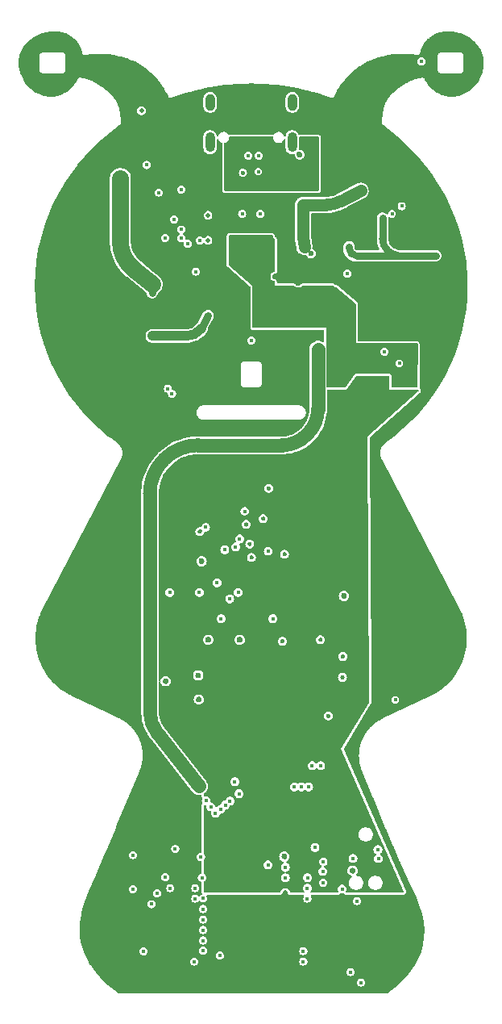
<source format=gbr>
%TF.GenerationSoftware,KiCad,Pcbnew,8.0.8*%
%TF.CreationDate,2025-01-29T17:42:58+00:00*%
%TF.ProjectId,mariposa,6d617269-706f-4736-912e-6b696361645f,2.0*%
%TF.SameCoordinates,Original*%
%TF.FileFunction,Copper,L2,Inr*%
%TF.FilePolarity,Positive*%
%FSLAX46Y46*%
G04 Gerber Fmt 4.6, Leading zero omitted, Abs format (unit mm)*
G04 Created by KiCad (PCBNEW 8.0.8) date 2025-01-29 17:42:58*
%MOMM*%
%LPD*%
G01*
G04 APERTURE LIST*
%TA.AperFunction,ComponentPad*%
%ADD10C,5.600000*%
%TD*%
%TA.AperFunction,ComponentPad*%
%ADD11O,1.000000X1.800000*%
%TD*%
%TA.AperFunction,ComponentPad*%
%ADD12O,1.000000X2.100000*%
%TD*%
%TA.AperFunction,ComponentPad*%
%ADD13C,0.499999*%
%TD*%
%TA.AperFunction,ViaPad*%
%ADD14C,0.700000*%
%TD*%
%TA.AperFunction,ViaPad*%
%ADD15C,0.600000*%
%TD*%
%TA.AperFunction,ViaPad*%
%ADD16C,0.450000*%
%TD*%
%TA.AperFunction,ViaPad*%
%ADD17C,0.400000*%
%TD*%
%TA.AperFunction,ViaPad*%
%ADD18C,0.800000*%
%TD*%
%TA.AperFunction,ViaPad*%
%ADD19C,0.500000*%
%TD*%
%TA.AperFunction,Conductor*%
%ADD20C,1.800000*%
%TD*%
%TA.AperFunction,Conductor*%
%ADD21C,0.800000*%
%TD*%
%TA.AperFunction,Conductor*%
%ADD22C,1.300000*%
%TD*%
%TA.AperFunction,Conductor*%
%ADD23C,1.000000*%
%TD*%
%TA.AperFunction,Conductor*%
%ADD24C,1.400000*%
%TD*%
G04 APERTURE END LIST*
D10*
%TO.N,GND*%
%TO.C,H2*%
X135500000Y-65925000D03*
%TD*%
%TO.N,GND*%
%TO.C,H4*%
X135500000Y-130000000D03*
%TD*%
%TO.N,GND*%
%TO.C,H5*%
X164500000Y-130000000D03*
%TD*%
%TO.N,GND*%
%TO.C,H3*%
X164500000Y-65925000D03*
%TD*%
D11*
%TO.N,Net-(J4-SHIELD)*%
%TO.C,J4*%
X145680000Y-43751927D03*
D12*
X145680000Y-47931927D03*
D11*
X154320000Y-43751927D03*
D12*
X154320000Y-47931927D03*
%TD*%
D13*
%TO.N,GND*%
%TO.C,U2*%
X165100000Y-53990000D03*
X164000003Y-53990000D03*
%TD*%
D14*
%TO.N,PRI_MID*%
X136260000Y-51752679D03*
D15*
%TO.N,VBUS*%
X144500000Y-115112679D03*
X144500000Y-115842679D03*
%TO.N,VCC*%
X150620000Y-123592679D03*
X150620000Y-122912679D03*
X163460000Y-76552679D03*
X139590000Y-68262679D03*
%TO.N,VDC*%
X152900000Y-63732679D03*
%TO.N,VBUS*%
X155430000Y-54525000D03*
X161500000Y-53035000D03*
D16*
%TO.N,+BATT*%
X163800000Y-55902679D03*
D15*
X160280000Y-58912679D03*
X169380000Y-59843190D03*
%TO.N,VDC*%
X158120000Y-65332679D03*
%TO.N,VBUS*%
X156280000Y-59612679D03*
D17*
%TO.N,GND*%
X157560000Y-125642679D03*
D15*
X163800000Y-83492679D03*
%TO.N,VCC*%
X155310000Y-94891948D03*
X152655000Y-92732679D03*
X150750000Y-82662679D03*
X145270000Y-81322679D03*
X147780000Y-96982679D03*
X146840000Y-96982679D03*
%TO.N,VBUS*%
X157010000Y-71082679D03*
%TO.N,GND*%
X155090000Y-49252679D03*
X145670000Y-49742679D03*
%TO.N,VDC*%
X154960000Y-65332679D03*
D18*
%TO.N,VCC*%
X162480000Y-74422679D03*
D15*
X144750000Y-67462679D03*
D19*
X145460000Y-58220000D03*
D15*
X145460000Y-66132679D03*
D16*
X161120000Y-121222679D03*
D19*
X145460000Y-55590000D03*
D15*
X161170000Y-74390000D03*
D19*
X138470000Y-44642679D03*
D16*
%TO.N,VBUS*%
X160100000Y-61742679D03*
D14*
X155570000Y-58902679D03*
X157010000Y-69682679D03*
D16*
%TO.N,D+*%
X140970000Y-125070000D03*
X144820000Y-125100000D03*
X150790000Y-49340000D03*
X149700000Y-49340000D03*
%TO.N,D-*%
X141500000Y-126200000D03*
X144125002Y-126200000D03*
%TO.N,Net-(D1-K)*%
X165820000Y-54642679D03*
X150000000Y-68722679D03*
%TO.N,Net-(D6-K)*%
X167880361Y-39447623D03*
D17*
X164800000Y-55450000D03*
D16*
%TO.N,eepy*%
X144560000Y-95182679D03*
X141450000Y-95182679D03*
X148630000Y-95182679D03*
X137560000Y-122732679D03*
%TO.N,ch6*%
X156700000Y-121942679D03*
X157520000Y-124432679D03*
%TO.N,ch8*%
X155900000Y-126200000D03*
X155270000Y-115570000D03*
%TO.N,GND*%
X141870000Y-128960000D03*
X159620000Y-101892679D03*
D15*
X160650000Y-124360000D03*
D16*
X153280000Y-100292679D03*
D15*
X170950000Y-42810000D03*
D16*
X141700000Y-53402679D03*
X156960000Y-58892679D03*
D15*
X144500000Y-106412679D03*
X129160000Y-42790000D03*
D16*
X151840000Y-84252679D03*
X150030000Y-91500000D03*
D15*
X161690000Y-46172679D03*
D16*
X159590000Y-104092679D03*
X153500000Y-128982679D03*
D17*
X157780000Y-131272679D03*
D15*
X153480000Y-122880000D03*
D14*
X168070000Y-56732679D03*
D16*
X144030000Y-122422679D03*
X157280000Y-100142679D03*
X158850000Y-129542679D03*
X149470000Y-88042679D03*
X157930000Y-128842679D03*
D15*
X145490000Y-100142679D03*
X152520000Y-62022679D03*
D16*
X144590000Y-88790000D03*
D15*
X141020000Y-104482679D03*
X128500000Y-97642679D03*
X140170000Y-118322679D03*
D17*
X139180000Y-51300000D03*
D16*
X141860000Y-131150000D03*
X153500000Y-91160000D03*
D15*
X144780000Y-91890000D03*
X150010000Y-77540000D03*
D16*
X153500000Y-131182679D03*
X155850000Y-135562679D03*
D15*
X144430000Y-103882679D03*
D16*
X158100000Y-108142679D03*
D15*
X155650000Y-60392679D03*
D17*
X140510000Y-122332679D03*
D15*
X142360000Y-46082679D03*
X154940000Y-62692679D03*
D19*
X153570000Y-126690000D03*
D16*
X141860000Y-130040000D03*
D17*
X150750000Y-51022679D03*
D16*
X158960000Y-62712679D03*
D17*
X157570000Y-123422679D03*
D16*
X149130000Y-51162679D03*
X153500000Y-130082679D03*
D15*
X152020000Y-54300000D03*
D16*
X157640000Y-133932679D03*
D19*
X142520000Y-123472679D03*
D16*
X151500000Y-134282679D03*
X148500000Y-135782679D03*
D15*
X137830000Y-56992679D03*
X158240000Y-46182679D03*
D16*
X144200000Y-60582679D03*
D15*
X167250000Y-101062679D03*
D16*
X149840000Y-90092679D03*
X141880000Y-127300000D03*
X144390000Y-125600000D03*
X150000000Y-136882679D03*
X144180000Y-130042679D03*
X150000000Y-133282679D03*
D15*
X159750000Y-95532679D03*
D16*
X148500000Y-134282679D03*
D15*
X152760000Y-57632679D03*
X148790000Y-100142679D03*
D16*
X151500000Y-135782679D03*
D19*
X135340000Y-107662679D03*
D16*
X151270000Y-87432679D03*
%TO.N,ch3*%
X155480000Y-133902679D03*
X157292910Y-113349769D03*
%TO.N,ch18*%
X144940000Y-132760000D03*
X148275000Y-115030000D03*
%TO.N,ext_on*%
X144190000Y-61510000D03*
X153590000Y-124000000D03*
X146820000Y-97922679D03*
X152280000Y-97922679D03*
%TO.N,led_data*%
X143330000Y-58600000D03*
X142020000Y-122080000D03*
%TO.N,ch17*%
X146700000Y-133270000D03*
X148725000Y-116290000D03*
%TO.N,ch20*%
X144940000Y-130600000D03*
X147275000Y-117473832D03*
D15*
%TO.N,PRI_MID*%
X139590000Y-62822679D03*
D14*
X136260000Y-52810000D03*
X139590000Y-63720000D03*
D16*
%TO.N,mosi*%
X153590000Y-125098164D03*
X147220000Y-90700000D03*
X148370000Y-90400000D03*
%TO.N,sck*%
X144010000Y-133910000D03*
X147750000Y-95862679D03*
D17*
%TO.N,cs*%
X151765000Y-90852679D03*
D16*
X148783055Y-89552679D03*
X151770000Y-123760000D03*
X146400000Y-94152679D03*
%TO.N,ch19*%
X147775381Y-117058956D03*
X144940000Y-131700000D03*
%TO.N,ch21*%
X146790000Y-117923947D03*
X144950000Y-129500000D03*
%TO.N,reset*%
X160700000Y-123100000D03*
X159560000Y-126302679D03*
D17*
X165135310Y-106437989D03*
D16*
%TO.N,swdio*%
X160450000Y-135000000D03*
X163310797Y-122160000D03*
%TO.N,swdclk*%
X161550000Y-136100000D03*
X163360000Y-123100000D03*
X161140000Y-127550000D03*
%TO.N,ch9*%
X155900000Y-127300000D03*
X154530000Y-115580000D03*
%TO.N,ch7*%
X156030000Y-115580000D03*
X155920000Y-125100000D03*
%TO.N,ch4*%
X155480000Y-132802679D03*
X156400000Y-113352679D03*
D17*
%TO.N,Net-(J6-Pin_4)*%
X145229949Y-88332679D03*
X149320000Y-86662679D03*
D16*
%TO.N,status_led_1*%
X144601573Y-58230890D03*
X144130000Y-127300000D03*
D15*
%TO.N,LINE*%
X147600000Y-50222679D03*
X153574795Y-51557884D03*
X153110000Y-52732679D03*
X147600000Y-51072679D03*
D18*
%TO.N,VDC*%
X148500000Y-59610000D03*
D14*
X166710000Y-71192679D03*
D15*
X148500000Y-58322679D03*
D14*
X166720000Y-70220000D03*
D16*
%TO.N,Net-(U1-P1.03)*%
X138690000Y-132810000D03*
X137560000Y-126312679D03*
%TO.N,Net-(U5-VSET)*%
X164020000Y-69920000D03*
D17*
X165560000Y-71140000D03*
D16*
%TO.N,sda*%
X140270000Y-53220000D03*
X141680000Y-74322679D03*
%TO.N,scl*%
X141250000Y-73792679D03*
X139016428Y-50326428D03*
%TO.N,gpio1*%
X142630000Y-57092679D03*
X142630000Y-52900000D03*
X150950000Y-55470000D03*
%TO.N,gpio2*%
X141890000Y-56032679D03*
X149050000Y-55470000D03*
%TO.N,Net-(RN2-R2.1)*%
X139530000Y-127880000D03*
X140940000Y-57981429D03*
%TO.N,Net-(RN2-R1.1)*%
X142630000Y-58012679D03*
X140090000Y-126770000D03*
%TO.N,ch23*%
X145750000Y-117662679D03*
X144950000Y-127280000D03*
%TO.N,ch24*%
X144690003Y-122910000D03*
X145240000Y-117032679D03*
%TO.N,ch22*%
X144940000Y-128400000D03*
X146250000Y-118330000D03*
D15*
%TO.N,LINE*%
X152485827Y-50214292D03*
%TD*%
D20*
%TO.N,PRI_MID*%
X136260000Y-52810000D02*
X136260000Y-51752679D01*
X137582624Y-61183021D02*
G75*
G02*
X136259992Y-58394910I2277376J2788121D01*
G01*
X139590000Y-62822679D02*
X137582624Y-61183021D01*
X136260000Y-58394910D02*
X136260000Y-52810000D01*
D21*
X139590000Y-63720000D02*
X139590000Y-62822679D01*
D22*
%TO.N,VBUS*%
X155461771Y-57936946D02*
G75*
G02*
X155439393Y-57547196I3577929J400946D01*
G01*
X155430000Y-54525000D02*
X155439392Y-57547196D01*
X155461771Y-57936946D02*
X155570000Y-58902679D01*
D23*
%TO.N,VCC*%
X144650439Y-67587130D02*
G75*
G02*
X143244875Y-68262667I-1405539J1124430D01*
G01*
D21*
X145460000Y-66132679D02*
X144750000Y-67462679D01*
D23*
X139590000Y-68262679D02*
X143244875Y-68262679D01*
X144650439Y-67587130D02*
X144750000Y-67462679D01*
D22*
%TO.N,VBUS*%
X159443455Y-54112281D02*
G75*
G02*
X157775564Y-54523302I-1670455J3188981D01*
G01*
X155430000Y-54525000D02*
X157775564Y-54523315D01*
X159443455Y-54112281D02*
X161500000Y-53035000D01*
D21*
%TO.N,+BATT*%
X163800000Y-58042679D02*
G75*
G03*
X165600000Y-59842700I1800000J-21D01*
G01*
X163800000Y-55902679D02*
X163800000Y-58042679D01*
X165600000Y-59842679D02*
X165750000Y-59842679D01*
X161079955Y-59842724D02*
G75*
G02*
X160279976Y-59042724I45J800024D01*
G01*
X169380000Y-59843190D02*
X161079955Y-59842724D01*
X160280000Y-59042724D02*
X160280000Y-58912679D01*
D24*
%TO.N,VBUS*%
X157010000Y-71082679D02*
X157010000Y-69682679D01*
X157010000Y-71082679D02*
X157010000Y-71792679D01*
X144401068Y-79732679D02*
X153238831Y-79732679D01*
X157010000Y-75961510D02*
X157010000Y-71792679D01*
X155955585Y-78507094D02*
G75*
G03*
X157010007Y-75961510I-2545585J2545594D01*
G01*
X144401068Y-79732679D02*
G75*
G03*
X140865546Y-81197157I32J-5000021D01*
G01*
X153238831Y-79732679D02*
G75*
G03*
X155784396Y-78678243I-31J3599979D01*
G01*
X144500000Y-115492679D02*
X140121657Y-109932608D01*
X140121657Y-109932608D02*
G75*
G02*
X139350003Y-107705396I2828343J2227208D01*
G01*
X139350000Y-107705396D02*
X139350000Y-84783747D01*
X139350000Y-84783747D02*
G75*
G02*
X140814443Y-81248190I5000000J47D01*
G01*
%TD*%
%TA.AperFunction,Conductor*%
%TO.N,GND*%
G36*
X160714092Y-124070891D02*
G01*
X160739047Y-124077577D01*
X160786732Y-124097330D01*
X160809112Y-124110251D01*
X160850058Y-124141671D01*
X160868330Y-124159944D01*
X160899745Y-124200884D01*
X160912668Y-124223267D01*
X160932417Y-124270946D01*
X160939106Y-124295908D01*
X160945843Y-124347076D01*
X160945843Y-124372920D01*
X160939107Y-124424088D01*
X160932418Y-124449053D01*
X160912669Y-124496731D01*
X160899747Y-124519112D01*
X160846182Y-124588919D01*
X160844098Y-124591848D01*
X160835928Y-124603328D01*
X160828480Y-124614634D01*
X160828094Y-124615221D01*
X160813181Y-124651563D01*
X160773597Y-124698219D01*
X160714150Y-124712698D01*
X160667681Y-124697010D01*
X160648118Y-124684308D01*
X160648117Y-124684308D01*
X160627037Y-124670620D01*
X160623345Y-124670232D01*
X160610278Y-124663025D01*
X160608847Y-124662260D01*
X160513270Y-124622671D01*
X160490889Y-124609749D01*
X160449943Y-124578330D01*
X160431667Y-124560054D01*
X160400249Y-124519108D01*
X160387329Y-124496731D01*
X160367576Y-124449042D01*
X160360891Y-124424093D01*
X160354154Y-124372912D01*
X160354154Y-124347085D01*
X160360891Y-124295904D01*
X160367577Y-124270953D01*
X160387331Y-124223263D01*
X160400247Y-124200892D01*
X160431671Y-124159939D01*
X160449939Y-124141671D01*
X160490892Y-124110247D01*
X160513263Y-124097331D01*
X160560953Y-124077577D01*
X160585904Y-124070891D01*
X160637086Y-124064154D01*
X160662913Y-124064154D01*
X160714092Y-124070891D01*
G37*
%TD.AperFunction*%
%TA.AperFunction,Conductor*%
G36*
X157611695Y-123231689D02*
G01*
X157638179Y-123239465D01*
X157663812Y-123251171D01*
X157687036Y-123266096D01*
X157708332Y-123284549D01*
X157726408Y-123305410D01*
X157741643Y-123329117D01*
X157753112Y-123354232D01*
X157761050Y-123381264D01*
X157764979Y-123408586D01*
X157764979Y-123436769D01*
X157761050Y-123464092D01*
X157753111Y-123491128D01*
X157741643Y-123516239D01*
X157726410Y-123539942D01*
X157708329Y-123560809D01*
X157687034Y-123579262D01*
X157647610Y-123604599D01*
X157633894Y-123611712D01*
X157633956Y-123611844D01*
X157631723Y-123612882D01*
X157612991Y-123622766D01*
X157552701Y-123633197D01*
X157509463Y-123615107D01*
X157509253Y-123615436D01*
X157507396Y-123614242D01*
X157506909Y-123614039D01*
X157505976Y-123613330D01*
X157498157Y-123608306D01*
X157498152Y-123608300D01*
X157498152Y-123608302D01*
X157469578Y-123589938D01*
X157469450Y-123589857D01*
X157452964Y-123579262D01*
X157431669Y-123560810D01*
X157413589Y-123539945D01*
X157398354Y-123516239D01*
X157386881Y-123491116D01*
X157378947Y-123464092D01*
X157375017Y-123436755D01*
X157375017Y-123408593D01*
X157378946Y-123381267D01*
X157386883Y-123354238D01*
X157398354Y-123329118D01*
X157413587Y-123305414D01*
X157431672Y-123284543D01*
X157452956Y-123266100D01*
X157476188Y-123251169D01*
X157501815Y-123239466D01*
X157528308Y-123231687D01*
X157556195Y-123227679D01*
X157583805Y-123227679D01*
X157611695Y-123231689D01*
G37*
%TD.AperFunction*%
%TA.AperFunction,Conductor*%
G36*
X153544092Y-122590891D02*
G01*
X153569047Y-122597577D01*
X153616732Y-122617330D01*
X153639110Y-122630250D01*
X153680055Y-122661668D01*
X153698330Y-122679943D01*
X153729747Y-122720887D01*
X153742668Y-122743266D01*
X153752149Y-122766154D01*
X153752151Y-122766158D01*
X153752153Y-122766162D01*
X153762419Y-122790947D01*
X153769107Y-122815908D01*
X153775843Y-122867078D01*
X153775843Y-122892920D01*
X153769107Y-122944088D01*
X153762418Y-122969053D01*
X153742670Y-123016729D01*
X153729747Y-123039112D01*
X153698327Y-123080058D01*
X153680084Y-123098307D01*
X153677912Y-123099975D01*
X153677881Y-123099999D01*
X153639112Y-123129748D01*
X153638936Y-123129883D01*
X153623068Y-123139826D01*
X153620575Y-123141076D01*
X153559789Y-123177289D01*
X153556854Y-123179340D01*
X153556146Y-123178327D01*
X153503538Y-123198576D01*
X153460383Y-123191180D01*
X153343269Y-123142670D01*
X153320888Y-123129748D01*
X153279943Y-123098330D01*
X153261667Y-123080054D01*
X153230249Y-123039108D01*
X153217330Y-123016733D01*
X153197576Y-122969042D01*
X153190891Y-122944093D01*
X153184154Y-122892912D01*
X153184154Y-122867085D01*
X153190891Y-122815904D01*
X153197577Y-122790953D01*
X153217331Y-122743263D01*
X153230247Y-122720892D01*
X153261671Y-122679939D01*
X153279939Y-122661671D01*
X153320892Y-122630247D01*
X153343263Y-122617331D01*
X153390953Y-122597577D01*
X153415904Y-122590891D01*
X153467086Y-122584154D01*
X153492913Y-122584154D01*
X153544092Y-122590891D01*
G37*
%TD.AperFunction*%
%TA.AperFunction,Conductor*%
G36*
X158145289Y-107926689D02*
G01*
X158178667Y-107936489D01*
X158204302Y-107948196D01*
X158233579Y-107967012D01*
X158254869Y-107985459D01*
X158277657Y-108011757D01*
X158292890Y-108035461D01*
X158307346Y-108067115D01*
X158315285Y-108094153D01*
X158320236Y-108128590D01*
X158320236Y-108156766D01*
X158315285Y-108191203D01*
X158307346Y-108218241D01*
X158292890Y-108249895D01*
X158277655Y-108273601D01*
X158254873Y-108299892D01*
X158233579Y-108318344D01*
X158204298Y-108337162D01*
X158178669Y-108348867D01*
X158169798Y-108351471D01*
X158145290Y-108358668D01*
X158117400Y-108362679D01*
X158082603Y-108362679D01*
X158054710Y-108358668D01*
X158021329Y-108348866D01*
X157995697Y-108337160D01*
X157966418Y-108318343D01*
X157945128Y-108299895D01*
X157922337Y-108273594D01*
X157907109Y-108249900D01*
X157892647Y-108218233D01*
X157884712Y-108191203D01*
X157879761Y-108156766D01*
X157879761Y-108128590D01*
X157884712Y-108094153D01*
X157892649Y-108067121D01*
X157892652Y-108067115D01*
X157907111Y-108035452D01*
X157922339Y-108011758D01*
X157945129Y-107985457D01*
X157966415Y-107967012D01*
X157995698Y-107948193D01*
X158021320Y-107936492D01*
X158054713Y-107926687D01*
X158082600Y-107922679D01*
X158117399Y-107922679D01*
X158145289Y-107926689D01*
G37*
%TD.AperFunction*%
%TA.AperFunction,Conductor*%
G36*
X144564092Y-106123570D02*
G01*
X144589047Y-106130256D01*
X144636732Y-106150009D01*
X144659112Y-106162930D01*
X144700058Y-106194350D01*
X144718330Y-106212623D01*
X144749745Y-106253563D01*
X144762667Y-106275942D01*
X144782419Y-106323629D01*
X144789107Y-106348589D01*
X144795843Y-106399757D01*
X144795843Y-106425599D01*
X144789107Y-106476767D01*
X144782418Y-106501732D01*
X144762670Y-106549408D01*
X144749748Y-106571789D01*
X144718330Y-106612734D01*
X144700055Y-106631009D01*
X144659110Y-106662427D01*
X144636729Y-106675349D01*
X144589053Y-106695097D01*
X144564087Y-106701786D01*
X144512915Y-106708522D01*
X144487073Y-106708522D01*
X144435909Y-106701786D01*
X144410945Y-106695097D01*
X144363269Y-106675349D01*
X144340888Y-106662427D01*
X144299943Y-106631009D01*
X144281667Y-106612733D01*
X144250249Y-106571787D01*
X144237330Y-106549412D01*
X144217576Y-106501721D01*
X144210891Y-106476772D01*
X144204154Y-106425591D01*
X144204154Y-106399764D01*
X144210891Y-106348583D01*
X144217577Y-106323632D01*
X144237331Y-106275942D01*
X144250247Y-106253571D01*
X144281671Y-106212618D01*
X144299939Y-106194350D01*
X144340892Y-106162926D01*
X144363263Y-106150010D01*
X144410953Y-106130256D01*
X144435904Y-106123570D01*
X144487086Y-106116833D01*
X144512913Y-106116833D01*
X144564092Y-106123570D01*
G37*
%TD.AperFunction*%
%TA.AperFunction,Conductor*%
G36*
X141084092Y-104193570D02*
G01*
X141109047Y-104200256D01*
X141156732Y-104220009D01*
X141179112Y-104232930D01*
X141220058Y-104264350D01*
X141238330Y-104282622D01*
X141250795Y-104298867D01*
X141269745Y-104323562D01*
X141282666Y-104345941D01*
X141289365Y-104362112D01*
X141289367Y-104362117D01*
X141302419Y-104393629D01*
X141309107Y-104418591D01*
X141315843Y-104469757D01*
X141315843Y-104495601D01*
X141309107Y-104546768D01*
X141302418Y-104571732D01*
X141282670Y-104619408D01*
X141269748Y-104641789D01*
X141238330Y-104682734D01*
X141220055Y-104701009D01*
X141179110Y-104732427D01*
X141156729Y-104745349D01*
X141109053Y-104765097D01*
X141084087Y-104771786D01*
X141032915Y-104778522D01*
X141007072Y-104778522D01*
X140955911Y-104771786D01*
X140930948Y-104765097D01*
X140883265Y-104745346D01*
X140860886Y-104732426D01*
X140819943Y-104701009D01*
X140801671Y-104682737D01*
X140770251Y-104641791D01*
X140757330Y-104619411D01*
X140737578Y-104571727D01*
X140732016Y-104550946D01*
X140731644Y-104551019D01*
X140731055Y-104548007D01*
X140731053Y-104547992D01*
X140719892Y-104505217D01*
X140720762Y-104452106D01*
X140731053Y-104417364D01*
X140731862Y-104413559D01*
X140732222Y-104413635D01*
X140737578Y-104393629D01*
X140757332Y-104345939D01*
X140770247Y-104323571D01*
X140801671Y-104282618D01*
X140819939Y-104264350D01*
X140860892Y-104232926D01*
X140883263Y-104220010D01*
X140930953Y-104200256D01*
X140955904Y-104193570D01*
X141007086Y-104186833D01*
X141032913Y-104186833D01*
X141084092Y-104193570D01*
G37*
%TD.AperFunction*%
%TA.AperFunction,Conductor*%
G36*
X159635289Y-103876689D02*
G01*
X159668667Y-103886489D01*
X159694302Y-103898196D01*
X159723579Y-103917012D01*
X159744869Y-103935459D01*
X159767657Y-103961757D01*
X159782891Y-103985462D01*
X159797346Y-104017115D01*
X159805284Y-104044149D01*
X159810236Y-104078587D01*
X159810236Y-104106766D01*
X159805285Y-104141203D01*
X159797346Y-104168241D01*
X159782890Y-104199895D01*
X159767655Y-104223601D01*
X159744873Y-104249892D01*
X159723579Y-104268344D01*
X159694298Y-104287162D01*
X159668669Y-104298867D01*
X159659798Y-104301471D01*
X159635290Y-104308668D01*
X159607400Y-104312679D01*
X159572603Y-104312679D01*
X159544710Y-104308668D01*
X159511329Y-104298866D01*
X159485698Y-104287161D01*
X159456420Y-104268345D01*
X159435126Y-104249894D01*
X159412342Y-104223601D01*
X159397108Y-104199897D01*
X159382650Y-104168238D01*
X159374712Y-104141202D01*
X159374591Y-104140361D01*
X159369761Y-104106763D01*
X159369761Y-104078593D01*
X159374712Y-104044153D01*
X159382649Y-104017121D01*
X159382652Y-104017115D01*
X159397111Y-103985452D01*
X159412339Y-103961758D01*
X159435129Y-103935457D01*
X159456415Y-103917012D01*
X159485698Y-103898193D01*
X159511320Y-103886492D01*
X159544713Y-103876687D01*
X159572600Y-103872679D01*
X159607399Y-103872679D01*
X159635289Y-103876689D01*
G37*
%TD.AperFunction*%
%TA.AperFunction,Conductor*%
G36*
X144494092Y-103593570D02*
G01*
X144519047Y-103600256D01*
X144566732Y-103620009D01*
X144589112Y-103632930D01*
X144630058Y-103664350D01*
X144648330Y-103682623D01*
X144679745Y-103723563D01*
X144692667Y-103745944D01*
X144709449Y-103786457D01*
X144709456Y-103786473D01*
X144712417Y-103793621D01*
X144719107Y-103818587D01*
X144725843Y-103869757D01*
X144725843Y-103895599D01*
X144719107Y-103946767D01*
X144712420Y-103971727D01*
X144706732Y-103985462D01*
X144701238Y-103998726D01*
X144693621Y-104017115D01*
X144692669Y-104019412D01*
X144679748Y-104041791D01*
X144648332Y-104082733D01*
X144630058Y-104101007D01*
X144589111Y-104132427D01*
X144566729Y-104145349D01*
X144519053Y-104165097D01*
X144494088Y-104171786D01*
X144442917Y-104178522D01*
X144417077Y-104178522D01*
X144399747Y-104176241D01*
X144399745Y-104176240D01*
X144399744Y-104176241D01*
X144365908Y-104171786D01*
X144340945Y-104165097D01*
X144293269Y-104145349D01*
X144270888Y-104132427D01*
X144229943Y-104101009D01*
X144211667Y-104082733D01*
X144180249Y-104041787D01*
X144167330Y-104019412D01*
X144147576Y-103971721D01*
X144140891Y-103946772D01*
X144134154Y-103895591D01*
X144134154Y-103869764D01*
X144140891Y-103818583D01*
X144147577Y-103793632D01*
X144167331Y-103745942D01*
X144180247Y-103723571D01*
X144211671Y-103682618D01*
X144229939Y-103664350D01*
X144270892Y-103632926D01*
X144293263Y-103620010D01*
X144340953Y-103600256D01*
X144365904Y-103593570D01*
X144417086Y-103586833D01*
X144442913Y-103586833D01*
X144494092Y-103593570D01*
G37*
%TD.AperFunction*%
%TA.AperFunction,Conductor*%
G36*
X159665289Y-101676689D02*
G01*
X159683290Y-101681974D01*
X159689245Y-101683723D01*
X159698665Y-101686488D01*
X159724301Y-101698196D01*
X159736602Y-101706101D01*
X159753580Y-101717013D01*
X159774869Y-101735459D01*
X159797657Y-101761757D01*
X159812891Y-101785462D01*
X159827346Y-101817115D01*
X159835284Y-101844151D01*
X159840235Y-101878587D01*
X159840236Y-101906759D01*
X159837311Y-101927106D01*
X159837312Y-101927107D01*
X159837311Y-101927114D01*
X159837299Y-101927201D01*
X159835286Y-101941203D01*
X159827346Y-101968241D01*
X159812890Y-101999895D01*
X159797655Y-102023601D01*
X159774873Y-102049892D01*
X159753579Y-102068344D01*
X159724298Y-102087162D01*
X159698669Y-102098867D01*
X159689798Y-102101471D01*
X159665290Y-102108668D01*
X159637400Y-102112679D01*
X159602603Y-102112679D01*
X159574710Y-102108668D01*
X159541329Y-102098866D01*
X159515697Y-102087160D01*
X159486418Y-102068343D01*
X159465128Y-102049895D01*
X159442337Y-102023594D01*
X159427109Y-101999900D01*
X159412647Y-101968233D01*
X159404712Y-101941203D01*
X159402699Y-101927201D01*
X159399761Y-101906763D01*
X159399761Y-101878593D01*
X159404713Y-101844151D01*
X159412649Y-101817121D01*
X159412652Y-101817115D01*
X159427111Y-101785452D01*
X159442339Y-101761758D01*
X159465129Y-101735457D01*
X159486415Y-101717012D01*
X159515698Y-101698193D01*
X159541320Y-101686492D01*
X159574713Y-101676687D01*
X159602600Y-101672679D01*
X159637398Y-101672679D01*
X159665289Y-101676689D01*
G37*
%TD.AperFunction*%
%TA.AperFunction,Conductor*%
G36*
X153325289Y-100076689D02*
G01*
X153358667Y-100086489D01*
X153384302Y-100098196D01*
X153413576Y-100117010D01*
X153434868Y-100135459D01*
X153441122Y-100142676D01*
X153441124Y-100142679D01*
X153457657Y-100161759D01*
X153472892Y-100185464D01*
X153487347Y-100217116D01*
X153495285Y-100244153D01*
X153500236Y-100278589D01*
X153500236Y-100306766D01*
X153495285Y-100341203D01*
X153487346Y-100368241D01*
X153472890Y-100399895D01*
X153457655Y-100423601D01*
X153434873Y-100449892D01*
X153413579Y-100468344D01*
X153384298Y-100487162D01*
X153358669Y-100498867D01*
X153349798Y-100501471D01*
X153325290Y-100508668D01*
X153297400Y-100512679D01*
X153262603Y-100512679D01*
X153234710Y-100508668D01*
X153201329Y-100498866D01*
X153175697Y-100487160D01*
X153146418Y-100468343D01*
X153125128Y-100449895D01*
X153102337Y-100423594D01*
X153087109Y-100399900D01*
X153072647Y-100368233D01*
X153064712Y-100341203D01*
X153064131Y-100337161D01*
X153059761Y-100306763D01*
X153059761Y-100278593D01*
X153064712Y-100244153D01*
X153072649Y-100217121D01*
X153087111Y-100185452D01*
X153102339Y-100161758D01*
X153125129Y-100135457D01*
X153146415Y-100117012D01*
X153175698Y-100098193D01*
X153201320Y-100086492D01*
X153234713Y-100076687D01*
X153262600Y-100072679D01*
X153297399Y-100072679D01*
X153325289Y-100076689D01*
G37*
%TD.AperFunction*%
%TA.AperFunction,Conductor*%
G36*
X145554092Y-99853570D02*
G01*
X145579047Y-99860256D01*
X145626732Y-99880009D01*
X145649110Y-99892929D01*
X145690055Y-99924347D01*
X145708330Y-99942622D01*
X145739748Y-99983567D01*
X145752670Y-100005948D01*
X145772418Y-100053624D01*
X145779107Y-100078589D01*
X145785843Y-100129757D01*
X145785843Y-100155599D01*
X145779107Y-100206767D01*
X145772418Y-100231732D01*
X145752670Y-100279408D01*
X145739748Y-100301789D01*
X145708330Y-100342734D01*
X145690055Y-100361009D01*
X145649110Y-100392427D01*
X145626729Y-100405349D01*
X145579053Y-100425097D01*
X145554087Y-100431786D01*
X145502915Y-100438522D01*
X145477072Y-100438522D01*
X145425909Y-100431786D01*
X145400948Y-100425098D01*
X145382737Y-100417555D01*
X145382733Y-100417553D01*
X145353267Y-100405349D01*
X145330891Y-100392430D01*
X145289939Y-100361006D01*
X145271667Y-100342733D01*
X145240249Y-100301787D01*
X145227330Y-100279412D01*
X145207576Y-100231721D01*
X145200891Y-100206772D01*
X145194154Y-100155591D01*
X145194154Y-100129764D01*
X145200891Y-100078583D01*
X145207577Y-100053632D01*
X145227331Y-100005942D01*
X145240247Y-99983571D01*
X145271671Y-99942618D01*
X145289939Y-99924350D01*
X145330892Y-99892926D01*
X145353263Y-99880010D01*
X145400953Y-99860256D01*
X145425904Y-99853570D01*
X145477086Y-99846833D01*
X145502913Y-99846833D01*
X145554092Y-99853570D01*
G37*
%TD.AperFunction*%
%TA.AperFunction,Conductor*%
G36*
X148854092Y-99853570D02*
G01*
X148879047Y-99860256D01*
X148926732Y-99880009D01*
X148949110Y-99892929D01*
X148990055Y-99924347D01*
X149008330Y-99942622D01*
X149039748Y-99983567D01*
X149052670Y-100005948D01*
X149072418Y-100053624D01*
X149079107Y-100078588D01*
X149085843Y-100129755D01*
X149085843Y-100155599D01*
X149079107Y-100206764D01*
X149072418Y-100231727D01*
X149052666Y-100279413D01*
X149039743Y-100301797D01*
X149008329Y-100342735D01*
X148990056Y-100361007D01*
X148949111Y-100392426D01*
X148926729Y-100405349D01*
X148879053Y-100425097D01*
X148854087Y-100431786D01*
X148802915Y-100438522D01*
X148777072Y-100438522D01*
X148725909Y-100431786D01*
X148700948Y-100425098D01*
X148682737Y-100417555D01*
X148682733Y-100417553D01*
X148653267Y-100405349D01*
X148630891Y-100392430D01*
X148589939Y-100361006D01*
X148571667Y-100342733D01*
X148540249Y-100301787D01*
X148527330Y-100279412D01*
X148507576Y-100231721D01*
X148500891Y-100206772D01*
X148494154Y-100155591D01*
X148494154Y-100129764D01*
X148500891Y-100078583D01*
X148507577Y-100053632D01*
X148527331Y-100005942D01*
X148540247Y-99983571D01*
X148571671Y-99942618D01*
X148589939Y-99924350D01*
X148630892Y-99892926D01*
X148653263Y-99880010D01*
X148700953Y-99860256D01*
X148725904Y-99853570D01*
X148777086Y-99846833D01*
X148802913Y-99846833D01*
X148854092Y-99853570D01*
G37*
%TD.AperFunction*%
%TA.AperFunction,Conductor*%
G36*
X157325289Y-99926689D02*
G01*
X157358667Y-99936489D01*
X157384302Y-99948196D01*
X157413581Y-99967013D01*
X157434874Y-99985464D01*
X157457656Y-100011755D01*
X157472892Y-100035462D01*
X157487346Y-100067113D01*
X157495284Y-100094148D01*
X157500236Y-100128588D01*
X157500238Y-100156753D01*
X157499445Y-100162274D01*
X157499443Y-100162293D01*
X157495284Y-100191209D01*
X157487347Y-100218239D01*
X157472892Y-100249893D01*
X157457655Y-100273601D01*
X157434873Y-100299892D01*
X157413579Y-100318344D01*
X157384298Y-100337162D01*
X157358669Y-100348867D01*
X157349798Y-100351471D01*
X157325290Y-100358668D01*
X157297400Y-100362679D01*
X157262603Y-100362679D01*
X157234709Y-100358668D01*
X157201326Y-100348865D01*
X157175698Y-100337161D01*
X157146423Y-100318348D01*
X157125125Y-100299894D01*
X157125123Y-100299892D01*
X157102337Y-100273594D01*
X157087108Y-100249898D01*
X157072647Y-100218233D01*
X157064712Y-100191203D01*
X157063887Y-100185464D01*
X157059761Y-100156763D01*
X157059761Y-100128593D01*
X157064712Y-100094153D01*
X157072649Y-100067121D01*
X157073313Y-100065668D01*
X157087111Y-100035452D01*
X157102339Y-100011758D01*
X157125129Y-99985457D01*
X157146415Y-99967012D01*
X157175698Y-99948193D01*
X157201320Y-99936492D01*
X157234713Y-99926687D01*
X157262600Y-99922679D01*
X157297399Y-99922679D01*
X157325289Y-99926689D01*
G37*
%TD.AperFunction*%
%TA.AperFunction,Conductor*%
G36*
X159814092Y-95243570D02*
G01*
X159839047Y-95250256D01*
X159886732Y-95270009D01*
X159909110Y-95282929D01*
X159950055Y-95314347D01*
X159968330Y-95332622D01*
X159999749Y-95373568D01*
X160012672Y-95395952D01*
X160018127Y-95409121D01*
X160018127Y-95409122D01*
X160032419Y-95443626D01*
X160039107Y-95468588D01*
X160045843Y-95519757D01*
X160045843Y-95545599D01*
X160039107Y-95596767D01*
X160032418Y-95621732D01*
X160012670Y-95669408D01*
X159999748Y-95691789D01*
X159968330Y-95732734D01*
X159950055Y-95751009D01*
X159909110Y-95782427D01*
X159886729Y-95795349D01*
X159839053Y-95815097D01*
X159814087Y-95821786D01*
X159762915Y-95828522D01*
X159737073Y-95828522D01*
X159685909Y-95821786D01*
X159660945Y-95815097D01*
X159613269Y-95795349D01*
X159590888Y-95782427D01*
X159549943Y-95751009D01*
X159531667Y-95732733D01*
X159500249Y-95691787D01*
X159487330Y-95669412D01*
X159467576Y-95621721D01*
X159460891Y-95596772D01*
X159454154Y-95545591D01*
X159454154Y-95519764D01*
X159460891Y-95468583D01*
X159467577Y-95443632D01*
X159487331Y-95395942D01*
X159500247Y-95373571D01*
X159531671Y-95332618D01*
X159549939Y-95314350D01*
X159590892Y-95282926D01*
X159613263Y-95270010D01*
X159660953Y-95250256D01*
X159685904Y-95243570D01*
X159737086Y-95236833D01*
X159762913Y-95236833D01*
X159814092Y-95243570D01*
G37*
%TD.AperFunction*%
%TA.AperFunction,Conductor*%
G36*
X144844092Y-91600891D02*
G01*
X144869047Y-91607577D01*
X144916730Y-91627329D01*
X144939110Y-91640250D01*
X144980060Y-91671673D01*
X144998332Y-91689945D01*
X145029749Y-91730888D01*
X145042669Y-91753267D01*
X145062418Y-91800945D01*
X145069107Y-91825910D01*
X145075843Y-91877078D01*
X145075843Y-91902920D01*
X145069107Y-91954088D01*
X145062418Y-91979053D01*
X145042670Y-92026729D01*
X145029748Y-92049110D01*
X144998330Y-92090055D01*
X144980055Y-92108330D01*
X144939110Y-92139748D01*
X144916729Y-92152670D01*
X144869053Y-92172418D01*
X144844087Y-92179107D01*
X144792915Y-92185843D01*
X144767073Y-92185843D01*
X144715909Y-92179107D01*
X144690945Y-92172418D01*
X144643269Y-92152670D01*
X144620888Y-92139748D01*
X144579943Y-92108330D01*
X144561667Y-92090054D01*
X144530249Y-92049108D01*
X144517330Y-92026733D01*
X144497576Y-91979042D01*
X144490891Y-91954093D01*
X144484154Y-91902912D01*
X144484154Y-91877085D01*
X144490891Y-91825904D01*
X144497577Y-91800953D01*
X144517331Y-91753263D01*
X144530247Y-91730892D01*
X144561671Y-91689939D01*
X144579939Y-91671671D01*
X144620892Y-91640247D01*
X144643263Y-91627331D01*
X144690953Y-91607577D01*
X144715904Y-91600891D01*
X144767086Y-91594154D01*
X144792913Y-91594154D01*
X144844092Y-91600891D01*
G37*
%TD.AperFunction*%
%TA.AperFunction,Conductor*%
G36*
X150075289Y-91284010D02*
G01*
X150108667Y-91293810D01*
X150134302Y-91305517D01*
X150163581Y-91324334D01*
X150184874Y-91342785D01*
X150207656Y-91369076D01*
X150222892Y-91392783D01*
X150237346Y-91424434D01*
X150245284Y-91451469D01*
X150250236Y-91485909D01*
X150250236Y-91514087D01*
X150245285Y-91548524D01*
X150237346Y-91575562D01*
X150222890Y-91607216D01*
X150207655Y-91630922D01*
X150184873Y-91657213D01*
X150163579Y-91675665D01*
X150134298Y-91694483D01*
X150108669Y-91706188D01*
X150099798Y-91708792D01*
X150075290Y-91715989D01*
X150047400Y-91720000D01*
X150012603Y-91720000D01*
X149984710Y-91715989D01*
X149951329Y-91706187D01*
X149925697Y-91694481D01*
X149896418Y-91675664D01*
X149875128Y-91657216D01*
X149852337Y-91630915D01*
X149837109Y-91607221D01*
X149822647Y-91575554D01*
X149814712Y-91548524D01*
X149809761Y-91514087D01*
X149809761Y-91485913D01*
X149814713Y-91451469D01*
X149822649Y-91424440D01*
X149836336Y-91394472D01*
X149836335Y-91394471D01*
X149837108Y-91392780D01*
X149852339Y-91369079D01*
X149875130Y-91342778D01*
X149896421Y-91324330D01*
X149907492Y-91317215D01*
X149925695Y-91305516D01*
X149951320Y-91293813D01*
X149984713Y-91284008D01*
X150012600Y-91280000D01*
X150047399Y-91280000D01*
X150075289Y-91284010D01*
G37*
%TD.AperFunction*%
%TA.AperFunction,Conductor*%
G36*
X153545289Y-90944010D02*
G01*
X153578667Y-90953810D01*
X153604302Y-90965517D01*
X153633579Y-90984333D01*
X153654869Y-91002780D01*
X153677657Y-91029078D01*
X153692891Y-91052783D01*
X153707346Y-91084436D01*
X153715284Y-91111470D01*
X153720236Y-91145907D01*
X153720236Y-91174089D01*
X153715284Y-91208527D01*
X153707347Y-91235560D01*
X153692892Y-91267214D01*
X153677655Y-91290922D01*
X153654873Y-91317213D01*
X153633579Y-91335665D01*
X153604298Y-91354483D01*
X153578669Y-91366188D01*
X153569798Y-91368792D01*
X153545290Y-91375989D01*
X153517400Y-91380000D01*
X153482603Y-91380000D01*
X153454709Y-91375989D01*
X153421326Y-91366186D01*
X153395698Y-91354482D01*
X153366422Y-91335668D01*
X153345128Y-91317218D01*
X153322336Y-91290915D01*
X153307109Y-91267221D01*
X153292647Y-91235554D01*
X153284712Y-91208524D01*
X153279761Y-91174084D01*
X153279761Y-91145914D01*
X153284712Y-91111474D01*
X153292649Y-91084442D01*
X153292652Y-91084436D01*
X153307111Y-91052773D01*
X153322339Y-91029079D01*
X153345129Y-91002778D01*
X153366415Y-90984333D01*
X153395698Y-90965514D01*
X153421320Y-90953813D01*
X153454713Y-90944008D01*
X153482600Y-90940000D01*
X153517399Y-90940000D01*
X153545289Y-90944010D01*
G37*
%TD.AperFunction*%
%TA.AperFunction,Conductor*%
G36*
X149885289Y-89876689D02*
G01*
X149918667Y-89886489D01*
X149944302Y-89898196D01*
X149973579Y-89917012D01*
X149994869Y-89935459D01*
X150017657Y-89961757D01*
X150032891Y-89985462D01*
X150047346Y-90017115D01*
X150055284Y-90044148D01*
X150060236Y-90078584D01*
X150060237Y-90106759D01*
X150057936Y-90122770D01*
X150057935Y-90122779D01*
X150055285Y-90141207D01*
X150047346Y-90168241D01*
X150032890Y-90199895D01*
X150017655Y-90223601D01*
X149994873Y-90249892D01*
X149973579Y-90268344D01*
X149944298Y-90287162D01*
X149918669Y-90298867D01*
X149909798Y-90301471D01*
X149885290Y-90308668D01*
X149857400Y-90312679D01*
X149822603Y-90312679D01*
X149794710Y-90308668D01*
X149761329Y-90298866D01*
X149735697Y-90287160D01*
X149706418Y-90268343D01*
X149685128Y-90249895D01*
X149662337Y-90223594D01*
X149647109Y-90199900D01*
X149632647Y-90168233D01*
X149624712Y-90141203D01*
X149619761Y-90106763D01*
X149619761Y-90078593D01*
X149624712Y-90044153D01*
X149632649Y-90017121D01*
X149632652Y-90017115D01*
X149647111Y-89985452D01*
X149662339Y-89961758D01*
X149685129Y-89935457D01*
X149706415Y-89917012D01*
X149735698Y-89898193D01*
X149761320Y-89886492D01*
X149794713Y-89876687D01*
X149822600Y-89872679D01*
X149857399Y-89872679D01*
X149885289Y-89876689D01*
G37*
%TD.AperFunction*%
%TA.AperFunction,Conductor*%
G36*
X144643638Y-88571450D02*
G01*
X144650065Y-88572562D01*
X144657225Y-88573801D01*
X144701996Y-88576361D01*
X144738764Y-88575704D01*
X144738769Y-88575702D01*
X144741901Y-88575218D01*
X144744292Y-88575605D01*
X144745488Y-88575584D01*
X144745491Y-88575799D01*
X144802299Y-88585002D01*
X144845411Y-88628418D01*
X144854770Y-88688884D01*
X144845888Y-88716732D01*
X144830407Y-88748219D01*
X144807721Y-88821590D01*
X144805285Y-88838529D01*
X144797347Y-88865560D01*
X144782891Y-88897215D01*
X144767655Y-88920922D01*
X144744873Y-88947213D01*
X144723579Y-88965665D01*
X144694298Y-88984483D01*
X144668669Y-88996188D01*
X144659798Y-88998792D01*
X144635290Y-89005989D01*
X144607400Y-89010000D01*
X144572603Y-89010000D01*
X144544710Y-89005989D01*
X144511329Y-88996187D01*
X144485697Y-88984481D01*
X144456418Y-88965664D01*
X144435128Y-88947216D01*
X144412337Y-88920915D01*
X144397109Y-88897221D01*
X144382647Y-88865554D01*
X144374712Y-88838524D01*
X144372278Y-88821595D01*
X144369761Y-88804084D01*
X144369761Y-88775914D01*
X144374712Y-88741474D01*
X144382649Y-88714442D01*
X144397111Y-88682773D01*
X144412339Y-88659079D01*
X144435129Y-88632778D01*
X144456415Y-88614333D01*
X144485698Y-88595514D01*
X144511320Y-88583813D01*
X144544713Y-88574008D01*
X144572600Y-88570000D01*
X144626758Y-88570000D01*
X144643638Y-88571450D01*
G37*
%TD.AperFunction*%
%TA.AperFunction,Conductor*%
G36*
X149515289Y-87826689D02*
G01*
X149548667Y-87836489D01*
X149574302Y-87848196D01*
X149603579Y-87867012D01*
X149624869Y-87885459D01*
X149647657Y-87911757D01*
X149662891Y-87935462D01*
X149677346Y-87967115D01*
X149685284Y-87994149D01*
X149690236Y-88028587D01*
X149690236Y-88056766D01*
X149685285Y-88091203D01*
X149677346Y-88118241D01*
X149662890Y-88149895D01*
X149647655Y-88173601D01*
X149624873Y-88199892D01*
X149603579Y-88218344D01*
X149574298Y-88237162D01*
X149548669Y-88248867D01*
X149539798Y-88251471D01*
X149515290Y-88258668D01*
X149487400Y-88262679D01*
X149452603Y-88262679D01*
X149424710Y-88258668D01*
X149391329Y-88248866D01*
X149365697Y-88237160D01*
X149336418Y-88218343D01*
X149315128Y-88199895D01*
X149292337Y-88173594D01*
X149277109Y-88149900D01*
X149262647Y-88118233D01*
X149254712Y-88091203D01*
X149249761Y-88056766D01*
X149249761Y-88028593D01*
X149254712Y-87994153D01*
X149262649Y-87967121D01*
X149262652Y-87967115D01*
X149277111Y-87935452D01*
X149292339Y-87911758D01*
X149315129Y-87885457D01*
X149336415Y-87867012D01*
X149365698Y-87848193D01*
X149391320Y-87836492D01*
X149424713Y-87826687D01*
X149452600Y-87822679D01*
X149487399Y-87822679D01*
X149515289Y-87826689D01*
G37*
%TD.AperFunction*%
%TA.AperFunction,Conductor*%
G36*
X151315289Y-87216689D02*
G01*
X151348667Y-87226489D01*
X151374302Y-87238196D01*
X151403579Y-87257012D01*
X151424869Y-87275459D01*
X151447657Y-87301757D01*
X151462890Y-87325461D01*
X151477346Y-87357115D01*
X151485285Y-87384153D01*
X151490236Y-87418590D01*
X151490236Y-87446766D01*
X151485285Y-87481203D01*
X151477346Y-87508241D01*
X151462890Y-87539895D01*
X151447655Y-87563601D01*
X151424873Y-87589892D01*
X151403579Y-87608344D01*
X151374298Y-87627162D01*
X151348669Y-87638867D01*
X151339798Y-87641471D01*
X151315290Y-87648668D01*
X151287400Y-87652679D01*
X151252603Y-87652679D01*
X151224710Y-87648668D01*
X151191329Y-87638866D01*
X151165697Y-87627160D01*
X151136418Y-87608343D01*
X151115128Y-87589895D01*
X151092337Y-87563594D01*
X151077109Y-87539900D01*
X151062647Y-87508233D01*
X151054712Y-87481203D01*
X151049761Y-87446766D01*
X151049761Y-87418590D01*
X151054712Y-87384153D01*
X151062649Y-87357121D01*
X151062652Y-87357115D01*
X151077111Y-87325452D01*
X151092339Y-87301758D01*
X151115129Y-87275457D01*
X151136415Y-87257012D01*
X151165698Y-87238193D01*
X151191320Y-87226492D01*
X151224713Y-87216687D01*
X151252600Y-87212679D01*
X151287399Y-87212679D01*
X151315289Y-87216689D01*
G37*
%TD.AperFunction*%
%TA.AperFunction,Conductor*%
G36*
X151885289Y-84036689D02*
G01*
X151918667Y-84046489D01*
X151944302Y-84058196D01*
X151973579Y-84077012D01*
X151994869Y-84095459D01*
X152017657Y-84121757D01*
X152032890Y-84145461D01*
X152047346Y-84177115D01*
X152055285Y-84204153D01*
X152060236Y-84238590D01*
X152060236Y-84266766D01*
X152055285Y-84301203D01*
X152047346Y-84328241D01*
X152032890Y-84359895D01*
X152017655Y-84383601D01*
X151994873Y-84409892D01*
X151973579Y-84428344D01*
X151944298Y-84447162D01*
X151918669Y-84458867D01*
X151909798Y-84461471D01*
X151885290Y-84468668D01*
X151857400Y-84472679D01*
X151822603Y-84472679D01*
X151794710Y-84468668D01*
X151761329Y-84458866D01*
X151735697Y-84447160D01*
X151706418Y-84428343D01*
X151685128Y-84409895D01*
X151662337Y-84383594D01*
X151647109Y-84359900D01*
X151632647Y-84328233D01*
X151624712Y-84301203D01*
X151619761Y-84266766D01*
X151619761Y-84238590D01*
X151624712Y-84204153D01*
X151632649Y-84177121D01*
X151632652Y-84177115D01*
X151647111Y-84145452D01*
X151662339Y-84121758D01*
X151685129Y-84095457D01*
X151706415Y-84077012D01*
X151735698Y-84058193D01*
X151761320Y-84046492D01*
X151794713Y-84036687D01*
X151822600Y-84032679D01*
X151857399Y-84032679D01*
X151885289Y-84036689D01*
G37*
%TD.AperFunction*%
%TA.AperFunction,Conductor*%
G36*
X149183347Y-50948385D02*
G01*
X149212801Y-50957956D01*
X149246952Y-50975357D01*
X149272011Y-50993562D01*
X149299116Y-51020667D01*
X149317322Y-51045727D01*
X149334721Y-51079875D01*
X149344292Y-51109330D01*
X149347283Y-51128209D01*
X149348948Y-51138727D01*
X149350289Y-51147189D01*
X149350289Y-51178166D01*
X149344293Y-51216022D01*
X149334721Y-51245479D01*
X149317319Y-51279632D01*
X149299114Y-51304691D01*
X149272012Y-51331793D01*
X149246953Y-51349998D01*
X149212800Y-51367400D01*
X149183343Y-51376972D01*
X149145487Y-51382968D01*
X149114512Y-51382968D01*
X149076654Y-51376971D01*
X149047198Y-51367400D01*
X149013045Y-51349998D01*
X148987986Y-51331793D01*
X148960883Y-51304690D01*
X148942678Y-51279631D01*
X148925277Y-51245480D01*
X148915706Y-51216026D01*
X148909709Y-51178159D01*
X148909709Y-51147196D01*
X148915706Y-51109327D01*
X148925277Y-51079875D01*
X148942678Y-51045723D01*
X148960879Y-51020670D01*
X148987991Y-50993558D01*
X149013044Y-50975357D01*
X149047198Y-50957954D01*
X149076648Y-50948385D01*
X149114518Y-50942388D01*
X149145480Y-50942388D01*
X149183347Y-50948385D01*
G37*
%TD.AperFunction*%
%TA.AperFunction,Conductor*%
G36*
X154967476Y-48921848D02*
G01*
X154973307Y-48925071D01*
X154979406Y-48928715D01*
X155037597Y-48947622D01*
X155050297Y-48949633D01*
X155101095Y-48957679D01*
X155101099Y-48957679D01*
X155118182Y-48957679D01*
X155146073Y-48961689D01*
X155173113Y-48969628D01*
X155200154Y-48977568D01*
X155225782Y-48989272D01*
X155273191Y-49019740D01*
X155294487Y-49038193D01*
X155331399Y-49080792D01*
X155346633Y-49104496D01*
X155370048Y-49155767D01*
X155377987Y-49182805D01*
X155385146Y-49232597D01*
X155385150Y-49232622D01*
X155386008Y-49238589D01*
X155386008Y-49266768D01*
X155377988Y-49322550D01*
X155370049Y-49349588D01*
X155346633Y-49400861D01*
X155331398Y-49424566D01*
X155294489Y-49467160D01*
X155273194Y-49485612D01*
X155225780Y-49516083D01*
X155200151Y-49527788D01*
X155146073Y-49543668D01*
X155118179Y-49547679D01*
X155061820Y-49547679D01*
X155033929Y-49543669D01*
X154979843Y-49527787D01*
X154954198Y-49516072D01*
X154953541Y-49515650D01*
X154953520Y-49515636D01*
X154906807Y-49485616D01*
X154885510Y-49467162D01*
X154878131Y-49458646D01*
X154878131Y-49458645D01*
X154848599Y-49424564D01*
X154833365Y-49400860D01*
X154809949Y-49349588D01*
X154802010Y-49322555D01*
X154787373Y-49220741D01*
X154778599Y-49184049D01*
X154766984Y-49149764D01*
X154763503Y-49140265D01*
X154763502Y-49140263D01*
X154760676Y-49134778D01*
X154762346Y-49133917D01*
X154747473Y-49083399D01*
X154767993Y-49025757D01*
X154776416Y-49016166D01*
X154852531Y-48940051D01*
X154907044Y-48912277D01*
X154967476Y-48921848D01*
G37*
%TD.AperFunction*%
%TA.AperFunction,Conductor*%
G36*
X170881182Y-36296108D02*
G01*
X170885924Y-36296324D01*
X171068243Y-36309080D01*
X171072942Y-36309522D01*
X171255354Y-36331073D01*
X171259886Y-36331716D01*
X171441943Y-36361957D01*
X171446396Y-36362803D01*
X171627456Y-36401594D01*
X171631827Y-36402637D01*
X171811365Y-36449846D01*
X171815695Y-36451092D01*
X171993154Y-36506568D01*
X171997453Y-36508021D01*
X172172309Y-36571617D01*
X172176548Y-36573269D01*
X172348253Y-36644812D01*
X172352440Y-36646672D01*
X172520476Y-36726000D01*
X172524613Y-36728073D01*
X172688433Y-36814994D01*
X172692524Y-36817290D01*
X172726852Y-36837644D01*
X172851675Y-36911656D01*
X172855672Y-36914157D01*
X173009612Y-37015763D01*
X173013600Y-37018538D01*
X173161805Y-37127173D01*
X173165718Y-37130195D01*
X173307734Y-37245688D01*
X173311553Y-37248961D01*
X173390718Y-37320407D01*
X173446863Y-37371078D01*
X173450645Y-37374678D01*
X173578800Y-37503229D01*
X173582473Y-37507117D01*
X173685699Y-37622538D01*
X173703067Y-37641957D01*
X173706617Y-37646157D01*
X173801617Y-37765074D01*
X173819197Y-37787079D01*
X173822588Y-37791581D01*
X173908699Y-37912988D01*
X173926765Y-37938458D01*
X173929982Y-37943288D01*
X174025340Y-38095960D01*
X174028335Y-38101092D01*
X174114484Y-38259434D01*
X174117223Y-38264858D01*
X174193806Y-38428852D01*
X174196249Y-38434540D01*
X174262651Y-38603554D01*
X174264861Y-38609782D01*
X174325467Y-38800570D01*
X174327325Y-38807216D01*
X174373890Y-38999271D01*
X174375261Y-39005910D01*
X174408368Y-39199505D01*
X174409267Y-39206083D01*
X174429258Y-39400818D01*
X174429709Y-39407285D01*
X174436906Y-39602718D01*
X174436937Y-39609038D01*
X174431645Y-39804686D01*
X174431287Y-39810831D01*
X174413809Y-40006177D01*
X174413094Y-40012130D01*
X174383738Y-40206624D01*
X174382696Y-40212375D01*
X174341768Y-40405488D01*
X174340425Y-40411031D01*
X174288263Y-40602133D01*
X174286642Y-40607474D01*
X174223572Y-40795990D01*
X174221692Y-40801131D01*
X174148088Y-40986403D01*
X174145964Y-40991354D01*
X174062171Y-41172826D01*
X174059812Y-41177594D01*
X173966239Y-41354591D01*
X173963650Y-41359188D01*
X173860688Y-41531105D01*
X173857871Y-41535536D01*
X173745950Y-41701735D01*
X173742903Y-41706011D01*
X173622431Y-41865907D01*
X173619148Y-41870032D01*
X173490571Y-42023006D01*
X173487055Y-42026969D01*
X173350825Y-42172425D01*
X173347041Y-42176250D01*
X173203617Y-42313603D01*
X173199565Y-42317275D01*
X173049404Y-42445962D01*
X173045071Y-42449469D01*
X172888633Y-42568945D01*
X172884004Y-42572273D01*
X172721748Y-42682005D01*
X172716814Y-42685134D01*
X172549182Y-42784619D01*
X172543930Y-42787524D01*
X172371391Y-42876251D01*
X172365822Y-42878898D01*
X172188745Y-42956424D01*
X172182867Y-42958777D01*
X172001678Y-43024627D01*
X171995484Y-43026649D01*
X171810539Y-43080385D01*
X171804058Y-43082033D01*
X171615679Y-43123211D01*
X171608949Y-43124441D01*
X171417369Y-43152628D01*
X171410430Y-43153400D01*
X171215934Y-43168122D01*
X171208848Y-43168403D01*
X171010217Y-43169178D01*
X171003826Y-43168997D01*
X170834185Y-43158688D01*
X170828535Y-43158182D01*
X170664081Y-43138685D01*
X170658515Y-43137864D01*
X170500324Y-43109908D01*
X170494915Y-43108795D01*
X170486992Y-43106931D01*
X170368951Y-43079159D01*
X170342769Y-43072999D01*
X170337509Y-43071607D01*
X170191266Y-43028583D01*
X170186209Y-43026946D01*
X170045634Y-42977247D01*
X170040823Y-42975404D01*
X169905837Y-42919621D01*
X169901289Y-42917607D01*
X169813931Y-42876254D01*
X169771747Y-42856285D01*
X169767490Y-42854142D01*
X169643367Y-42787872D01*
X169639382Y-42785625D01*
X169520564Y-42714947D01*
X169516863Y-42712633D01*
X169403417Y-42638191D01*
X169399993Y-42635840D01*
X169294484Y-42560090D01*
X169289882Y-42556578D01*
X169086630Y-42391830D01*
X169081297Y-42387182D01*
X168902267Y-42219517D01*
X168897793Y-42215051D01*
X168740243Y-42047388D01*
X168736503Y-42043173D01*
X168600544Y-41880895D01*
X168597415Y-41876962D01*
X168556119Y-41822257D01*
X168483109Y-41725538D01*
X168480516Y-41721936D01*
X168389446Y-41589196D01*
X168386477Y-41584598D01*
X168263524Y-41381924D01*
X168260628Y-41376813D01*
X168221877Y-41303381D01*
X168221849Y-41303328D01*
X168221814Y-41303259D01*
X168199233Y-41259879D01*
X168199232Y-41259878D01*
X168199221Y-41259857D01*
X168198912Y-41259476D01*
X168198556Y-41259035D01*
X168198343Y-41258769D01*
X168181551Y-41244839D01*
X168160582Y-41227444D01*
X168160371Y-41227268D01*
X168122895Y-41195819D01*
X168122893Y-41195818D01*
X168122875Y-41195803D01*
X168122631Y-41195671D01*
X168122050Y-41195354D01*
X168121659Y-41195139D01*
X168121610Y-41195124D01*
X168116147Y-41193435D01*
X168075017Y-41180719D01*
X168074488Y-41180554D01*
X168027826Y-41165840D01*
X168027517Y-41165809D01*
X168026846Y-41165738D01*
X168026446Y-41165693D01*
X167977565Y-41170245D01*
X167977173Y-41170280D01*
X167973543Y-41170598D01*
X167958410Y-41170758D01*
X167953464Y-41170431D01*
X167911520Y-41175929D01*
X167907285Y-41176392D01*
X167863860Y-41180191D01*
X167857007Y-41181765D01*
X167824603Y-41187256D01*
X167820936Y-41187806D01*
X167768353Y-41194702D01*
X167768336Y-41194572D01*
X167762481Y-41195570D01*
X167762487Y-41195599D01*
X167710890Y-41206447D01*
X167707063Y-41207173D01*
X167664757Y-41214342D01*
X167661456Y-41215601D01*
X167646573Y-41219973D01*
X167631746Y-41223091D01*
X167616538Y-41225075D01*
X167612321Y-41225295D01*
X167571028Y-41235773D01*
X167567054Y-41236695D01*
X167525322Y-41245471D01*
X167521431Y-41247133D01*
X167506909Y-41252042D01*
X167466979Y-41262175D01*
X167452036Y-41264769D01*
X167447161Y-41265234D01*
X167406648Y-41277390D01*
X167402550Y-41278524D01*
X167361519Y-41288936D01*
X167357086Y-41291050D01*
X167342942Y-41296506D01*
X167279431Y-41315563D01*
X167264784Y-41318773D01*
X167259273Y-41319549D01*
X167219628Y-41333404D01*
X167215423Y-41334769D01*
X167175161Y-41346851D01*
X167170229Y-41349468D01*
X167156503Y-41355465D01*
X167093076Y-41377634D01*
X167070899Y-41385385D01*
X167056569Y-41389216D01*
X167050467Y-41390365D01*
X167011728Y-41405951D01*
X167007444Y-41407560D01*
X166968063Y-41421324D01*
X166962727Y-41424470D01*
X166949419Y-41431023D01*
X166842827Y-41473912D01*
X166827634Y-41478646D01*
X166825648Y-41479093D01*
X166785751Y-41496810D01*
X166782529Y-41498174D01*
X166742040Y-41514465D01*
X166740335Y-41515580D01*
X166726368Y-41523181D01*
X166719357Y-41526295D01*
X166706475Y-41530735D01*
X166663907Y-41550888D01*
X166661727Y-41551888D01*
X166618709Y-41570991D01*
X166606937Y-41577860D01*
X166594684Y-41583661D01*
X166581753Y-41588475D01*
X166539852Y-41609586D01*
X166537673Y-41610651D01*
X166495231Y-41630746D01*
X166483500Y-41637981D01*
X166466141Y-41646728D01*
X166453191Y-41651916D01*
X166411927Y-41674010D01*
X166409748Y-41675142D01*
X166367957Y-41696201D01*
X166356274Y-41703810D01*
X166333949Y-41715764D01*
X166321014Y-41721325D01*
X166280425Y-41744388D01*
X166278251Y-41745587D01*
X166237095Y-41767624D01*
X166225486Y-41775605D01*
X166198337Y-41791032D01*
X166185437Y-41796968D01*
X166145549Y-41820992D01*
X166143387Y-41822257D01*
X166102874Y-41845279D01*
X166091384Y-41853614D01*
X166059548Y-41872788D01*
X166046702Y-41879100D01*
X166043821Y-41880937D01*
X166007500Y-41904097D01*
X166005379Y-41905412D01*
X165965547Y-41929403D01*
X165954175Y-41938102D01*
X165917806Y-41961294D01*
X165905033Y-41967983D01*
X165866549Y-41993941D01*
X165864422Y-41995337D01*
X165825321Y-42020272D01*
X165814108Y-42029315D01*
X165773340Y-42056815D01*
X165760689Y-42063862D01*
X165722974Y-42090748D01*
X165720872Y-42092206D01*
X165682441Y-42118130D01*
X165671410Y-42127506D01*
X165626393Y-42159599D01*
X165613872Y-42167006D01*
X165576899Y-42194841D01*
X165574826Y-42196359D01*
X165537139Y-42223226D01*
X165526301Y-42232934D01*
X165477182Y-42269914D01*
X165464826Y-42277666D01*
X165428597Y-42306451D01*
X165426559Y-42308027D01*
X165389630Y-42335831D01*
X165379026Y-42345838D01*
X165325949Y-42388011D01*
X165313791Y-42396089D01*
X165278360Y-42425783D01*
X165276360Y-42427415D01*
X165240166Y-42456175D01*
X165229807Y-42466475D01*
X165172936Y-42514139D01*
X165160985Y-42522536D01*
X165126354Y-42553136D01*
X165124396Y-42554821D01*
X165088955Y-42584524D01*
X165078867Y-42595095D01*
X165018358Y-42648562D01*
X165006651Y-42657253D01*
X164972806Y-42688769D01*
X164970895Y-42690502D01*
X164936242Y-42721122D01*
X164926442Y-42731944D01*
X164908031Y-42749089D01*
X164866387Y-42787869D01*
X164862452Y-42791533D01*
X164849554Y-42801676D01*
X164817761Y-42833089D01*
X164815650Y-42835115D01*
X164782940Y-42865575D01*
X164772315Y-42877991D01*
X164771861Y-42878440D01*
X164759560Y-42888773D01*
X164758245Y-42889706D01*
X164728113Y-42921585D01*
X164725751Y-42924001D01*
X164694556Y-42954824D01*
X164694446Y-42954988D01*
X164672574Y-42978151D01*
X164672142Y-42978480D01*
X164643257Y-43011272D01*
X164640920Y-43013834D01*
X164607708Y-43048974D01*
X164593223Y-43065432D01*
X164563505Y-43101718D01*
X164561207Y-43104424D01*
X164526097Y-43144285D01*
X164520164Y-43151535D01*
X164507564Y-43168122D01*
X164488688Y-43192969D01*
X164486467Y-43195784D01*
X164452759Y-43236944D01*
X164452639Y-43236845D01*
X164449165Y-43241420D01*
X164449272Y-43241495D01*
X164418730Y-43284948D01*
X164416570Y-43287904D01*
X164384449Y-43330189D01*
X164384204Y-43330002D01*
X164382105Y-43332989D01*
X164382352Y-43333150D01*
X164353463Y-43377688D01*
X164351401Y-43380740D01*
X164320901Y-43424136D01*
X164320530Y-43423875D01*
X164319594Y-43425319D01*
X164319981Y-43425550D01*
X164292782Y-43471120D01*
X164290833Y-43474252D01*
X164261973Y-43518749D01*
X164261616Y-43518517D01*
X164254521Y-43530649D01*
X164254411Y-43530784D01*
X164235756Y-43566372D01*
X164233085Y-43571143D01*
X164212508Y-43605620D01*
X164209242Y-43614804D01*
X164208048Y-43614379D01*
X164203643Y-43627640D01*
X164166410Y-43698673D01*
X164157252Y-43710894D01*
X164157843Y-43711305D01*
X164152281Y-43719310D01*
X164137397Y-43753474D01*
X164134323Y-43759890D01*
X164117030Y-43792882D01*
X164114277Y-43802230D01*
X164113587Y-43802026D01*
X164109798Y-43816823D01*
X164078548Y-43888555D01*
X164070434Y-43901130D01*
X164071177Y-43901575D01*
X164066173Y-43909937D01*
X164053415Y-43945676D01*
X164050940Y-43951928D01*
X164035786Y-43986714D01*
X164033710Y-43996245D01*
X164032862Y-43996060D01*
X164030173Y-44010781D01*
X164005305Y-44080442D01*
X163998237Y-44093145D01*
X163999191Y-44093638D01*
X163994717Y-44102300D01*
X163983952Y-44139681D01*
X163982057Y-44145563D01*
X163968979Y-44182201D01*
X163967555Y-44191848D01*
X163966494Y-44191691D01*
X163964817Y-44206131D01*
X163945270Y-44274015D01*
X163939232Y-44286665D01*
X163940409Y-44287192D01*
X163936426Y-44296089D01*
X163927506Y-44335149D01*
X163926126Y-44340501D01*
X163915039Y-44379002D01*
X163914222Y-44388715D01*
X163912885Y-44388602D01*
X163912103Y-44402602D01*
X163896579Y-44470578D01*
X163892278Y-44484558D01*
X163889719Y-44491107D01*
X163887059Y-44506054D01*
X163882519Y-44531570D01*
X163882472Y-44531833D01*
X163881519Y-44536524D01*
X163872309Y-44576860D01*
X163872111Y-44583887D01*
X163870619Y-44598439D01*
X163858129Y-44668628D01*
X163854259Y-44683536D01*
X163852969Y-44687279D01*
X163852968Y-44687284D01*
X163852968Y-44687285D01*
X163847185Y-44729670D01*
X163846568Y-44733599D01*
X163839079Y-44775685D01*
X163839159Y-44779642D01*
X163838271Y-44795016D01*
X163828334Y-44867867D01*
X163824840Y-44883679D01*
X163824549Y-44884621D01*
X163820007Y-44928522D01*
X163819625Y-44931711D01*
X163813656Y-44975477D01*
X163813716Y-44976460D01*
X163813372Y-44992655D01*
X163805544Y-45068322D01*
X163802578Y-45084195D01*
X163802274Y-45085308D01*
X163799187Y-45129256D01*
X163798905Y-45132504D01*
X163794369Y-45176357D01*
X163794477Y-45177509D01*
X163794664Y-45193658D01*
X163775149Y-45471558D01*
X163773463Y-45482087D01*
X163770910Y-45531683D01*
X163770798Y-45533527D01*
X163767315Y-45583135D01*
X163767714Y-45593794D01*
X163751506Y-45908771D01*
X163748392Y-45928821D01*
X163744882Y-45942188D01*
X163744882Y-45942195D01*
X163747185Y-45959032D01*
X163747967Y-45977531D01*
X163747094Y-45994493D01*
X163747094Y-45994495D01*
X163751721Y-46007521D01*
X163756516Y-46027229D01*
X163758391Y-46040930D01*
X163766958Y-46055595D01*
X163774762Y-46072390D01*
X163776415Y-46077041D01*
X163780449Y-46088400D01*
X163780451Y-46088403D01*
X163789707Y-46098664D01*
X163801679Y-46115039D01*
X163808652Y-46126976D01*
X163808654Y-46126977D01*
X163808655Y-46126979D01*
X163822187Y-46137253D01*
X163835826Y-46149786D01*
X163847201Y-46162396D01*
X163847202Y-46162397D01*
X163859686Y-46168337D01*
X163877013Y-46178883D01*
X164843386Y-46912655D01*
X164847624Y-46916061D01*
X165746073Y-47679847D01*
X165787762Y-47715287D01*
X165791839Y-47718953D01*
X166643996Y-48528970D01*
X166682433Y-48565506D01*
X166686337Y-48569431D01*
X167522741Y-49458646D01*
X167525062Y-49461113D01*
X167528756Y-49465269D01*
X168139899Y-50193300D01*
X168313375Y-50399955D01*
X168316882Y-50404384D01*
X169045108Y-51379897D01*
X169048394Y-51384574D01*
X169618558Y-52248195D01*
X169717950Y-52398742D01*
X169720990Y-52403654D01*
X169771172Y-52490281D01*
X170329654Y-53454384D01*
X170332441Y-53459542D01*
X170489583Y-53772134D01*
X170868900Y-54526686D01*
X170877907Y-54544602D01*
X170880415Y-54549988D01*
X171360490Y-55667365D01*
X171362696Y-55672962D01*
X171775103Y-56820474D01*
X171776985Y-56826265D01*
X172119483Y-58001838D01*
X172121021Y-58007799D01*
X172391367Y-59209384D01*
X172392540Y-59215486D01*
X172588908Y-60443743D01*
X172589538Y-60448387D01*
X172658583Y-61066775D01*
X172658881Y-61069899D01*
X172708768Y-61696180D01*
X172708968Y-61699319D01*
X172739117Y-62330651D01*
X172739217Y-62333799D01*
X172749288Y-62967202D01*
X172749255Y-62971806D01*
X172710618Y-64233795D01*
X172710243Y-64239885D01*
X172595890Y-65475929D01*
X172595137Y-65482009D01*
X172406950Y-66693178D01*
X172405822Y-66699205D01*
X172145731Y-67884021D01*
X172144234Y-67889955D01*
X171814174Y-69046837D01*
X171812324Y-69052641D01*
X171414172Y-70180144D01*
X171411984Y-70185783D01*
X170947667Y-71282255D01*
X170945164Y-71287702D01*
X170416512Y-72351698D01*
X170413715Y-72356927D01*
X169822645Y-73386777D01*
X169819580Y-73391769D01*
X169167941Y-74385916D01*
X169164633Y-74390656D01*
X168454283Y-75347502D01*
X168450755Y-75351978D01*
X167683592Y-76269871D01*
X167679869Y-76274077D01*
X166857758Y-77151389D01*
X166853863Y-77155320D01*
X165978660Y-77990432D01*
X165974612Y-77994086D01*
X165048267Y-78785282D01*
X165044088Y-78788661D01*
X164072936Y-79530895D01*
X164059653Y-79539459D01*
X164055068Y-79541920D01*
X164026642Y-79565334D01*
X164014486Y-79573899D01*
X164009324Y-79576983D01*
X164001381Y-79584161D01*
X163994382Y-79589926D01*
X163985776Y-79596375D01*
X163985242Y-79596971D01*
X163966178Y-79613417D01*
X163965546Y-79613834D01*
X163957789Y-79621515D01*
X163951087Y-79627570D01*
X163942585Y-79634574D01*
X163942338Y-79634877D01*
X163924014Y-79652208D01*
X163923743Y-79652405D01*
X163916185Y-79660603D01*
X163909782Y-79666943D01*
X163901469Y-79674456D01*
X163884059Y-79692493D01*
X163876678Y-79701264D01*
X163870602Y-79707854D01*
X163862015Y-79716358D01*
X163846772Y-79733654D01*
X163839235Y-79743477D01*
X163833489Y-79750304D01*
X163824724Y-79759813D01*
X163811496Y-79776265D01*
X163803928Y-79787102D01*
X163798526Y-79794142D01*
X163789699Y-79804634D01*
X163778270Y-79820236D01*
X163770772Y-79832066D01*
X163765708Y-79839317D01*
X163756901Y-79850797D01*
X163747073Y-79865559D01*
X163739759Y-79878320D01*
X163735044Y-79885758D01*
X163726408Y-79898127D01*
X163718002Y-79912061D01*
X163710978Y-79925680D01*
X163706614Y-79933291D01*
X163698231Y-79946518D01*
X163691046Y-79959717D01*
X163684372Y-79974189D01*
X163680372Y-79981944D01*
X163672310Y-79996013D01*
X163666224Y-80008477D01*
X163660017Y-80023658D01*
X163656374Y-80031558D01*
X163648757Y-80046329D01*
X163643561Y-80058278D01*
X163637906Y-80074052D01*
X163634622Y-80082085D01*
X163627518Y-80097494D01*
X163623125Y-80108948D01*
X163618063Y-80125285D01*
X163615141Y-80133436D01*
X163608619Y-80149391D01*
X163604895Y-80160539D01*
X163600497Y-80177292D01*
X163597938Y-80185552D01*
X163592072Y-80201916D01*
X163588924Y-80212923D01*
X163585241Y-80229949D01*
X163583047Y-80238305D01*
X163577893Y-80254943D01*
X163575243Y-80266015D01*
X163572302Y-80283222D01*
X163570477Y-80291659D01*
X163568838Y-80297907D01*
X163566049Y-80308530D01*
X163563883Y-80319724D01*
X163561701Y-80337008D01*
X163560246Y-80345521D01*
X163556577Y-80362492D01*
X163554854Y-80374105D01*
X163553447Y-80391279D01*
X163552364Y-80399862D01*
X163549484Y-80416720D01*
X163548223Y-80428866D01*
X163548054Y-80433337D01*
X163548054Y-80433338D01*
X163547581Y-80445844D01*
X163546874Y-80454488D01*
X163544770Y-80471158D01*
X163543998Y-80484093D01*
X163544103Y-80500761D01*
X163543776Y-80509446D01*
X163542435Y-80525842D01*
X163542221Y-80539657D01*
X163543042Y-80555859D01*
X163543099Y-80564594D01*
X163542498Y-80580525D01*
X163542925Y-80595455D01*
X163544416Y-80611097D01*
X163544860Y-80619849D01*
X163544959Y-80635248D01*
X163546140Y-80651391D01*
X163548247Y-80666380D01*
X163549084Y-80675152D01*
X163549830Y-80689883D01*
X163551897Y-80707384D01*
X163554557Y-80721634D01*
X163555790Y-80730394D01*
X163557126Y-80744409D01*
X163560229Y-80763351D01*
X163563364Y-80776771D01*
X163564995Y-80785504D01*
X163566844Y-80798654D01*
X163571161Y-80819183D01*
X163574687Y-80831691D01*
X163576718Y-80840379D01*
X163579003Y-80852622D01*
X163584718Y-80874778D01*
X163588548Y-80886327D01*
X163590982Y-80894959D01*
X163593606Y-80906187D01*
X163600926Y-80930046D01*
X163604953Y-80940556D01*
X163607790Y-80949108D01*
X163610813Y-80959830D01*
X163610951Y-80960101D01*
X163619450Y-80983884D01*
X163619527Y-80984236D01*
X163623929Y-80994319D01*
X163627162Y-81002756D01*
X163630606Y-81013139D01*
X163630607Y-81013142D01*
X163630970Y-81013781D01*
X163640524Y-81037092D01*
X163640726Y-81037847D01*
X163645488Y-81047519D01*
X163649117Y-81055829D01*
X163652948Y-81065828D01*
X163653462Y-81066644D01*
X163658033Y-81076786D01*
X163658351Y-81076621D01*
X163666035Y-81091354D01*
X163668984Y-81097519D01*
X163677833Y-81117785D01*
X163681278Y-81122735D01*
X163688837Y-81135553D01*
X163706066Y-81170542D01*
X163713100Y-81181581D01*
X169403333Y-92090054D01*
X171797164Y-96679153D01*
X171891247Y-96859514D01*
X171892380Y-96861756D01*
X172043619Y-97170550D01*
X172045720Y-97175131D01*
X172178675Y-97485678D01*
X172180534Y-97490344D01*
X172297111Y-97805996D01*
X172298726Y-97810733D01*
X172398895Y-98130897D01*
X172400264Y-98135696D01*
X172483958Y-98459675D01*
X172485082Y-98464525D01*
X172552267Y-98791737D01*
X172553144Y-98796628D01*
X172603767Y-99126407D01*
X172604397Y-99131331D01*
X172638407Y-99463048D01*
X172638789Y-99467995D01*
X172656135Y-99800985D01*
X172656269Y-99805945D01*
X172656908Y-100139585D01*
X172656793Y-100144553D01*
X172640672Y-100478196D01*
X172640307Y-100483159D01*
X172607381Y-100816169D01*
X172606765Y-100821120D01*
X172556981Y-101152872D01*
X172556114Y-101157799D01*
X172489430Y-101487626D01*
X172488310Y-101492519D01*
X172404671Y-101819800D01*
X172403300Y-101824647D01*
X172302660Y-102148740D01*
X172301038Y-102153530D01*
X172183962Y-102472110D01*
X172182104Y-102476793D01*
X172049604Y-102787522D01*
X172047519Y-102792088D01*
X171900012Y-103094525D01*
X171897705Y-103098966D01*
X171735611Y-103392648D01*
X171733091Y-103396954D01*
X171556844Y-103681390D01*
X171554116Y-103685554D01*
X171364120Y-103960299D01*
X171361193Y-103964314D01*
X171157893Y-104228866D01*
X171154770Y-104232725D01*
X170938618Y-104486575D01*
X170935308Y-104490271D01*
X170706683Y-104732998D01*
X170703190Y-104736525D01*
X170462552Y-104967616D01*
X170458882Y-104970967D01*
X170206662Y-105189943D01*
X170202822Y-105193111D01*
X169939433Y-105399506D01*
X169935429Y-105402484D01*
X169661293Y-105595827D01*
X169657131Y-105598607D01*
X169372701Y-105778398D01*
X169368390Y-105780973D01*
X169074043Y-105946769D01*
X169069591Y-105949129D01*
X168761819Y-106102408D01*
X168759552Y-106103502D01*
X163829952Y-108404057D01*
X163817175Y-108408729D01*
X163774970Y-108429684D01*
X163772815Y-108430721D01*
X163730164Y-108450626D01*
X163718532Y-108457708D01*
X163647854Y-108492801D01*
X163634327Y-108498315D01*
X163627588Y-108500497D01*
X163591466Y-108520671D01*
X163587226Y-108522906D01*
X163550201Y-108541292D01*
X163544602Y-108545612D01*
X163532404Y-108553660D01*
X163465504Y-108591026D01*
X163452242Y-108597196D01*
X163445667Y-108599681D01*
X163410550Y-108621587D01*
X163406433Y-108624020D01*
X163370318Y-108644192D01*
X163364975Y-108648745D01*
X163353173Y-108657381D01*
X163289579Y-108697053D01*
X163276615Y-108703864D01*
X163270233Y-108706635D01*
X163236202Y-108730216D01*
X163232218Y-108732837D01*
X163197089Y-108754752D01*
X163192014Y-108759519D01*
X163180626Y-108768727D01*
X163120230Y-108810577D01*
X163107591Y-108818014D01*
X163101422Y-108821052D01*
X163068539Y-108846257D01*
X163064703Y-108849054D01*
X163030639Y-108872659D01*
X163025864Y-108877599D01*
X163014914Y-108887361D01*
X162957613Y-108931282D01*
X162945325Y-108939329D01*
X162939390Y-108942613D01*
X162907725Y-108969378D01*
X162904048Y-108972339D01*
X162871113Y-108997586D01*
X162866639Y-109002682D01*
X162856158Y-109012968D01*
X162801875Y-109058854D01*
X162789971Y-109067487D01*
X162784277Y-109071002D01*
X162753876Y-109099283D01*
X162750359Y-109102402D01*
X162718648Y-109129208D01*
X162714482Y-109134438D01*
X162704485Y-109145231D01*
X162653153Y-109192985D01*
X162641646Y-109202192D01*
X162636214Y-109205910D01*
X162607151Y-109235630D01*
X162603804Y-109238895D01*
X162573370Y-109267208D01*
X162569519Y-109272545D01*
X162560025Y-109283823D01*
X162511583Y-109333361D01*
X162500507Y-109343114D01*
X162495339Y-109347021D01*
X162467680Y-109378103D01*
X162464508Y-109381504D01*
X162435410Y-109411262D01*
X162431867Y-109416695D01*
X162422903Y-109428425D01*
X162377314Y-109479658D01*
X162366693Y-109489935D01*
X162361777Y-109494027D01*
X162335583Y-109526392D01*
X162332591Y-109529917D01*
X162304893Y-109561046D01*
X162301654Y-109566564D01*
X162293242Y-109578712D01*
X162250468Y-109631570D01*
X162240320Y-109642351D01*
X162235665Y-109646607D01*
X162210982Y-109680193D01*
X162208169Y-109683840D01*
X162181937Y-109716257D01*
X162179004Y-109721836D01*
X162171155Y-109734386D01*
X162131173Y-109788791D01*
X162121522Y-109800048D01*
X162117128Y-109804456D01*
X162094005Y-109839186D01*
X162091375Y-109842945D01*
X162066667Y-109876566D01*
X162064028Y-109882208D01*
X162056760Y-109895127D01*
X162019561Y-109951000D01*
X162010432Y-109962703D01*
X162006291Y-109967261D01*
X161984786Y-110003040D01*
X161982342Y-110006902D01*
X161959196Y-110041668D01*
X161956847Y-110047365D01*
X161950177Y-110060621D01*
X161915753Y-110117893D01*
X161907172Y-110130008D01*
X161903275Y-110134716D01*
X161883425Y-110171480D01*
X161881166Y-110175442D01*
X161859648Y-110211242D01*
X161857585Y-110216988D01*
X161851525Y-110230559D01*
X161819882Y-110289162D01*
X161811859Y-110301673D01*
X161808207Y-110306522D01*
X161790065Y-110344163D01*
X161787997Y-110348213D01*
X161768135Y-110384999D01*
X161766348Y-110390800D01*
X161760919Y-110404633D01*
X161732066Y-110464498D01*
X161724625Y-110477367D01*
X161721212Y-110482360D01*
X161704812Y-110520805D01*
X161702936Y-110524938D01*
X161684781Y-110562608D01*
X161683269Y-110568462D01*
X161678478Y-110582537D01*
X161652431Y-110643598D01*
X161645582Y-110656805D01*
X161642410Y-110661935D01*
X161627788Y-110701100D01*
X161626105Y-110705311D01*
X161609698Y-110743777D01*
X161608458Y-110749686D01*
X161604317Y-110763973D01*
X161581105Y-110826149D01*
X161574872Y-110839653D01*
X161571927Y-110844945D01*
X161559116Y-110884747D01*
X161557626Y-110889036D01*
X161543009Y-110928191D01*
X161542042Y-110934147D01*
X161538562Y-110948606D01*
X161518199Y-111011874D01*
X161512596Y-111025642D01*
X161509892Y-111031076D01*
X161498934Y-111071387D01*
X161497641Y-111075745D01*
X161484830Y-111115550D01*
X161484134Y-111121579D01*
X161481322Y-111136178D01*
X161463851Y-111200450D01*
X161458892Y-111214448D01*
X161456427Y-111220033D01*
X161447337Y-111260805D01*
X161446244Y-111265226D01*
X161435286Y-111305544D01*
X161434864Y-111311643D01*
X161432728Y-111326347D01*
X161418192Y-111391555D01*
X161413886Y-111405758D01*
X161411660Y-111411506D01*
X161404467Y-111452640D01*
X161403576Y-111457124D01*
X161394493Y-111497873D01*
X161394351Y-111504036D01*
X161392897Y-111518805D01*
X161381336Y-111584919D01*
X161377698Y-111599284D01*
X161375719Y-111605195D01*
X161370446Y-111646585D01*
X161369760Y-111651124D01*
X161362573Y-111692223D01*
X161362718Y-111698452D01*
X161361951Y-111713264D01*
X161353420Y-111780220D01*
X161350457Y-111794722D01*
X161348733Y-111800797D01*
X161345396Y-111842354D01*
X161344920Y-111846937D01*
X161339653Y-111888284D01*
X161340092Y-111894582D01*
X161340013Y-111909389D01*
X161334571Y-111977152D01*
X161332292Y-111991755D01*
X161330835Y-111997989D01*
X161329446Y-112039624D01*
X161329183Y-112044246D01*
X161325850Y-112085753D01*
X161326592Y-112092109D01*
X161327204Y-112106881D01*
X161324920Y-112175413D01*
X161323330Y-112190089D01*
X161322150Y-112196477D01*
X161322721Y-112238095D01*
X161322675Y-112242750D01*
X161321289Y-112284317D01*
X161322342Y-112290717D01*
X161323645Y-112305421D01*
X161324596Y-112374701D01*
X161323702Y-112389404D01*
X161322814Y-112395930D01*
X161325348Y-112437410D01*
X161325523Y-112442086D01*
X161326094Y-112483657D01*
X161327465Y-112490087D01*
X161329458Y-112504695D01*
X161333733Y-112574670D01*
X161333537Y-112589372D01*
X161332950Y-112596045D01*
X161337447Y-112637308D01*
X161337846Y-112641992D01*
X161340380Y-112683451D01*
X161342082Y-112689917D01*
X161344759Y-112704386D01*
X161352459Y-112775035D01*
X161352963Y-112789706D01*
X161352692Y-112796493D01*
X161359151Y-112837463D01*
X161359776Y-112842151D01*
X161364271Y-112883389D01*
X161366309Y-112889864D01*
X161369666Y-112904162D01*
X161380908Y-112975469D01*
X161382113Y-112990083D01*
X161382168Y-112996965D01*
X161390578Y-113037539D01*
X161391430Y-113042210D01*
X161397884Y-113083144D01*
X161400261Y-113089600D01*
X161404294Y-113103704D01*
X161419204Y-113175636D01*
X161421108Y-113190152D01*
X161421500Y-113197115D01*
X161431850Y-113237209D01*
X161432931Y-113241858D01*
X161441332Y-113282388D01*
X161444043Y-113288786D01*
X161448745Y-113302664D01*
X161467479Y-113375241D01*
X161470078Y-113389632D01*
X161470812Y-113396621D01*
X161483078Y-113436134D01*
X161484386Y-113440739D01*
X161494727Y-113480801D01*
X161497773Y-113487122D01*
X161503135Y-113500744D01*
X161525852Y-113573924D01*
X161529143Y-113588167D01*
X161530223Y-113595162D01*
X161544384Y-113634015D01*
X161545919Y-113638565D01*
X161558177Y-113678053D01*
X161561549Y-113684263D01*
X161567558Y-113697595D01*
X161594592Y-113771767D01*
X161598892Y-113787476D01*
X161599011Y-113788116D01*
X161599013Y-113788120D01*
X161615506Y-113829286D01*
X161616610Y-113832174D01*
X161631785Y-113873808D01*
X161632118Y-113874356D01*
X161639402Y-113888931D01*
X162724241Y-116596612D01*
X162726233Y-116603310D01*
X162746517Y-116652229D01*
X162746966Y-116653329D01*
X162766712Y-116702615D01*
X162769974Y-116708802D01*
X164087425Y-119886097D01*
X164089368Y-119892365D01*
X164110405Y-119941534D01*
X164110836Y-119942557D01*
X164131285Y-119991873D01*
X164134405Y-119997627D01*
X164835988Y-121637363D01*
X164837639Y-121642505D01*
X164859582Y-121692516D01*
X164859886Y-121693218D01*
X164878867Y-121737578D01*
X164881336Y-121743348D01*
X164883952Y-121748059D01*
X165617826Y-123420629D01*
X165619818Y-123426624D01*
X165641944Y-123475607D01*
X165642342Y-123476501D01*
X165643077Y-123478176D01*
X165663895Y-123525624D01*
X165667011Y-123531103D01*
X165704474Y-123614039D01*
X166424651Y-125208404D01*
X166427091Y-125215465D01*
X166449327Y-125263052D01*
X166449858Y-125264208D01*
X166471529Y-125312185D01*
X166475300Y-125318637D01*
X167270265Y-127019939D01*
X167271780Y-127023347D01*
X167670748Y-127968456D01*
X167674052Y-127977480D01*
X167954177Y-128875591D01*
X167956758Y-128885722D01*
X168128096Y-129745589D01*
X168129657Y-129756647D01*
X168198790Y-130579435D01*
X168199081Y-130591089D01*
X168172302Y-131378500D01*
X168171190Y-131390306D01*
X168054272Y-132144243D01*
X168051788Y-132155717D01*
X167849913Y-132878108D01*
X167846248Y-132888819D01*
X167564110Y-133581257D01*
X167559559Y-133590904D01*
X167201609Y-134254450D01*
X167196501Y-134262884D01*
X166767196Y-134898076D01*
X166761831Y-134905285D01*
X166265797Y-135512263D01*
X166260410Y-135518330D01*
X165702522Y-136096988D01*
X165697276Y-136102043D01*
X165082654Y-136652154D01*
X165077649Y-136656344D01*
X164411634Y-137177655D01*
X164406968Y-137181092D01*
X164405086Y-137182395D01*
X164348732Y-137200000D01*
X136020253Y-137200000D01*
X135964171Y-137182583D01*
X135961103Y-137180474D01*
X135956569Y-137177164D01*
X135282571Y-136655206D01*
X135277753Y-136651226D01*
X134652191Y-136100254D01*
X134651921Y-136099999D01*
X161119196Y-136099999D01*
X161119196Y-136100000D01*
X161140281Y-136233127D01*
X161140282Y-136233129D01*
X161201470Y-136353217D01*
X161201472Y-136353220D01*
X161296780Y-136448528D01*
X161416874Y-136509719D01*
X161550000Y-136530804D01*
X161683126Y-136509719D01*
X161803220Y-136448528D01*
X161898528Y-136353220D01*
X161959719Y-136233126D01*
X161980804Y-136100000D01*
X161959719Y-135966874D01*
X161898528Y-135846780D01*
X161803220Y-135751472D01*
X161803217Y-135751470D01*
X161683129Y-135690282D01*
X161683127Y-135690281D01*
X161550000Y-135669196D01*
X161416872Y-135690281D01*
X161416870Y-135690282D01*
X161296782Y-135751470D01*
X161201470Y-135846782D01*
X161140282Y-135966870D01*
X161140281Y-135966872D01*
X161119196Y-136099999D01*
X134651921Y-136099999D01*
X134647135Y-136095475D01*
X134075402Y-135515712D01*
X134070191Y-135509997D01*
X133640373Y-134999999D01*
X160019196Y-134999999D01*
X160019196Y-135000000D01*
X160040281Y-135133127D01*
X160040282Y-135133129D01*
X160101470Y-135253217D01*
X160101472Y-135253220D01*
X160196780Y-135348528D01*
X160316874Y-135409719D01*
X160450000Y-135430804D01*
X160583126Y-135409719D01*
X160703220Y-135348528D01*
X160798528Y-135253220D01*
X160859719Y-135133126D01*
X160880804Y-135000000D01*
X160859719Y-134866874D01*
X160798528Y-134746780D01*
X160703220Y-134651472D01*
X160703217Y-134651470D01*
X160583129Y-134590282D01*
X160583127Y-134590281D01*
X160450000Y-134569196D01*
X160316872Y-134590281D01*
X160316870Y-134590282D01*
X160196782Y-134651470D01*
X160101470Y-134746782D01*
X160040282Y-134866870D01*
X160040281Y-134866872D01*
X160019196Y-134999999D01*
X133640373Y-134999999D01*
X133557473Y-134901634D01*
X133552245Y-134894857D01*
X133141844Y-134312398D01*
X133103515Y-134257999D01*
X133098475Y-134250072D01*
X133044698Y-134155899D01*
X132904279Y-133909999D01*
X143579196Y-133909999D01*
X143579196Y-133910000D01*
X143600281Y-134043127D01*
X143600282Y-134043129D01*
X143661470Y-134163217D01*
X143661472Y-134163220D01*
X143756780Y-134258528D01*
X143876874Y-134319719D01*
X144010000Y-134340804D01*
X144143126Y-134319719D01*
X144263220Y-134258528D01*
X144358528Y-134163220D01*
X144419719Y-134043126D01*
X144440804Y-133910000D01*
X144439644Y-133902679D01*
X144439644Y-133902678D01*
X155049196Y-133902678D01*
X155049196Y-133902679D01*
X155070281Y-134035806D01*
X155070282Y-134035808D01*
X155131470Y-134155896D01*
X155131472Y-134155899D01*
X155226780Y-134251207D01*
X155346874Y-134312398D01*
X155480000Y-134333483D01*
X155613126Y-134312398D01*
X155733220Y-134251207D01*
X155828528Y-134155899D01*
X155889719Y-134035805D01*
X155910804Y-133902679D01*
X155889719Y-133769553D01*
X155828528Y-133649459D01*
X155733220Y-133554151D01*
X155733217Y-133554149D01*
X155613129Y-133492961D01*
X155613127Y-133492960D01*
X155480000Y-133471875D01*
X155346872Y-133492960D01*
X155346870Y-133492961D01*
X155226782Y-133554149D01*
X155131470Y-133649461D01*
X155070282Y-133769549D01*
X155070281Y-133769551D01*
X155049196Y-133902678D01*
X144439644Y-133902678D01*
X144429721Y-133840026D01*
X144419719Y-133776874D01*
X144418353Y-133774194D01*
X144370216Y-133679719D01*
X144358528Y-133656780D01*
X144263220Y-133561472D01*
X144263217Y-133561470D01*
X144143129Y-133500282D01*
X144143127Y-133500281D01*
X144010000Y-133479196D01*
X143876872Y-133500281D01*
X143876870Y-133500282D01*
X143756782Y-133561470D01*
X143661470Y-133656782D01*
X143600282Y-133776870D01*
X143600281Y-133776872D01*
X143579196Y-133909999D01*
X132904279Y-133909999D01*
X132718495Y-133584658D01*
X132713907Y-133575566D01*
X132707682Y-133561470D01*
X132578956Y-133269999D01*
X146269196Y-133269999D01*
X146269196Y-133270000D01*
X146290281Y-133403127D01*
X146290282Y-133403129D01*
X146336054Y-133492961D01*
X146351472Y-133523220D01*
X146446780Y-133618528D01*
X146566874Y-133679719D01*
X146700000Y-133700804D01*
X146833126Y-133679719D01*
X146953220Y-133618528D01*
X147048528Y-133523220D01*
X147109719Y-133403126D01*
X147130804Y-133270000D01*
X147109719Y-133136874D01*
X147095276Y-133108529D01*
X147048529Y-133016782D01*
X147048528Y-133016780D01*
X146953220Y-132921472D01*
X146953217Y-132921470D01*
X146833129Y-132860282D01*
X146833127Y-132860281D01*
X146700000Y-132839196D01*
X146566872Y-132860281D01*
X146566870Y-132860282D01*
X146446782Y-132921470D01*
X146351470Y-133016782D01*
X146290282Y-133136870D01*
X146290281Y-133136872D01*
X146269196Y-133269999D01*
X132578956Y-133269999D01*
X132407234Y-132881171D01*
X132403404Y-132871025D01*
X132384120Y-132809999D01*
X138259196Y-132809999D01*
X138259196Y-132810000D01*
X138280281Y-132943127D01*
X138280282Y-132943129D01*
X138341470Y-133063217D01*
X138341472Y-133063220D01*
X138436780Y-133158528D01*
X138556874Y-133219719D01*
X138690000Y-133240804D01*
X138823126Y-133219719D01*
X138943220Y-133158528D01*
X139038528Y-133063220D01*
X139099719Y-132943126D01*
X139120804Y-132810000D01*
X139119644Y-132802679D01*
X139112885Y-132760000D01*
X139112885Y-132759999D01*
X144509196Y-132759999D01*
X144509196Y-132760000D01*
X144530281Y-132893127D01*
X144530282Y-132893129D01*
X144583944Y-132998446D01*
X144591472Y-133013220D01*
X144686780Y-133108528D01*
X144806874Y-133169719D01*
X144940000Y-133190804D01*
X145073126Y-133169719D01*
X145193220Y-133108528D01*
X145288528Y-133013220D01*
X145349719Y-132893126D01*
X145364044Y-132802678D01*
X155049196Y-132802678D01*
X155049196Y-132802679D01*
X155070281Y-132935806D01*
X155070282Y-132935808D01*
X155130208Y-133053419D01*
X155131472Y-133055899D01*
X155226780Y-133151207D01*
X155346874Y-133212398D01*
X155480000Y-133233483D01*
X155613126Y-133212398D01*
X155733220Y-133151207D01*
X155828528Y-133055899D01*
X155889719Y-132935805D01*
X155910804Y-132802679D01*
X155889719Y-132669553D01*
X155828528Y-132549459D01*
X155733220Y-132454151D01*
X155733217Y-132454149D01*
X155613129Y-132392961D01*
X155613127Y-132392960D01*
X155480000Y-132371875D01*
X155346872Y-132392960D01*
X155346870Y-132392961D01*
X155226782Y-132454149D01*
X155131470Y-132549461D01*
X155070282Y-132669549D01*
X155070281Y-132669551D01*
X155049196Y-132802678D01*
X145364044Y-132802678D01*
X145370804Y-132760000D01*
X145349719Y-132626874D01*
X145288528Y-132506780D01*
X145193220Y-132411472D01*
X145193217Y-132411470D01*
X145073129Y-132350282D01*
X145073127Y-132350281D01*
X144940000Y-132329196D01*
X144806872Y-132350281D01*
X144806870Y-132350282D01*
X144686782Y-132411470D01*
X144591470Y-132506782D01*
X144530282Y-132626870D01*
X144530281Y-132626872D01*
X144509196Y-132759999D01*
X139112885Y-132759999D01*
X139099719Y-132676874D01*
X139038528Y-132556780D01*
X138943220Y-132461472D01*
X138943217Y-132461470D01*
X138823129Y-132400282D01*
X138823127Y-132400281D01*
X138690000Y-132379196D01*
X138556872Y-132400281D01*
X138556870Y-132400282D01*
X138436782Y-132461470D01*
X138341470Y-132556782D01*
X138280282Y-132676870D01*
X138280281Y-132676872D01*
X138259196Y-132809999D01*
X132384120Y-132809999D01*
X132222876Y-132299716D01*
X132174557Y-132146802D01*
X132171764Y-132135805D01*
X132113118Y-131833127D01*
X132087323Y-131699999D01*
X144509196Y-131699999D01*
X144509196Y-131700000D01*
X144530281Y-131833127D01*
X144530282Y-131833129D01*
X144591470Y-131953217D01*
X144591472Y-131953220D01*
X144686780Y-132048528D01*
X144806874Y-132109719D01*
X144940000Y-132130804D01*
X145073126Y-132109719D01*
X145193220Y-132048528D01*
X145288528Y-131953220D01*
X145349719Y-131833126D01*
X145370804Y-131700000D01*
X145349719Y-131566874D01*
X145288528Y-131446780D01*
X145193220Y-131351472D01*
X145193217Y-131351470D01*
X145073129Y-131290282D01*
X145073127Y-131290281D01*
X144940000Y-131269196D01*
X144806872Y-131290281D01*
X144806870Y-131290282D01*
X144686782Y-131351470D01*
X144591470Y-131446782D01*
X144530282Y-131566870D01*
X144530281Y-131566872D01*
X144509196Y-131699999D01*
X132087323Y-131699999D01*
X132025395Y-131380384D01*
X132023865Y-131368946D01*
X131966468Y-130599999D01*
X144509196Y-130599999D01*
X144509196Y-130600000D01*
X144530281Y-130733127D01*
X144530282Y-130733129D01*
X144591470Y-130853217D01*
X144591472Y-130853220D01*
X144686780Y-130948528D01*
X144806874Y-131009719D01*
X144940000Y-131030804D01*
X145073126Y-131009719D01*
X145193220Y-130948528D01*
X145288528Y-130853220D01*
X145349719Y-130733126D01*
X145370804Y-130600000D01*
X145349719Y-130466874D01*
X145288528Y-130346780D01*
X145193220Y-130251472D01*
X145193217Y-130251470D01*
X145073129Y-130190282D01*
X145073127Y-130190281D01*
X144940000Y-130169196D01*
X144806872Y-130190281D01*
X144806870Y-130190282D01*
X144686782Y-130251470D01*
X144591470Y-130346782D01*
X144530282Y-130466870D01*
X144530281Y-130466872D01*
X144509196Y-130599999D01*
X131966468Y-130599999D01*
X131965021Y-130580613D01*
X131964833Y-130569131D01*
X131999075Y-129746049D01*
X132000160Y-129734987D01*
X132012450Y-129655799D01*
X132036630Y-129499999D01*
X144519196Y-129499999D01*
X144519196Y-129500000D01*
X144540281Y-129633127D01*
X144540282Y-129633129D01*
X144601470Y-129753217D01*
X144601472Y-129753220D01*
X144696780Y-129848528D01*
X144816874Y-129909719D01*
X144950000Y-129930804D01*
X145083126Y-129909719D01*
X145203220Y-129848528D01*
X145298528Y-129753220D01*
X145359719Y-129633126D01*
X145380804Y-129500000D01*
X145359719Y-129366874D01*
X145298528Y-129246780D01*
X145203220Y-129151472D01*
X145203217Y-129151470D01*
X145083129Y-129090282D01*
X145083127Y-129090281D01*
X144950000Y-129069196D01*
X144816872Y-129090281D01*
X144816870Y-129090282D01*
X144696782Y-129151470D01*
X144601470Y-129246782D01*
X144540282Y-129366870D01*
X144540281Y-129366872D01*
X144519196Y-129499999D01*
X132036630Y-129499999D01*
X132133560Y-128875431D01*
X132135719Y-128865160D01*
X132259609Y-128399999D01*
X144509196Y-128399999D01*
X144509196Y-128400000D01*
X144530281Y-128533127D01*
X144530282Y-128533129D01*
X144591470Y-128653217D01*
X144591472Y-128653220D01*
X144686780Y-128748528D01*
X144806874Y-128809719D01*
X144940000Y-128830804D01*
X145073126Y-128809719D01*
X145193220Y-128748528D01*
X145288528Y-128653220D01*
X145349719Y-128533126D01*
X145370804Y-128400000D01*
X145349719Y-128266874D01*
X145288528Y-128146780D01*
X145193220Y-128051472D01*
X145193217Y-128051470D01*
X145073129Y-127990282D01*
X145073127Y-127990281D01*
X144940000Y-127969196D01*
X144806872Y-127990281D01*
X144806870Y-127990282D01*
X144686782Y-128051470D01*
X144591470Y-128146782D01*
X144530282Y-128266870D01*
X144530281Y-128266872D01*
X144509196Y-128399999D01*
X132259609Y-128399999D01*
X132374715Y-127967818D01*
X132377688Y-127958526D01*
X132407150Y-127879999D01*
X139099196Y-127879999D01*
X139099196Y-127880000D01*
X139120281Y-128013127D01*
X139120282Y-128013129D01*
X139139818Y-128051470D01*
X139181472Y-128133220D01*
X139276780Y-128228528D01*
X139396874Y-128289719D01*
X139530000Y-128310804D01*
X139663126Y-128289719D01*
X139783220Y-128228528D01*
X139878528Y-128133220D01*
X139939719Y-128013126D01*
X139960804Y-127880000D01*
X139939719Y-127746874D01*
X139878528Y-127626780D01*
X139783220Y-127531472D01*
X139783217Y-127531470D01*
X139663129Y-127470282D01*
X139663127Y-127470281D01*
X139530000Y-127449196D01*
X139396872Y-127470281D01*
X139396870Y-127470282D01*
X139276782Y-127531470D01*
X139181470Y-127626782D01*
X139120282Y-127746870D01*
X139120281Y-127746872D01*
X139099196Y-127879999D01*
X132407150Y-127879999D01*
X132731802Y-127014698D01*
X132733325Y-127010886D01*
X132835480Y-126769999D01*
X139659196Y-126769999D01*
X139659196Y-126770000D01*
X139680281Y-126903127D01*
X139680282Y-126903129D01*
X139736153Y-127012781D01*
X139741472Y-127023220D01*
X139836780Y-127118528D01*
X139956874Y-127179719D01*
X140090000Y-127200804D01*
X140223126Y-127179719D01*
X140343220Y-127118528D01*
X140438528Y-127023220D01*
X140499719Y-126903126D01*
X140520804Y-126770000D01*
X140520027Y-126765097D01*
X140513757Y-126725508D01*
X140499719Y-126636874D01*
X140438528Y-126516780D01*
X140343220Y-126421472D01*
X140343217Y-126421470D01*
X140223129Y-126360282D01*
X140223127Y-126360281D01*
X140090000Y-126339196D01*
X139956872Y-126360281D01*
X139956870Y-126360282D01*
X139836782Y-126421470D01*
X139741470Y-126516782D01*
X139680282Y-126636870D01*
X139680281Y-126636872D01*
X139659196Y-126769999D01*
X132835480Y-126769999D01*
X133029419Y-126312678D01*
X137129196Y-126312678D01*
X137129196Y-126312679D01*
X137150281Y-126445806D01*
X137150282Y-126445808D01*
X137211470Y-126565896D01*
X137211472Y-126565899D01*
X137306780Y-126661207D01*
X137426874Y-126722398D01*
X137560000Y-126743483D01*
X137693126Y-126722398D01*
X137813220Y-126661207D01*
X137908528Y-126565899D01*
X137969719Y-126445805D01*
X137990804Y-126312679D01*
X137972957Y-126199999D01*
X141069196Y-126199999D01*
X141069196Y-126200000D01*
X141090281Y-126333127D01*
X141090282Y-126333129D01*
X141151470Y-126453217D01*
X141151472Y-126453220D01*
X141246780Y-126548528D01*
X141366874Y-126609719D01*
X141500000Y-126630804D01*
X141633126Y-126609719D01*
X141753220Y-126548528D01*
X141848528Y-126453220D01*
X141909719Y-126333126D01*
X141930804Y-126200000D01*
X141930804Y-126199999D01*
X143694198Y-126199999D01*
X143694198Y-126200000D01*
X143715283Y-126333127D01*
X143715284Y-126333129D01*
X143776472Y-126453217D01*
X143776474Y-126453220D01*
X143871782Y-126548528D01*
X143991876Y-126609719D01*
X144125002Y-126630804D01*
X144258128Y-126609719D01*
X144378222Y-126548528D01*
X144473530Y-126453220D01*
X144534721Y-126333126D01*
X144555806Y-126200000D01*
X144534721Y-126066874D01*
X144473530Y-125946780D01*
X144378222Y-125851472D01*
X144378219Y-125851470D01*
X144258131Y-125790282D01*
X144258129Y-125790281D01*
X144125002Y-125769196D01*
X143991874Y-125790281D01*
X143991872Y-125790282D01*
X143871784Y-125851470D01*
X143776472Y-125946782D01*
X143715284Y-126066870D01*
X143715283Y-126066872D01*
X143694198Y-126199999D01*
X141930804Y-126199999D01*
X141909719Y-126066874D01*
X141848528Y-125946780D01*
X141753220Y-125851472D01*
X141753217Y-125851470D01*
X141633129Y-125790282D01*
X141633127Y-125790281D01*
X141500000Y-125769196D01*
X141366872Y-125790281D01*
X141366870Y-125790282D01*
X141246782Y-125851470D01*
X141151470Y-125946782D01*
X141090282Y-126066870D01*
X141090281Y-126066872D01*
X141069196Y-126199999D01*
X137972957Y-126199999D01*
X137969719Y-126179553D01*
X137908528Y-126059459D01*
X137813220Y-125964151D01*
X137813217Y-125964149D01*
X137693129Y-125902961D01*
X137693127Y-125902960D01*
X137560000Y-125881875D01*
X137426872Y-125902960D01*
X137426870Y-125902961D01*
X137306782Y-125964149D01*
X137211470Y-126059461D01*
X137150282Y-126179549D01*
X137150281Y-126179551D01*
X137129196Y-126312678D01*
X133029419Y-126312678D01*
X133556411Y-125069999D01*
X140539196Y-125069999D01*
X140539196Y-125070000D01*
X140560281Y-125203127D01*
X140560282Y-125203129D01*
X140621470Y-125323217D01*
X140621472Y-125323220D01*
X140716780Y-125418528D01*
X140836874Y-125479719D01*
X140970000Y-125500804D01*
X141103126Y-125479719D01*
X141223220Y-125418528D01*
X141318528Y-125323220D01*
X141379719Y-125203126D01*
X141400804Y-125070000D01*
X141379719Y-124936874D01*
X141318528Y-124816780D01*
X141223220Y-124721472D01*
X141223217Y-124721470D01*
X141103129Y-124660282D01*
X141103127Y-124660281D01*
X140970000Y-124639196D01*
X140836872Y-124660281D01*
X140836870Y-124660282D01*
X140716782Y-124721470D01*
X140621470Y-124816782D01*
X140560282Y-124936870D01*
X140560281Y-124936872D01*
X140539196Y-125069999D01*
X133556411Y-125069999D01*
X134547617Y-122732678D01*
X137129196Y-122732678D01*
X137129196Y-122732679D01*
X137150281Y-122865806D01*
X137150282Y-122865808D01*
X137211470Y-122985896D01*
X137211472Y-122985899D01*
X137306780Y-123081207D01*
X137426874Y-123142398D01*
X137560000Y-123163483D01*
X137693126Y-123142398D01*
X137813220Y-123081207D01*
X137908528Y-122985899D01*
X137969719Y-122865805D01*
X137990804Y-122732679D01*
X137988936Y-122720888D01*
X137978783Y-122656780D01*
X137969719Y-122599553D01*
X137908528Y-122479459D01*
X137813220Y-122384151D01*
X137813217Y-122384149D01*
X137693129Y-122322961D01*
X137693127Y-122322960D01*
X137560000Y-122301875D01*
X137426872Y-122322960D01*
X137426870Y-122322961D01*
X137306782Y-122384149D01*
X137211470Y-122479461D01*
X137150282Y-122599549D01*
X137150281Y-122599551D01*
X137129196Y-122732678D01*
X134547617Y-122732678D01*
X134824404Y-122079999D01*
X141589196Y-122079999D01*
X141589196Y-122080000D01*
X141610281Y-122213127D01*
X141610282Y-122213129D01*
X141671470Y-122333217D01*
X141671472Y-122333220D01*
X141766780Y-122428528D01*
X141886874Y-122489719D01*
X142020000Y-122510804D01*
X142153126Y-122489719D01*
X142273220Y-122428528D01*
X142368528Y-122333220D01*
X142429719Y-122213126D01*
X142450804Y-122080000D01*
X142429719Y-121946874D01*
X142368528Y-121826780D01*
X142273220Y-121731472D01*
X142273217Y-121731470D01*
X142153129Y-121670282D01*
X142153127Y-121670281D01*
X142020000Y-121649196D01*
X141886872Y-121670281D01*
X141886870Y-121670282D01*
X141766782Y-121731470D01*
X141671470Y-121826782D01*
X141610282Y-121946870D01*
X141610281Y-121946872D01*
X141589196Y-122079999D01*
X134824404Y-122079999D01*
X135760426Y-119872803D01*
X135761977Y-119869943D01*
X135764924Y-119862885D01*
X135764926Y-119862884D01*
X135783795Y-119817702D01*
X135783951Y-119817333D01*
X135806041Y-119765245D01*
X135807004Y-119762131D01*
X135813113Y-119747505D01*
X138245292Y-113924011D01*
X138252303Y-113910553D01*
X138260650Y-113888931D01*
X138268774Y-113867883D01*
X138269759Y-113865429D01*
X138287150Y-113823792D01*
X138287150Y-113823788D01*
X138287410Y-113823166D01*
X138291658Y-113808604D01*
X138321057Y-113732446D01*
X138327288Y-113719280D01*
X138330899Y-113712908D01*
X138330898Y-113712908D01*
X138330900Y-113712907D01*
X138343838Y-113673763D01*
X138345478Y-113669184D01*
X138360333Y-113630704D01*
X138360332Y-113630699D01*
X138361588Y-113623478D01*
X138365129Y-113609355D01*
X138389990Y-113534143D01*
X138395569Y-113520684D01*
X138398837Y-113514194D01*
X138398843Y-113514187D01*
X138409864Y-113474396D01*
X138411261Y-113469795D01*
X138424215Y-113430609D01*
X138425107Y-113423385D01*
X138427950Y-113409098D01*
X138448635Y-113334424D01*
X138453549Y-113320707D01*
X138456473Y-113314117D01*
X138456477Y-113314112D01*
X138465545Y-113273809D01*
X138466711Y-113269163D01*
X138477740Y-113229350D01*
X138477739Y-113229345D01*
X138478271Y-113222159D01*
X138480415Y-113207736D01*
X138497089Y-113133643D01*
X138501342Y-113119663D01*
X138503911Y-113113022D01*
X138511012Y-113072311D01*
X138511956Y-113067583D01*
X138521028Y-113027275D01*
X138521206Y-113020144D01*
X138522647Y-113005610D01*
X138535465Y-112932121D01*
X138539040Y-112917929D01*
X138541252Y-112911267D01*
X138541256Y-112911262D01*
X138546390Y-112870163D01*
X138547093Y-112865469D01*
X138554201Y-112824725D01*
X138554199Y-112824720D01*
X138554034Y-112817698D01*
X138554769Y-112803084D01*
X138563873Y-112730217D01*
X138566762Y-112715847D01*
X138568626Y-112709172D01*
X138568629Y-112709168D01*
X138571780Y-112667838D01*
X138572254Y-112663132D01*
X138577388Y-112622045D01*
X138577386Y-112622039D01*
X138576888Y-112615126D01*
X138576917Y-112600474D01*
X138582426Y-112528253D01*
X138584625Y-112513737D01*
X138586143Y-112507082D01*
X138586146Y-112507078D01*
X138587316Y-112465606D01*
X138587561Y-112460912D01*
X138590715Y-112419569D01*
X138590713Y-112419562D01*
X138589896Y-112412800D01*
X138589219Y-112398132D01*
X138591239Y-112326560D01*
X138592747Y-112311933D01*
X138593929Y-112305323D01*
X138593122Y-112263852D01*
X138593142Y-112259131D01*
X138593532Y-112245323D01*
X138594314Y-112217632D01*
X138594313Y-112217629D01*
X138593188Y-112210998D01*
X138591810Y-112196351D01*
X138590433Y-112125513D01*
X138591244Y-112110804D01*
X138592097Y-112104246D01*
X138592100Y-112104240D01*
X138589324Y-112062770D01*
X138589123Y-112058093D01*
X138588316Y-112016565D01*
X138586897Y-112010090D01*
X138584822Y-111995504D01*
X138580131Y-111925423D01*
X138580246Y-111910659D01*
X138580782Y-111904156D01*
X138580784Y-111904151D01*
X138576051Y-111862817D01*
X138575631Y-111858182D01*
X138572855Y-111816695D01*
X138572852Y-111816689D01*
X138571156Y-111810395D01*
X138568390Y-111795907D01*
X138560454Y-111726591D01*
X138559875Y-111711830D01*
X138560102Y-111705390D01*
X138560104Y-111705385D01*
X138553429Y-111664274D01*
X138552799Y-111659729D01*
X138548062Y-111618347D01*
X138548060Y-111618344D01*
X138548060Y-111618341D01*
X138546091Y-111612200D01*
X138542643Y-111597839D01*
X138540545Y-111584919D01*
X138531526Y-111529374D01*
X138530254Y-111514631D01*
X138530182Y-111508269D01*
X138530183Y-111508265D01*
X138521589Y-111467491D01*
X138520746Y-111462971D01*
X138514069Y-111421842D01*
X138514068Y-111421840D01*
X138511841Y-111415875D01*
X138507714Y-111401660D01*
X138505584Y-111391555D01*
X138493475Y-111334099D01*
X138491513Y-111319417D01*
X138491146Y-111313114D01*
X138491147Y-111313110D01*
X138480663Y-111272788D01*
X138479608Y-111268304D01*
X138478495Y-111263023D01*
X138471008Y-111227500D01*
X138471007Y-111227498D01*
X138468520Y-111221682D01*
X138463732Y-111207668D01*
X138446418Y-111141075D01*
X138443772Y-111126493D01*
X138443116Y-111120250D01*
X138443117Y-111120246D01*
X138430759Y-111080423D01*
X138429497Y-111075992D01*
X138419007Y-111035645D01*
X138416270Y-111029990D01*
X138410831Y-111016205D01*
X138409487Y-111011874D01*
X138390477Y-110950614D01*
X138387157Y-110936164D01*
X138386217Y-110929989D01*
X138386218Y-110929987D01*
X138372012Y-110890748D01*
X138370560Y-110886427D01*
X138358195Y-110846580D01*
X138358193Y-110846578D01*
X138355211Y-110841082D01*
X138349135Y-110827561D01*
X138326113Y-110763973D01*
X138325781Y-110763055D01*
X138321793Y-110748775D01*
X138320570Y-110742661D01*
X138320570Y-110742656D01*
X138304547Y-110704096D01*
X138302902Y-110699861D01*
X138288701Y-110660634D01*
X138288697Y-110660630D01*
X138285469Y-110655289D01*
X138278773Y-110642066D01*
X138252450Y-110578715D01*
X138247802Y-110564636D01*
X138246294Y-110558579D01*
X138246294Y-110558572D01*
X138229492Y-110522906D01*
X138228518Y-110520838D01*
X138226655Y-110516634D01*
X138210652Y-110478120D01*
X138207173Y-110472927D01*
X138199866Y-110460023D01*
X138170604Y-110397909D01*
X138165309Y-110384066D01*
X138163511Y-110378052D01*
X138163510Y-110378050D01*
X138163510Y-110378048D01*
X138143991Y-110341172D01*
X138141948Y-110337083D01*
X138124176Y-110299358D01*
X138120441Y-110294306D01*
X138112547Y-110281763D01*
X138080355Y-110220941D01*
X138074424Y-110207366D01*
X138072337Y-110201412D01*
X138072337Y-110201409D01*
X138051145Y-110165524D01*
X138048897Y-110161506D01*
X138029395Y-110124660D01*
X138029393Y-110124658D01*
X138025396Y-110119746D01*
X138016934Y-110107594D01*
X137981835Y-110048159D01*
X137975284Y-110034892D01*
X137972896Y-110028982D01*
X137972896Y-110028979D01*
X137972286Y-110028049D01*
X137950051Y-109994124D01*
X137947605Y-109990196D01*
X137946400Y-109988156D01*
X137926434Y-109954347D01*
X137926433Y-109954346D01*
X137922183Y-109949595D01*
X137913169Y-109937860D01*
X137885159Y-109895127D01*
X137875148Y-109879855D01*
X137867995Y-109866930D01*
X137865304Y-109861076D01*
X137865304Y-109861074D01*
X137859076Y-109852481D01*
X137840884Y-109827381D01*
X137838246Y-109823555D01*
X137815427Y-109788744D01*
X137815424Y-109788739D01*
X137815418Y-109788735D01*
X137810903Y-109784139D01*
X137801367Y-109772861D01*
X137760430Y-109716381D01*
X137752684Y-109703818D01*
X137749682Y-109698022D01*
X137723701Y-109665521D01*
X137720877Y-109661811D01*
X137696485Y-109628156D01*
X137696482Y-109628154D01*
X137691689Y-109623712D01*
X137681648Y-109612910D01*
X137637787Y-109558039D01*
X137629470Y-109545878D01*
X137626149Y-109540150D01*
X137626149Y-109540149D01*
X137598700Y-109508963D01*
X137595696Y-109505381D01*
X137569748Y-109472921D01*
X137564668Y-109468640D01*
X137554144Y-109458340D01*
X137507346Y-109405171D01*
X137498472Y-109393434D01*
X137494828Y-109387787D01*
X137488743Y-109381504D01*
X137465949Y-109357969D01*
X137462758Y-109354512D01*
X137435336Y-109323356D01*
X137429986Y-109319266D01*
X137419005Y-109309496D01*
X137369217Y-109258088D01*
X137359813Y-109246814D01*
X137355839Y-109241260D01*
X137355839Y-109241258D01*
X137325604Y-109212894D01*
X137322222Y-109209565D01*
X137293388Y-109179792D01*
X137287761Y-109175900D01*
X137276342Y-109166679D01*
X137223529Y-109117133D01*
X137213611Y-109106340D01*
X137209312Y-109100904D01*
X137177776Y-109074052D01*
X137174222Y-109070876D01*
X137172063Y-109068851D01*
X137144027Y-109042549D01*
X137144025Y-109042547D01*
X137138137Y-109038879D01*
X137126311Y-109030234D01*
X137070407Y-108982635D01*
X137060004Y-108972358D01*
X137055374Y-108967053D01*
X137022621Y-108941795D01*
X137018899Y-108938778D01*
X136987400Y-108911959D01*
X136981253Y-108908529D01*
X136969043Y-108900478D01*
X136909984Y-108854935D01*
X136899107Y-108845186D01*
X136894161Y-108840046D01*
X136866882Y-108821052D01*
X136860229Y-108816419D01*
X136856349Y-108813575D01*
X136852461Y-108810577D01*
X136823639Y-108788350D01*
X136817246Y-108785178D01*
X136804681Y-108777740D01*
X136742373Y-108734354D01*
X136731053Y-108725164D01*
X136725802Y-108720216D01*
X136690819Y-108698314D01*
X136686783Y-108695648D01*
X136652888Y-108672046D01*
X136646274Y-108669157D01*
X136633378Y-108662351D01*
X136567730Y-108621250D01*
X136555985Y-108612631D01*
X136550444Y-108607900D01*
X136514440Y-108587744D01*
X136510267Y-108585272D01*
X136475300Y-108563380D01*
X136468486Y-108560792D01*
X136455285Y-108554630D01*
X136386185Y-108515947D01*
X136374041Y-108507922D01*
X136368238Y-108503441D01*
X136331310Y-108485090D01*
X136327011Y-108482820D01*
X136291023Y-108462675D01*
X136284043Y-108460408D01*
X136270570Y-108454907D01*
X136197497Y-108418596D01*
X136185738Y-108411433D01*
X136177739Y-108407700D01*
X136143162Y-108391563D01*
X136141022Y-108390532D01*
X136098959Y-108369631D01*
X136086019Y-108364896D01*
X135075122Y-107893134D01*
X138449466Y-107893134D01*
X138475554Y-108205296D01*
X138480737Y-108267306D01*
X138494466Y-108348867D01*
X138543062Y-108637576D01*
X138543064Y-108637584D01*
X138610232Y-108900478D01*
X138636008Y-109001366D01*
X138685853Y-109145231D01*
X138758932Y-109356159D01*
X138910966Y-109699456D01*
X138910972Y-109699467D01*
X138910973Y-109699469D01*
X139057368Y-109967261D01*
X139091080Y-110028929D01*
X139298000Y-110342244D01*
X139414178Y-110489720D01*
X139414189Y-110489734D01*
X139440744Y-110523456D01*
X143847386Y-116119466D01*
X143847392Y-116119472D01*
X143982213Y-116234746D01*
X144136932Y-116321503D01*
X144136934Y-116321503D01*
X144136935Y-116321504D01*
X144305596Y-116376406D01*
X144305600Y-116376406D01*
X144305604Y-116376408D01*
X144481739Y-116397351D01*
X144481746Y-116397352D01*
X144481746Y-116397351D01*
X144481747Y-116397352D01*
X144658590Y-116383531D01*
X144658590Y-116383530D01*
X144663439Y-116383152D01*
X144663533Y-116384359D01*
X144718745Y-116392022D01*
X144762831Y-116434450D01*
X144773290Y-116476247D01*
X144774221Y-116476178D01*
X144774499Y-116479881D01*
X144785453Y-116552398D01*
X144785455Y-116552403D01*
X144802226Y-116606639D01*
X144802733Y-116608279D01*
X144824376Y-116657999D01*
X144861811Y-116700892D01*
X144885830Y-116757164D01*
X144875434Y-116810934D01*
X144830281Y-116899553D01*
X144809196Y-117032679D01*
X144830281Y-117165805D01*
X144873270Y-117250175D01*
X144882841Y-117310607D01*
X144856866Y-117361584D01*
X144857052Y-117361731D01*
X144856317Y-117362662D01*
X144855064Y-117365123D01*
X144852268Y-117367811D01*
X144852234Y-117367842D01*
X144852226Y-117367851D01*
X144805423Y-117451421D01*
X144805421Y-117451426D01*
X144786514Y-117509613D01*
X144786513Y-117509615D01*
X144774499Y-117585474D01*
X144774499Y-122381259D01*
X144755592Y-122439450D01*
X144706092Y-122475414D01*
X144690986Y-122479040D01*
X144556875Y-122500281D01*
X144556873Y-122500282D01*
X144436785Y-122561470D01*
X144341473Y-122656782D01*
X144280285Y-122776870D01*
X144280284Y-122776872D01*
X144259199Y-122909999D01*
X144259199Y-122910000D01*
X144280284Y-123043127D01*
X144280285Y-123043129D01*
X144331004Y-123142670D01*
X144341475Y-123163220D01*
X144436783Y-123258528D01*
X144556877Y-123319719D01*
X144690003Y-123340804D01*
X144690005Y-123340803D01*
X144690986Y-123340959D01*
X144745502Y-123368736D01*
X144773280Y-123423253D01*
X144774499Y-123438740D01*
X144774499Y-124591848D01*
X144755592Y-124650039D01*
X144706092Y-124686003D01*
X144690992Y-124689628D01*
X144686876Y-124690280D01*
X144686870Y-124690282D01*
X144566782Y-124751470D01*
X144471470Y-124846782D01*
X144410282Y-124966870D01*
X144410281Y-124966872D01*
X144389196Y-125099999D01*
X144389196Y-125100000D01*
X144410281Y-125233127D01*
X144410282Y-125233129D01*
X144456186Y-125323220D01*
X144471472Y-125353220D01*
X144566780Y-125448528D01*
X144566782Y-125448529D01*
X144686867Y-125509716D01*
X144686872Y-125509718D01*
X144686874Y-125509719D01*
X144690980Y-125510369D01*
X144745497Y-125538140D01*
X144773279Y-125592655D01*
X144774499Y-125608150D01*
X144774499Y-126581725D01*
X144777529Y-126620165D01*
X144782386Y-126650793D01*
X144786160Y-126669744D01*
X144827033Y-126758313D01*
X144834248Y-126819071D01*
X144804373Y-126872467D01*
X144782089Y-126888004D01*
X144696781Y-126931471D01*
X144696780Y-126931471D01*
X144696780Y-126931472D01*
X144601472Y-127026780D01*
X144601470Y-127026782D01*
X144600004Y-127028249D01*
X144545487Y-127056026D01*
X144485055Y-127046455D01*
X144459999Y-127028251D01*
X144383220Y-126951472D01*
X144383217Y-126951470D01*
X144263129Y-126890282D01*
X144263127Y-126890281D01*
X144130000Y-126869196D01*
X143996872Y-126890281D01*
X143996870Y-126890282D01*
X143876782Y-126951470D01*
X143781470Y-127046782D01*
X143720282Y-127166870D01*
X143720281Y-127166872D01*
X143699196Y-127299999D01*
X143699196Y-127300000D01*
X143720281Y-127433127D01*
X143720282Y-127433129D01*
X143781470Y-127553217D01*
X143781472Y-127553220D01*
X143876780Y-127648528D01*
X143996874Y-127709719D01*
X144130000Y-127730804D01*
X144263126Y-127709719D01*
X144383220Y-127648528D01*
X144478528Y-127553220D01*
X144478529Y-127553217D01*
X144479996Y-127551751D01*
X144534513Y-127523974D01*
X144594945Y-127533545D01*
X144620000Y-127551748D01*
X144696780Y-127628528D01*
X144696782Y-127628529D01*
X144803934Y-127683126D01*
X144816874Y-127689719D01*
X144950000Y-127710804D01*
X145083126Y-127689719D01*
X145203220Y-127628528D01*
X145298528Y-127533220D01*
X145359719Y-127413126D01*
X145380804Y-127280000D01*
X145359719Y-127146874D01*
X145320572Y-127070045D01*
X145311001Y-127009615D01*
X145338778Y-126955098D01*
X145393294Y-126927320D01*
X145408740Y-126926101D01*
X152990572Y-126923195D01*
X153007818Y-126922450D01*
X153011541Y-126922290D01*
X153028464Y-126920833D01*
X153030060Y-126920690D01*
X153030061Y-126920689D01*
X153030069Y-126920689D01*
X153121882Y-126893376D01*
X153175997Y-126864824D01*
X153223521Y-126832079D01*
X153269899Y-126771492D01*
X153281743Y-126756019D01*
X153281747Y-126756012D01*
X153296745Y-126725508D01*
X153308742Y-126701109D01*
X153331433Y-126627726D01*
X153331434Y-126627718D01*
X153331439Y-126627697D01*
X153331479Y-126627577D01*
X153332583Y-126624008D01*
X153332671Y-126624035D01*
X153337971Y-126608295D01*
X153355861Y-126569123D01*
X153371090Y-126545426D01*
X153398591Y-126513688D01*
X153419876Y-126495244D01*
X153455208Y-126472538D01*
X153480828Y-126460838D01*
X153521118Y-126449008D01*
X153549005Y-126445000D01*
X153590991Y-126445000D01*
X153618881Y-126449010D01*
X153638792Y-126454856D01*
X153638795Y-126454857D01*
X153659166Y-126460838D01*
X153684795Y-126472541D01*
X153720116Y-126495242D01*
X153741407Y-126513691D01*
X153768902Y-126545421D01*
X153784137Y-126569125D01*
X153789891Y-126581725D01*
X153801950Y-126608128D01*
X153809193Y-126630969D01*
X153810303Y-126636874D01*
X153812396Y-126648010D01*
X153813044Y-126650792D01*
X153816273Y-126664667D01*
X153816655Y-126666281D01*
X153816655Y-126666282D01*
X153828013Y-126690894D01*
X153856793Y-126753258D01*
X153892171Y-126801912D01*
X153892777Y-126802745D01*
X153929871Y-126842843D01*
X153931966Y-126845107D01*
X153982505Y-126873384D01*
X154011513Y-126889615D01*
X154015560Y-126891879D01*
X154073758Y-126910764D01*
X154149626Y-126922751D01*
X155453333Y-126922250D01*
X155511530Y-126941135D01*
X155547513Y-126990621D01*
X155547536Y-127051807D01*
X155541580Y-127066195D01*
X155490281Y-127166874D01*
X155469196Y-127299999D01*
X155469196Y-127300000D01*
X155490281Y-127433127D01*
X155490282Y-127433129D01*
X155551470Y-127553217D01*
X155551472Y-127553220D01*
X155646780Y-127648528D01*
X155766874Y-127709719D01*
X155900000Y-127730804D01*
X156033126Y-127709719D01*
X156153220Y-127648528D01*
X156248528Y-127553220D01*
X156250169Y-127549999D01*
X160709196Y-127549999D01*
X160709196Y-127550000D01*
X160730281Y-127683127D01*
X160730282Y-127683129D01*
X160791470Y-127803217D01*
X160791472Y-127803220D01*
X160886780Y-127898528D01*
X161006874Y-127959719D01*
X161140000Y-127980804D01*
X161273126Y-127959719D01*
X161393220Y-127898528D01*
X161488528Y-127803220D01*
X161549719Y-127683126D01*
X161570804Y-127550000D01*
X161567869Y-127531472D01*
X161558178Y-127470282D01*
X161549719Y-127416874D01*
X161488528Y-127296780D01*
X161393220Y-127201472D01*
X161393217Y-127201470D01*
X161273129Y-127140282D01*
X161273127Y-127140281D01*
X161140000Y-127119196D01*
X161006872Y-127140281D01*
X161006870Y-127140282D01*
X160886782Y-127201470D01*
X160791470Y-127296782D01*
X160730282Y-127416870D01*
X160730281Y-127416872D01*
X160709196Y-127549999D01*
X156250169Y-127549999D01*
X156309719Y-127433126D01*
X156330804Y-127300000D01*
X156309719Y-127166874D01*
X156258245Y-127065852D01*
X156248674Y-127005422D01*
X156276451Y-126950905D01*
X156330967Y-126923127D01*
X156346405Y-126921908D01*
X159064540Y-126920867D01*
X159078502Y-126920464D01*
X159089749Y-126919819D01*
X159177677Y-126898037D01*
X159233333Y-126872620D01*
X159282647Y-126842642D01*
X159345117Y-126770026D01*
X159347901Y-126765095D01*
X159392977Y-126723724D01*
X159449591Y-126715996D01*
X159490012Y-126722398D01*
X159559999Y-126733483D01*
X159559999Y-126733482D01*
X159560000Y-126733483D01*
X159670780Y-126715937D01*
X159731212Y-126725508D01*
X159766336Y-126755495D01*
X159799046Y-126800480D01*
X159799047Y-126800481D01*
X159823493Y-126826907D01*
X159838236Y-126842843D01*
X159921830Y-126889615D01*
X159980028Y-126908500D01*
X160055896Y-126920487D01*
X165928566Y-126918237D01*
X165940728Y-126917931D01*
X165950531Y-126917441D01*
X166036975Y-126897032D01*
X166092998Y-126872433D01*
X166142743Y-126843184D01*
X166206272Y-126771492D01*
X166213972Y-126758313D01*
X166237133Y-126718671D01*
X166237134Y-126718666D01*
X166237137Y-126718663D01*
X166260191Y-126665757D01*
X166269447Y-126570416D01*
X166263365Y-126509533D01*
X166243868Y-126435238D01*
X166210956Y-126360281D01*
X163417288Y-119997627D01*
X159746693Y-111637751D01*
X159740612Y-111576870D01*
X159752632Y-111546712D01*
X162585555Y-106863720D01*
X162612219Y-106801719D01*
X162626509Y-106749733D01*
X162635282Y-106682817D01*
X162633441Y-106437988D01*
X164729818Y-106437988D01*
X164729818Y-106437989D01*
X164749664Y-106563292D01*
X164749665Y-106563296D01*
X164804218Y-106670361D01*
X164807260Y-106676331D01*
X164896968Y-106766039D01*
X165010006Y-106823635D01*
X165135310Y-106843481D01*
X165260614Y-106823635D01*
X165373652Y-106766039D01*
X165463360Y-106676331D01*
X165520956Y-106563293D01*
X165540802Y-106437989D01*
X165520956Y-106312685D01*
X165463360Y-106199647D01*
X165373652Y-106109939D01*
X165358872Y-106102408D01*
X165260617Y-106052344D01*
X165260614Y-106052343D01*
X165135310Y-106032497D01*
X165010006Y-106052343D01*
X165010002Y-106052344D01*
X164896969Y-106109938D01*
X164807259Y-106199648D01*
X164749665Y-106312681D01*
X164749664Y-106312685D01*
X164729818Y-106437988D01*
X162633441Y-106437988D01*
X162633252Y-106412894D01*
X162617048Y-104257646D01*
X162426679Y-78938768D01*
X162445148Y-78880438D01*
X162460498Y-78863507D01*
X167725043Y-74259391D01*
X167767932Y-74210416D01*
X167773258Y-74202398D01*
X167796720Y-74167071D01*
X167796719Y-74167071D01*
X167796724Y-74167065D01*
X167818450Y-74126582D01*
X167837714Y-74032750D01*
X167838090Y-73971566D01*
X167831659Y-73914214D01*
X167792092Y-73826979D01*
X167756433Y-73777259D01*
X167756431Y-73777257D01*
X167756428Y-73777252D01*
X167712747Y-73729412D01*
X167687473Y-73673691D01*
X167691768Y-73631862D01*
X167695617Y-73620102D01*
X167695616Y-73620102D01*
X167695618Y-73620099D01*
X167705812Y-73556616D01*
X167715288Y-69122330D01*
X167713664Y-69101279D01*
X167712793Y-69089969D01*
X167707951Y-69059182D01*
X167707140Y-69054394D01*
X167707140Y-69054392D01*
X167671196Y-68970296D01*
X167635232Y-68920796D01*
X167610991Y-68893051D01*
X167532481Y-68846143D01*
X167532479Y-68846142D01*
X167532477Y-68846141D01*
X167474287Y-68827235D01*
X167474288Y-68827235D01*
X167410791Y-68817179D01*
X167410788Y-68817179D01*
X161314500Y-68817179D01*
X161256309Y-68798272D01*
X161220345Y-68748772D01*
X161215500Y-68718179D01*
X161215500Y-64919283D01*
X161215500Y-64919280D01*
X161213876Y-64893495D01*
X161210759Y-64868850D01*
X161180364Y-64784478D01*
X161147566Y-64732826D01*
X161105035Y-64684609D01*
X160664673Y-64320500D01*
X159060690Y-62994262D01*
X159014283Y-62965333D01*
X159014278Y-62965330D01*
X159014276Y-62965329D01*
X159014272Y-62965327D01*
X159014268Y-62965325D01*
X158966686Y-62943848D01*
X158966674Y-62943844D01*
X158914292Y-62928182D01*
X158914287Y-62928181D01*
X158910451Y-62927573D01*
X158906651Y-62926971D01*
X158877194Y-62917400D01*
X158843043Y-62899999D01*
X158817990Y-62881797D01*
X158782765Y-62846572D01*
X158770785Y-62835507D01*
X158770781Y-62835503D01*
X158758855Y-62825334D01*
X158758851Y-62825331D01*
X158758849Y-62825330D01*
X158688706Y-62786161D01*
X158646299Y-62772457D01*
X158630484Y-62767347D01*
X158566970Y-62757393D01*
X155408422Y-62762495D01*
X155408415Y-62762495D01*
X155385131Y-62763855D01*
X155362891Y-62766426D01*
X155362882Y-62766428D01*
X155285673Y-62792776D01*
X155280357Y-62794590D01*
X155227964Y-62826185D01*
X155227962Y-62826187D01*
X155227953Y-62826193D01*
X155178780Y-62867588D01*
X155144491Y-62907160D01*
X155123194Y-62925613D01*
X155075779Y-62956084D01*
X155050151Y-62967788D01*
X154996073Y-62983668D01*
X154968179Y-62987679D01*
X154911819Y-62987679D01*
X154883930Y-62983669D01*
X154829850Y-62967790D01*
X154804219Y-62956084D01*
X154756799Y-62925609D01*
X154735506Y-62907160D01*
X154702530Y-62869103D01*
X154686058Y-62852167D01*
X154669300Y-62836811D01*
X154593655Y-62792777D01*
X154573188Y-62786163D01*
X154535432Y-62773962D01*
X154471916Y-62764008D01*
X152815234Y-62766684D01*
X152757013Y-62747871D01*
X152720969Y-62698429D01*
X152716074Y-62667496D01*
X152716171Y-62616194D01*
X152716154Y-62613282D01*
X152716154Y-62613201D01*
X152716115Y-62610191D01*
X152704180Y-62543793D01*
X152683618Y-62486166D01*
X152668178Y-62452719D01*
X152606064Y-62385592D01*
X152555557Y-62351056D01*
X152555553Y-62351054D01*
X152555551Y-62351052D01*
X152497462Y-62323516D01*
X152497460Y-62323515D01*
X152497458Y-62323514D01*
X152453954Y-62310740D01*
X152409847Y-62297789D01*
X152384218Y-62286085D01*
X152336806Y-62255615D01*
X152315513Y-62237164D01*
X152278598Y-62194562D01*
X152263364Y-62170858D01*
X152239949Y-62119588D01*
X152232010Y-62092550D01*
X152231817Y-62091207D01*
X152223990Y-62036763D01*
X152223990Y-62008590D01*
X152225981Y-61994747D01*
X152232010Y-61952804D01*
X152239946Y-61925772D01*
X152263367Y-61874489D01*
X152278594Y-61850796D01*
X152315510Y-61808191D01*
X152336800Y-61789744D01*
X152384216Y-61759273D01*
X152409844Y-61747569D01*
X152426502Y-61742678D01*
X159669196Y-61742678D01*
X159669196Y-61742679D01*
X159690281Y-61875806D01*
X159690282Y-61875808D01*
X159750885Y-61994747D01*
X159751472Y-61995899D01*
X159846780Y-62091207D01*
X159966874Y-62152398D01*
X160100000Y-62173483D01*
X160233126Y-62152398D01*
X160353220Y-62091207D01*
X160448528Y-61995899D01*
X160509719Y-61875805D01*
X160530804Y-61742679D01*
X160509719Y-61609553D01*
X160448528Y-61489459D01*
X160353220Y-61394151D01*
X160353217Y-61394149D01*
X160233129Y-61332961D01*
X160233127Y-61332960D01*
X160100000Y-61311875D01*
X159966872Y-61332960D01*
X159966870Y-61332961D01*
X159846782Y-61394149D01*
X159751470Y-61489461D01*
X159690282Y-61609549D01*
X159690281Y-61609551D01*
X159669196Y-61742678D01*
X152426502Y-61742678D01*
X152499695Y-61721187D01*
X152502354Y-61720387D01*
X152504877Y-61719609D01*
X152564799Y-61689713D01*
X152614367Y-61653842D01*
X152642156Y-61629655D01*
X152689212Y-61551233D01*
X152708229Y-61493078D01*
X152718407Y-61429594D01*
X152724624Y-58127454D01*
X152721128Y-58089324D01*
X152714382Y-58053219D01*
X152712901Y-58046296D01*
X152712151Y-58042787D01*
X152712150Y-58042786D01*
X152712150Y-58042783D01*
X152671463Y-57960876D01*
X152632732Y-57913511D01*
X152632728Y-57913507D01*
X152632726Y-57913505D01*
X152584753Y-57870723D01*
X152584747Y-57870719D01*
X152576803Y-57865613D01*
X152555512Y-57847163D01*
X152518595Y-57804559D01*
X152503366Y-57780862D01*
X152478926Y-57727350D01*
X152471679Y-57704487D01*
X152471036Y-57701058D01*
X152467199Y-57684553D01*
X152448663Y-57643962D01*
X152433294Y-57610304D01*
X152433292Y-57610300D01*
X152433290Y-57610296D01*
X152397326Y-57560796D01*
X152373085Y-57533051D01*
X152294575Y-57486143D01*
X152294573Y-57486142D01*
X152294571Y-57486141D01*
X152236381Y-57467235D01*
X152236382Y-57467235D01*
X152172885Y-57457179D01*
X152172882Y-57457179D01*
X147729000Y-57457179D01*
X147696856Y-57459709D01*
X147666206Y-57464562D01*
X147661718Y-57465325D01*
X147661713Y-57465326D01*
X147577617Y-57501270D01*
X147528118Y-57537234D01*
X147500372Y-57561476D01*
X147453464Y-57639986D01*
X147453462Y-57639989D01*
X147434556Y-57698178D01*
X147424500Y-57761675D01*
X147424500Y-57761679D01*
X147424500Y-60787381D01*
X147425856Y-60810950D01*
X147428461Y-60833513D01*
X147456778Y-60916315D01*
X147488444Y-60968658D01*
X147488454Y-60968672D01*
X147529920Y-61017787D01*
X147529926Y-61017793D01*
X149889909Y-63056819D01*
X149921580Y-63109170D01*
X149924185Y-63131954D01*
X149914724Y-67332996D01*
X149917215Y-67365363D01*
X149917216Y-67365370D01*
X149922062Y-67396193D01*
X149922870Y-67400962D01*
X149922873Y-67400971D01*
X149958814Y-67485061D01*
X149958815Y-67485062D01*
X149994779Y-67534562D01*
X150019020Y-67562307D01*
X150097530Y-67609215D01*
X150155721Y-67628122D01*
X150168421Y-67630133D01*
X150219219Y-67638179D01*
X150219223Y-67638179D01*
X157565986Y-67638179D01*
X157624177Y-67657086D01*
X157660141Y-67706586D01*
X157664986Y-67737021D01*
X157666768Y-68853121D01*
X157647953Y-68911342D01*
X157598511Y-68947385D01*
X157537326Y-68947482D01*
X157512767Y-68935595D01*
X157476470Y-68911342D01*
X157436547Y-68884666D01*
X157436544Y-68884664D01*
X157436543Y-68884664D01*
X157272666Y-68816785D01*
X157098693Y-68782179D01*
X157098691Y-68782179D01*
X156921309Y-68782179D01*
X156921306Y-68782179D01*
X156747334Y-68816785D01*
X156747332Y-68816785D01*
X156583455Y-68884664D01*
X156583454Y-68884664D01*
X156435965Y-68983214D01*
X156310535Y-69108644D01*
X156211985Y-69256133D01*
X156211985Y-69256134D01*
X156144106Y-69420011D01*
X156144106Y-69420013D01*
X156109500Y-69593985D01*
X156109500Y-75958733D01*
X156109344Y-75964285D01*
X156092836Y-76258204D01*
X156091593Y-76269235D01*
X156042748Y-76556716D01*
X156040278Y-76567540D01*
X155959549Y-76847753D01*
X155955882Y-76858232D01*
X155844289Y-77127640D01*
X155839472Y-77137642D01*
X155698418Y-77392858D01*
X155692512Y-77402258D01*
X155523769Y-77640079D01*
X155516846Y-77648760D01*
X155320593Y-77868365D01*
X155316780Y-77872398D01*
X155256121Y-77933058D01*
X155256120Y-77933059D01*
X155248737Y-77944109D01*
X155221431Y-77971416D01*
X155210376Y-77978803D01*
X155149625Y-78039555D01*
X155145590Y-78043369D01*
X154926081Y-78239538D01*
X154917401Y-78246460D01*
X154679584Y-78415204D01*
X154670184Y-78421111D01*
X154414963Y-78562170D01*
X154404960Y-78566987D01*
X154135551Y-78678582D01*
X154125073Y-78682249D01*
X153844858Y-78762981D01*
X153834034Y-78765451D01*
X153546553Y-78814298D01*
X153535521Y-78815541D01*
X153242098Y-78832023D01*
X153236546Y-78832179D01*
X144442085Y-78832179D01*
X144442035Y-78832163D01*
X144190326Y-78832163D01*
X143769922Y-78862234D01*
X143352741Y-78922218D01*
X142940915Y-79011808D01*
X142940904Y-79011810D01*
X142536508Y-79130553D01*
X142141589Y-79277852D01*
X141758212Y-79452937D01*
X141388307Y-79654922D01*
X141388298Y-79654927D01*
X141033721Y-79882801D01*
X140696319Y-80135380D01*
X140696318Y-80135380D01*
X140377815Y-80411366D01*
X140377788Y-80411391D01*
X140242375Y-80546802D01*
X140242364Y-80546816D01*
X140240431Y-80548749D01*
X140240426Y-80548753D01*
X140228783Y-80560396D01*
X140228781Y-80560397D01*
X140228781Y-80560398D01*
X140207166Y-80582012D01*
X140207072Y-80582059D01*
X140028691Y-80760443D01*
X140028680Y-80760454D01*
X140028676Y-80760459D01*
X139772740Y-81055829D01*
X139752664Y-81078998D01*
X139500093Y-81416399D01*
X139272225Y-81770975D01*
X139070237Y-82140894D01*
X138895152Y-82524287D01*
X138747875Y-82919161D01*
X138747864Y-82919195D01*
X138629129Y-83323581D01*
X138539539Y-83735433D01*
X138539535Y-83735460D01*
X138479562Y-84152609D01*
X138449498Y-84573018D01*
X138449500Y-84770878D01*
X138449500Y-107720636D01*
X138449466Y-107893134D01*
X135075122Y-107893134D01*
X132331465Y-106612733D01*
X131240342Y-106103531D01*
X131238069Y-106102435D01*
X130930273Y-105949124D01*
X130925822Y-105946763D01*
X130631537Y-105780983D01*
X130627227Y-105778409D01*
X130342794Y-105598602D01*
X130338633Y-105595822D01*
X130064534Y-105402496D01*
X130060531Y-105399519D01*
X129797137Y-105193116D01*
X129793298Y-105189949D01*
X129541074Y-104970969D01*
X129537405Y-104967619D01*
X129421168Y-104855996D01*
X129296727Y-104736495D01*
X129293259Y-104732992D01*
X129064630Y-104490271D01*
X129061331Y-104486589D01*
X129061319Y-104486575D01*
X128845119Y-104232682D01*
X128842021Y-104228853D01*
X128638690Y-103964279D01*
X128635778Y-103960285D01*
X128445784Y-103685566D01*
X128443067Y-103681419D01*
X128266774Y-103396935D01*
X128264255Y-103392630D01*
X128228464Y-103327791D01*
X128102152Y-103098960D01*
X128099845Y-103094519D01*
X127952331Y-102792093D01*
X127950245Y-102787527D01*
X127915005Y-102704890D01*
X127817718Y-102476756D01*
X127815875Y-102472107D01*
X127772266Y-102353448D01*
X127698794Y-102153530D01*
X127697173Y-102148744D01*
X127685974Y-102112679D01*
X127596527Y-101824632D01*
X127595161Y-101819802D01*
X127511516Y-101492492D01*
X127510411Y-101487663D01*
X127443715Y-101157776D01*
X127442849Y-101152855D01*
X127393064Y-100821095D01*
X127392455Y-100816197D01*
X127359524Y-100483130D01*
X127359164Y-100478232D01*
X127343040Y-100144523D01*
X127342926Y-100139615D01*
X127343565Y-99805922D01*
X127343699Y-99800972D01*
X127344274Y-99789937D01*
X127361048Y-99467967D01*
X127361425Y-99463085D01*
X127395443Y-99131288D01*
X127396063Y-99126441D01*
X127446692Y-98796622D01*
X127447568Y-98791737D01*
X127456472Y-98748374D01*
X127514759Y-98464496D01*
X127515872Y-98459695D01*
X127599579Y-98135666D01*
X127600940Y-98130897D01*
X127701114Y-97810714D01*
X127702708Y-97806039D01*
X127819320Y-97490292D01*
X127821150Y-97485702D01*
X127954120Y-97175114D01*
X127956198Y-97170583D01*
X128107491Y-96861678D01*
X128108587Y-96859510D01*
X136288035Y-81182123D01*
X136295098Y-81171042D01*
X136295871Y-81169471D01*
X136295872Y-81169471D01*
X136312332Y-81136039D01*
X136319892Y-81123218D01*
X136323336Y-81118268D01*
X136323339Y-81118266D01*
X136332154Y-81098070D01*
X136335099Y-81091915D01*
X136338287Y-81085808D01*
X136338287Y-81085805D01*
X136342803Y-81077153D01*
X136343110Y-81077313D01*
X136347709Y-81067106D01*
X136348248Y-81066248D01*
X136348253Y-81066244D01*
X136352077Y-81056260D01*
X136355694Y-81047974D01*
X136360445Y-81038327D01*
X136360445Y-81038322D01*
X136360446Y-81038321D01*
X136360657Y-81037534D01*
X136370220Y-81014190D01*
X136370606Y-81013508D01*
X136370612Y-81013502D01*
X136374039Y-81003166D01*
X136377275Y-80994718D01*
X136381666Y-80984662D01*
X136381666Y-80984655D01*
X136381756Y-80984249D01*
X136390259Y-80960452D01*
X136390415Y-80960143D01*
X136390420Y-80960138D01*
X136393435Y-80949437D01*
X136396273Y-80940886D01*
X136400274Y-80930443D01*
X136400273Y-80930436D01*
X136400279Y-80930411D01*
X136407662Y-80906340D01*
X136410254Y-80895242D01*
X136412688Y-80886603D01*
X136416282Y-80875769D01*
X136416281Y-80875766D01*
X136416474Y-80875187D01*
X136422270Y-80852705D01*
X136424524Y-80840620D01*
X136426559Y-80831911D01*
X136426621Y-80831691D01*
X136429708Y-80820741D01*
X136429707Y-80820737D01*
X136430049Y-80819526D01*
X136434431Y-80798681D01*
X136436259Y-80785668D01*
X136437894Y-80776911D01*
X136440991Y-80763654D01*
X136444040Y-80743636D01*
X136445911Y-80736851D01*
X136445913Y-80736848D01*
X136446813Y-80724497D01*
X136448228Y-80713550D01*
X136448892Y-80709994D01*
X136448890Y-80709989D01*
X136448825Y-80704367D01*
X136449781Y-80689414D01*
X136452140Y-80672626D01*
X136454694Y-80654448D01*
X136454693Y-80654446D01*
X136455058Y-80651852D01*
X136456243Y-80632745D01*
X136457391Y-80626460D01*
X136457393Y-80626456D01*
X136456851Y-80592098D01*
X136457101Y-80583342D01*
X136459597Y-80549098D01*
X136459594Y-80549090D01*
X136458859Y-80543168D01*
X136458528Y-80521787D01*
X136459058Y-80516080D01*
X136459060Y-80516074D01*
X136455493Y-80481804D01*
X136454974Y-80473126D01*
X136454431Y-80438673D01*
X136454429Y-80438668D01*
X136453246Y-80433174D01*
X136451027Y-80411812D01*
X136451054Y-80406356D01*
X136451056Y-80406351D01*
X136444490Y-80372440D01*
X136443220Y-80363884D01*
X136443095Y-80362684D01*
X136439648Y-80329556D01*
X136438048Y-80324384D01*
X136433959Y-80303260D01*
X136433517Y-80297913D01*
X136433518Y-80297909D01*
X136424014Y-80264696D01*
X136422000Y-80256279D01*
X136416902Y-80229949D01*
X136415436Y-80222376D01*
X136415434Y-80222374D01*
X136413406Y-80217403D01*
X136407487Y-80196723D01*
X136406570Y-80191383D01*
X136406571Y-80191380D01*
X136394990Y-80161186D01*
X136394210Y-80159153D01*
X136391469Y-80150952D01*
X136381970Y-80117749D01*
X136381967Y-80117745D01*
X136379465Y-80112880D01*
X136371775Y-80092843D01*
X136370338Y-80087396D01*
X136370338Y-80087392D01*
X136355222Y-80056435D01*
X136351754Y-80048459D01*
X136339418Y-80016296D01*
X136339418Y-80016295D01*
X136339416Y-80016293D01*
X136336346Y-80011423D01*
X136326970Y-79992233D01*
X136324934Y-79986594D01*
X136324536Y-79985935D01*
X136313995Y-79968459D01*
X136307197Y-79957190D01*
X136303006Y-79949491D01*
X136287937Y-79918629D01*
X136284045Y-79913515D01*
X136274336Y-79897016D01*
X136266473Y-79885758D01*
X136252614Y-79865913D01*
X136244992Y-79853019D01*
X136242510Y-79847986D01*
X136242510Y-79847984D01*
X136240318Y-79845127D01*
X136234088Y-79835995D01*
X136227700Y-79825405D01*
X136227699Y-79825404D01*
X136227698Y-79825402D01*
X136222936Y-79820178D01*
X136211155Y-79803717D01*
X136209965Y-79802303D01*
X136209965Y-79802302D01*
X136202384Y-79793295D01*
X136196964Y-79786233D01*
X136189477Y-79775512D01*
X136176041Y-79758804D01*
X136168202Y-79750304D01*
X136167363Y-79749394D01*
X136161601Y-79742548D01*
X136155295Y-79734330D01*
X136154620Y-79733450D01*
X136154619Y-79733449D01*
X136154169Y-79732863D01*
X136138748Y-79715365D01*
X136138325Y-79714947D01*
X136138325Y-79714945D01*
X136130225Y-79706926D01*
X136124150Y-79700338D01*
X136116866Y-79691683D01*
X136116864Y-79691682D01*
X136116838Y-79691651D01*
X136099306Y-79673491D01*
X136099267Y-79673438D01*
X136090955Y-79665929D01*
X136084546Y-79659586D01*
X136077045Y-79651452D01*
X136077044Y-79651451D01*
X136077041Y-79651448D01*
X136076732Y-79651223D01*
X136058390Y-79633880D01*
X136058111Y-79633540D01*
X136058109Y-79633536D01*
X136049663Y-79626581D01*
X136042943Y-79620510D01*
X136035208Y-79612852D01*
X136034509Y-79612390D01*
X136015427Y-79595932D01*
X136014865Y-79595306D01*
X136014863Y-79595303D01*
X136006281Y-79588874D01*
X135999281Y-79583112D01*
X135991359Y-79575955D01*
X135991357Y-79575954D01*
X135991355Y-79575952D01*
X135986205Y-79572877D01*
X135974043Y-79564312D01*
X135945569Y-79540866D01*
X135945566Y-79540865D01*
X135945564Y-79540863D01*
X135940984Y-79538405D01*
X135927696Y-79529842D01*
X135249630Y-79011810D01*
X134956381Y-78787772D01*
X134952219Y-78784409D01*
X134025716Y-77993343D01*
X134021671Y-77989692D01*
X133896551Y-77870338D01*
X133146369Y-77154725D01*
X133142473Y-77150794D01*
X132891422Y-76882951D01*
X132320273Y-76273600D01*
X132316553Y-76269399D01*
X132311835Y-76263755D01*
X132280341Y-76226081D01*
X144249500Y-76226081D01*
X144249500Y-76373918D01*
X144278342Y-76518914D01*
X144300767Y-76573053D01*
X144334916Y-76655495D01*
X144417049Y-76778416D01*
X144521584Y-76882951D01*
X144644505Y-76965084D01*
X144781087Y-77021658D01*
X144926082Y-77050500D01*
X144926083Y-77050500D01*
X155073917Y-77050500D01*
X155073918Y-77050500D01*
X155218913Y-77021658D01*
X155355495Y-76965084D01*
X155478416Y-76882951D01*
X155582951Y-76778416D01*
X155665084Y-76655495D01*
X155721658Y-76518913D01*
X155750500Y-76373918D01*
X155750500Y-76300000D01*
X155750500Y-76255830D01*
X155750500Y-76226082D01*
X155721658Y-76081087D01*
X155665084Y-75944505D01*
X155582951Y-75821584D01*
X155478416Y-75717049D01*
X155355495Y-75634916D01*
X155355493Y-75634915D01*
X155218914Y-75578342D01*
X155073918Y-75549500D01*
X155049828Y-75549500D01*
X145044170Y-75549500D01*
X145000000Y-75549500D01*
X144926082Y-75549500D01*
X144926081Y-75549500D01*
X144781085Y-75578342D01*
X144644506Y-75634915D01*
X144521585Y-75717048D01*
X144417048Y-75821585D01*
X144334915Y-75944506D01*
X144278342Y-76081085D01*
X144249500Y-76226081D01*
X132280341Y-76226081D01*
X131549308Y-75351600D01*
X131545799Y-75347149D01*
X130835384Y-74390381D01*
X130832089Y-74385662D01*
X130443346Y-73792678D01*
X140819196Y-73792678D01*
X140819196Y-73792679D01*
X140840281Y-73925806D01*
X140840282Y-73925808D01*
X140901470Y-74045896D01*
X140901472Y-74045899D01*
X140996780Y-74141207D01*
X141116874Y-74202398D01*
X141166761Y-74210299D01*
X141221277Y-74238076D01*
X141249055Y-74292593D01*
X141249056Y-74314888D01*
X141249196Y-74314888D01*
X141249196Y-74322680D01*
X141270281Y-74455806D01*
X141270282Y-74455808D01*
X141331470Y-74575896D01*
X141331472Y-74575899D01*
X141426780Y-74671207D01*
X141546874Y-74732398D01*
X141680000Y-74753483D01*
X141813126Y-74732398D01*
X141933220Y-74671207D01*
X142028528Y-74575899D01*
X142089719Y-74455805D01*
X142110804Y-74322679D01*
X142089719Y-74189553D01*
X142028528Y-74069459D01*
X141933220Y-73974151D01*
X141933217Y-73974149D01*
X141813129Y-73912961D01*
X141813127Y-73912960D01*
X141763237Y-73905058D01*
X141708721Y-73877280D01*
X141680944Y-73822763D01*
X141680945Y-73800471D01*
X141680804Y-73800471D01*
X141680804Y-73792678D01*
X141671612Y-73734642D01*
X141659719Y-73659553D01*
X141598528Y-73539459D01*
X141503220Y-73444151D01*
X141503217Y-73444149D01*
X141383129Y-73382961D01*
X141383127Y-73382960D01*
X141250000Y-73361875D01*
X141116872Y-73382960D01*
X141116870Y-73382961D01*
X140996782Y-73444149D01*
X140901470Y-73539461D01*
X140840282Y-73659549D01*
X140840281Y-73659551D01*
X140819196Y-73792678D01*
X130443346Y-73792678D01*
X130180378Y-73391550D01*
X130177325Y-73386577D01*
X129586213Y-72356781D01*
X129583415Y-72351551D01*
X129078595Y-71335623D01*
X148899489Y-71335623D01*
X148899500Y-71335744D01*
X148899500Y-73332509D01*
X148899876Y-73333416D01*
X148904041Y-73345688D01*
X148923385Y-73417929D01*
X148969523Y-73497868D01*
X149034774Y-73563133D01*
X149034776Y-73563134D01*
X149114703Y-73609287D01*
X149187160Y-73628704D01*
X149199419Y-73632867D01*
X149200169Y-73633178D01*
X149200172Y-73633179D01*
X149250000Y-73633179D01*
X149294170Y-73633179D01*
X150705830Y-73633179D01*
X150708972Y-73633179D01*
X150709039Y-73633200D01*
X150750000Y-73633199D01*
X150750000Y-73633200D01*
X150792444Y-73633199D01*
X150799726Y-73633199D01*
X150799824Y-73633179D01*
X150799828Y-73633179D01*
X150800438Y-73632926D01*
X150812691Y-73628765D01*
X150885305Y-73609306D01*
X150965236Y-73563151D01*
X151030496Y-73497877D01*
X151076635Y-73417936D01*
X151096017Y-73345542D01*
X151100184Y-73333268D01*
X151100500Y-73332507D01*
X151100500Y-73332503D01*
X151100508Y-73332462D01*
X151100507Y-73328779D01*
X151100508Y-73328777D01*
X151100500Y-73282626D01*
X151100500Y-71335744D01*
X151100510Y-71335623D01*
X151100508Y-71323664D01*
X151100528Y-71323599D01*
X151100520Y-71282626D01*
X151100521Y-71282626D01*
X151100512Y-71236486D01*
X151100511Y-71236484D01*
X151100511Y-71232910D01*
X151100500Y-71232852D01*
X151100500Y-71232851D01*
X151100250Y-71232248D01*
X151096093Y-71220009D01*
X151076613Y-71147352D01*
X151030461Y-71067440D01*
X150965201Y-71002194D01*
X150965198Y-71002191D01*
X150885282Y-70956060D01*
X150885279Y-70956059D01*
X150857103Y-70948510D01*
X150812840Y-70936651D01*
X150800581Y-70932490D01*
X150799832Y-70932179D01*
X150799822Y-70932178D01*
X150796141Y-70932178D01*
X150750000Y-70932179D01*
X149200167Y-70932179D01*
X149199267Y-70932553D01*
X149187007Y-70936715D01*
X149114728Y-70956079D01*
X149114727Y-70956079D01*
X149034816Y-71002209D01*
X149034810Y-71002214D01*
X148969558Y-71067452D01*
X148969557Y-71067453D01*
X148933175Y-71130448D01*
X148923415Y-71147350D01*
X148923407Y-71147363D01*
X148903968Y-71219857D01*
X148899814Y-71232093D01*
X148899500Y-71232850D01*
X148899500Y-71282647D01*
X148899489Y-71335623D01*
X129078595Y-71335623D01*
X129054727Y-71287589D01*
X129052247Y-71282192D01*
X128587884Y-70185702D01*
X128585697Y-70180062D01*
X128317286Y-69420013D01*
X128187537Y-69052607D01*
X128185689Y-69046812D01*
X128161828Y-68963182D01*
X127942280Y-68193683D01*
X138889500Y-68193683D01*
X138889500Y-68331674D01*
X138916420Y-68467006D01*
X138916420Y-68467008D01*
X138969222Y-68594485D01*
X138969228Y-68594496D01*
X139045885Y-68709220D01*
X139143458Y-68806793D01*
X139258182Y-68883450D01*
X139258193Y-68883456D01*
X139281358Y-68893051D01*
X139385672Y-68936259D01*
X139521007Y-68963179D01*
X139521008Y-68963179D01*
X143319142Y-68963179D01*
X143319214Y-68963174D01*
X143385050Y-68963182D01*
X143663662Y-68931848D01*
X143937026Y-68869568D01*
X144201716Y-68777124D01*
X144315000Y-68722678D01*
X149569196Y-68722678D01*
X149569196Y-68722679D01*
X149590281Y-68855806D01*
X149590282Y-68855808D01*
X149644992Y-68963182D01*
X149651472Y-68975899D01*
X149746780Y-69071207D01*
X149866874Y-69132398D01*
X150000000Y-69153483D01*
X150133126Y-69132398D01*
X150253220Y-69071207D01*
X150348528Y-68975899D01*
X150409719Y-68855805D01*
X150430804Y-68722679D01*
X150428672Y-68709221D01*
X150420191Y-68655672D01*
X150409719Y-68589553D01*
X150348528Y-68469459D01*
X150253220Y-68374151D01*
X150253217Y-68374149D01*
X150133129Y-68312961D01*
X150133127Y-68312960D01*
X150000000Y-68291875D01*
X149866872Y-68312960D01*
X149866870Y-68312961D01*
X149746782Y-68374149D01*
X149651470Y-68469461D01*
X149590282Y-68589549D01*
X149590281Y-68589551D01*
X149569196Y-68722678D01*
X144315000Y-68722678D01*
X144454414Y-68655673D01*
X144691953Y-68506738D01*
X144911357Y-68332185D01*
X145109876Y-68134202D01*
X145195189Y-68027540D01*
X145340098Y-67846404D01*
X145403620Y-67723908D01*
X145408640Y-67706586D01*
X145436854Y-67609215D01*
X145442024Y-67591374D01*
X145453834Y-67453894D01*
X145453832Y-67453884D01*
X145453773Y-67449034D01*
X145455354Y-67449014D01*
X145465103Y-67398246D01*
X146026973Y-66345732D01*
X146062796Y-66191729D01*
X146057540Y-66033702D01*
X146011562Y-65882420D01*
X145927996Y-65748192D01*
X145927993Y-65748190D01*
X145927992Y-65748187D01*
X145812538Y-65640167D01*
X145673054Y-65565706D01*
X145673053Y-65565705D01*
X145519051Y-65529883D01*
X145519045Y-65529882D01*
X145361024Y-65535138D01*
X145361022Y-65535138D01*
X145209737Y-65581117D01*
X145075513Y-65664681D01*
X145075511Y-65664683D01*
X144967491Y-65780138D01*
X144967489Y-65780141D01*
X144404354Y-66835025D01*
X144364777Y-66875122D01*
X144351671Y-66882339D01*
X144246097Y-66971208D01*
X144115880Y-67133981D01*
X144115875Y-67133987D01*
X144105743Y-67146650D01*
X144100919Y-67152239D01*
X143996734Y-67264206D01*
X143985892Y-67274239D01*
X143869104Y-67367152D01*
X143856892Y-67375460D01*
X143812614Y-67400971D01*
X143727586Y-67449959D01*
X143714277Y-67456356D01*
X143575323Y-67510787D01*
X143561205Y-67515134D01*
X143415690Y-67548286D01*
X143401083Y-67550483D01*
X143248410Y-67561902D01*
X143241026Y-67562178D01*
X143159895Y-67562178D01*
X143159879Y-67562179D01*
X139521004Y-67562179D01*
X139385672Y-67589099D01*
X139385670Y-67589099D01*
X139258193Y-67641901D01*
X139258182Y-67641907D01*
X139143458Y-67718564D01*
X139045885Y-67816137D01*
X138969228Y-67930861D01*
X138969222Y-67930872D01*
X138916420Y-68058349D01*
X138916420Y-68058351D01*
X138889500Y-68193683D01*
X127942280Y-68193683D01*
X127855613Y-67889921D01*
X127854119Y-67883995D01*
X127839222Y-67816137D01*
X127594025Y-66699205D01*
X127592897Y-66693183D01*
X127490427Y-66033704D01*
X127404701Y-65481992D01*
X127403955Y-65475964D01*
X127289597Y-64239885D01*
X127289225Y-64233847D01*
X127250671Y-62974601D01*
X127250674Y-62968456D01*
X127291200Y-61696837D01*
X127291600Y-61690570D01*
X127411604Y-60439206D01*
X127412394Y-60433032D01*
X127609572Y-59203701D01*
X127610742Y-59197637D01*
X127801197Y-58353918D01*
X135159491Y-58353918D01*
X135159491Y-58584299D01*
X135189960Y-58961813D01*
X135235521Y-59242224D01*
X135250707Y-59335682D01*
X135281615Y-59461109D01*
X135341330Y-59703444D01*
X135341334Y-59703455D01*
X135461238Y-60062697D01*
X135461254Y-60062740D01*
X135602876Y-60395220D01*
X135609675Y-60411182D01*
X135615366Y-60422028D01*
X135785653Y-60746570D01*
X135785655Y-60746573D01*
X135785657Y-60746576D01*
X135988050Y-61066726D01*
X136215542Y-61369557D01*
X136445892Y-61629655D01*
X136466661Y-61653106D01*
X136527246Y-61711320D01*
X136739773Y-61915531D01*
X136752306Y-61925768D01*
X136836756Y-61994746D01*
X136836757Y-61994747D01*
X136853705Y-62008590D01*
X136886444Y-62035332D01*
X136954849Y-62091207D01*
X138926027Y-63701298D01*
X138953128Y-63723434D01*
X138986234Y-63774889D01*
X138988532Y-63792638D01*
X138988653Y-63792623D01*
X138989499Y-63799054D01*
X138989500Y-63799057D01*
X139030423Y-63951784D01*
X139109480Y-64088716D01*
X139221284Y-64200520D01*
X139358216Y-64279577D01*
X139510943Y-64320500D01*
X139510945Y-64320500D01*
X139669055Y-64320500D01*
X139669057Y-64320500D01*
X139821784Y-64279577D01*
X139958716Y-64200520D01*
X140070520Y-64088716D01*
X140149577Y-63951784D01*
X140190500Y-63799057D01*
X140190500Y-63798948D01*
X140190523Y-63798874D01*
X140191347Y-63792623D01*
X140192505Y-63792775D01*
X140209407Y-63740757D01*
X140235931Y-63715693D01*
X140258301Y-63701301D01*
X140387520Y-63585938D01*
X140497101Y-63451782D01*
X140584346Y-63302135D01*
X140647107Y-63140682D01*
X140683840Y-62971399D01*
X140693637Y-62798453D01*
X140676260Y-62626106D01*
X140632136Y-62458597D01*
X140562349Y-62300053D01*
X140468622Y-62154379D01*
X140468621Y-62154378D01*
X140468620Y-62154376D01*
X140353264Y-62025165D01*
X140353262Y-62025163D01*
X140353259Y-62025160D01*
X139722566Y-61509999D01*
X143759196Y-61509999D01*
X143759196Y-61510000D01*
X143780281Y-61643127D01*
X143780282Y-61643129D01*
X143841470Y-61763217D01*
X143841472Y-61763220D01*
X143936780Y-61858528D01*
X144056874Y-61919719D01*
X144190000Y-61940804D01*
X144323126Y-61919719D01*
X144443220Y-61858528D01*
X144538528Y-61763220D01*
X144599719Y-61643126D01*
X144620804Y-61510000D01*
X144599719Y-61376874D01*
X144538528Y-61256780D01*
X144443220Y-61161472D01*
X144443217Y-61161470D01*
X144323129Y-61100282D01*
X144323127Y-61100281D01*
X144190000Y-61079196D01*
X144056872Y-61100281D01*
X144056870Y-61100282D01*
X143936782Y-61161470D01*
X143841470Y-61256782D01*
X143780282Y-61376870D01*
X143780281Y-61376872D01*
X143759196Y-61509999D01*
X139722566Y-61509999D01*
X138420017Y-60446055D01*
X138359716Y-60396800D01*
X138359708Y-60396793D01*
X138280929Y-60332445D01*
X138276782Y-60328862D01*
X138078612Y-60147815D01*
X138070944Y-60139988D01*
X137895808Y-59940217D01*
X137889052Y-59931590D01*
X137737075Y-59713701D01*
X137731314Y-59704382D01*
X137604332Y-59471010D01*
X137599635Y-59461109D01*
X137499227Y-59215145D01*
X137495654Y-59204788D01*
X137495353Y-59203729D01*
X137423040Y-58949231D01*
X137420636Y-58938556D01*
X137376708Y-58676532D01*
X137375498Y-58665648D01*
X137374110Y-58640609D01*
X137360652Y-58397793D01*
X137360500Y-58392314D01*
X137360500Y-57981428D01*
X140509196Y-57981428D01*
X140509196Y-57981429D01*
X140530281Y-58114556D01*
X140530282Y-58114558D01*
X140591470Y-58234646D01*
X140591472Y-58234649D01*
X140686780Y-58329957D01*
X140806874Y-58391148D01*
X140940000Y-58412233D01*
X141073126Y-58391148D01*
X141193220Y-58329957D01*
X141288528Y-58234649D01*
X141349719Y-58114555D01*
X141370804Y-57981429D01*
X141368803Y-57968798D01*
X141365576Y-57948422D01*
X141349719Y-57848303D01*
X141328162Y-57805996D01*
X141288529Y-57728211D01*
X141288528Y-57728209D01*
X141193220Y-57632901D01*
X141193217Y-57632899D01*
X141073129Y-57571711D01*
X141073127Y-57571710D01*
X140940000Y-57550625D01*
X140806872Y-57571710D01*
X140806870Y-57571711D01*
X140686782Y-57632899D01*
X140591470Y-57728211D01*
X140530282Y-57848299D01*
X140530281Y-57848301D01*
X140509196Y-57981428D01*
X137360500Y-57981428D01*
X137360500Y-57092678D01*
X142199196Y-57092678D01*
X142199196Y-57092679D01*
X142220281Y-57225806D01*
X142220282Y-57225808D01*
X142281470Y-57345896D01*
X142281472Y-57345899D01*
X142376780Y-57441207D01*
X142408127Y-57457179D01*
X142422436Y-57464470D01*
X142465700Y-57507735D01*
X142475271Y-57568167D01*
X142447493Y-57622683D01*
X142422436Y-57640888D01*
X142376781Y-57664150D01*
X142281470Y-57759461D01*
X142220282Y-57879549D01*
X142220281Y-57879551D01*
X142199196Y-58012678D01*
X142199196Y-58012679D01*
X142220281Y-58145806D01*
X142220282Y-58145808D01*
X142265549Y-58234649D01*
X142281472Y-58265899D01*
X142376780Y-58361207D01*
X142376782Y-58361208D01*
X142435540Y-58391147D01*
X142496874Y-58422398D01*
X142630000Y-58443483D01*
X142763126Y-58422398D01*
X142768615Y-58419600D01*
X142829047Y-58410027D01*
X142883564Y-58437803D01*
X142911344Y-58492318D01*
X142911344Y-58523295D01*
X142899196Y-58599998D01*
X142899196Y-58600000D01*
X142920281Y-58733127D01*
X142920282Y-58733129D01*
X142981470Y-58853217D01*
X142981472Y-58853220D01*
X143076780Y-58948528D01*
X143196874Y-59009719D01*
X143330000Y-59030804D01*
X143463126Y-59009719D01*
X143583220Y-58948528D01*
X143678528Y-58853220D01*
X143739719Y-58733126D01*
X143760804Y-58600000D01*
X143758783Y-58587243D01*
X143755097Y-58563966D01*
X143739719Y-58466874D01*
X143678528Y-58346780D01*
X143583220Y-58251472D01*
X143583217Y-58251470D01*
X143542825Y-58230889D01*
X144170769Y-58230889D01*
X144170769Y-58230890D01*
X144191854Y-58364017D01*
X144191855Y-58364019D01*
X144249000Y-58476172D01*
X144253045Y-58484110D01*
X144348353Y-58579418D01*
X144468447Y-58640609D01*
X144601573Y-58661694D01*
X144734699Y-58640609D01*
X144854793Y-58579418D01*
X144950101Y-58484110D01*
X144950102Y-58484107D01*
X144951340Y-58482870D01*
X145005857Y-58455092D01*
X145066289Y-58464663D01*
X145096162Y-58488041D01*
X145099868Y-58492318D01*
X145161950Y-58563966D01*
X145161951Y-58563967D01*
X145218019Y-58600000D01*
X145270931Y-58634004D01*
X145395228Y-58670500D01*
X145395230Y-58670500D01*
X145524770Y-58670500D01*
X145524772Y-58670500D01*
X145649069Y-58634004D01*
X145758049Y-58563967D01*
X145842882Y-58466063D01*
X145896697Y-58348226D01*
X145910608Y-58251472D01*
X145915133Y-58220002D01*
X145915133Y-58219997D01*
X145896697Y-58091774D01*
X145879089Y-58053219D01*
X145842882Y-57973937D01*
X145758049Y-57876033D01*
X145758048Y-57876032D01*
X145758047Y-57876031D01*
X145649073Y-57805998D01*
X145649070Y-57805996D01*
X145649069Y-57805996D01*
X145649066Y-57805995D01*
X145524774Y-57769500D01*
X145524772Y-57769500D01*
X145395228Y-57769500D01*
X145395225Y-57769500D01*
X145270933Y-57805995D01*
X145270926Y-57805998D01*
X145161951Y-57876032D01*
X145161949Y-57876034D01*
X145086051Y-57963625D01*
X145033655Y-57995221D01*
X144972694Y-57989985D01*
X144941231Y-57968800D01*
X144854793Y-57882362D01*
X144854790Y-57882360D01*
X144734702Y-57821172D01*
X144734700Y-57821171D01*
X144601573Y-57800086D01*
X144468445Y-57821171D01*
X144468443Y-57821172D01*
X144348355Y-57882360D01*
X144253043Y-57977672D01*
X144191855Y-58097760D01*
X144191854Y-58097762D01*
X144170769Y-58230889D01*
X143542825Y-58230889D01*
X143463129Y-58190282D01*
X143463127Y-58190281D01*
X143330000Y-58169196D01*
X143196872Y-58190281D01*
X143196869Y-58190282D01*
X143191376Y-58193081D01*
X143130943Y-58202649D01*
X143076428Y-58174868D01*
X143048654Y-58120350D01*
X143048654Y-58089385D01*
X143060804Y-58012679D01*
X143039719Y-57879553D01*
X143037925Y-57876033D01*
X142978529Y-57759461D01*
X142978528Y-57759459D01*
X142883220Y-57664151D01*
X142837562Y-57640887D01*
X142794299Y-57597624D01*
X142784728Y-57537192D01*
X142812505Y-57482675D01*
X142837559Y-57464472D01*
X142883220Y-57441207D01*
X142978528Y-57345899D01*
X143039719Y-57225805D01*
X143060804Y-57092679D01*
X143039719Y-56959553D01*
X142978528Y-56839459D01*
X142883220Y-56744151D01*
X142883217Y-56744149D01*
X142763129Y-56682961D01*
X142763127Y-56682960D01*
X142630000Y-56661875D01*
X142496872Y-56682960D01*
X142496870Y-56682961D01*
X142376782Y-56744149D01*
X142281470Y-56839461D01*
X142220282Y-56959549D01*
X142220281Y-56959551D01*
X142199196Y-57092678D01*
X137360500Y-57092678D01*
X137360500Y-56032678D01*
X141459196Y-56032678D01*
X141459196Y-56032679D01*
X141480281Y-56165806D01*
X141480282Y-56165808D01*
X141541470Y-56285896D01*
X141541472Y-56285899D01*
X141636780Y-56381207D01*
X141756874Y-56442398D01*
X141890000Y-56463483D01*
X142023126Y-56442398D01*
X142143220Y-56381207D01*
X142238528Y-56285899D01*
X142299719Y-56165805D01*
X142320804Y-56032679D01*
X142299719Y-55899553D01*
X142238528Y-55779459D01*
X142143220Y-55684151D01*
X142143217Y-55684149D01*
X142023129Y-55622961D01*
X142023127Y-55622960D01*
X141890000Y-55601875D01*
X141756872Y-55622960D01*
X141756870Y-55622961D01*
X141636782Y-55684149D01*
X141541470Y-55779461D01*
X141480282Y-55899549D01*
X141480281Y-55899551D01*
X141459196Y-56032678D01*
X137360500Y-56032678D01*
X137360500Y-55589997D01*
X145004867Y-55589997D01*
X145004867Y-55590002D01*
X145023302Y-55718225D01*
X145077117Y-55836061D01*
X145077118Y-55836063D01*
X145114944Y-55879717D01*
X145161952Y-55933968D01*
X145270926Y-56004001D01*
X145270931Y-56004004D01*
X145395228Y-56040500D01*
X145395230Y-56040500D01*
X145524770Y-56040500D01*
X145524772Y-56040500D01*
X145649069Y-56004004D01*
X145758049Y-55933967D01*
X145842882Y-55836063D01*
X145896697Y-55718226D01*
X145910394Y-55622960D01*
X145915133Y-55590002D01*
X145915133Y-55589997D01*
X145897880Y-55469999D01*
X148619196Y-55469999D01*
X148619196Y-55470000D01*
X148640281Y-55603127D01*
X148640282Y-55603129D01*
X148698927Y-55718226D01*
X148701472Y-55723220D01*
X148796780Y-55818528D01*
X148916874Y-55879719D01*
X149050000Y-55900804D01*
X149183126Y-55879719D01*
X149303220Y-55818528D01*
X149398528Y-55723220D01*
X149459719Y-55603126D01*
X149480804Y-55470000D01*
X149480804Y-55469999D01*
X150519196Y-55469999D01*
X150519196Y-55470000D01*
X150540281Y-55603127D01*
X150540282Y-55603129D01*
X150598927Y-55718226D01*
X150601472Y-55723220D01*
X150696780Y-55818528D01*
X150816874Y-55879719D01*
X150950000Y-55900804D01*
X151083126Y-55879719D01*
X151203220Y-55818528D01*
X151298528Y-55723220D01*
X151359719Y-55603126D01*
X151380804Y-55470000D01*
X151359719Y-55336874D01*
X151298528Y-55216780D01*
X151203220Y-55121472D01*
X151203217Y-55121470D01*
X151083129Y-55060282D01*
X151083127Y-55060281D01*
X150950000Y-55039196D01*
X150816872Y-55060281D01*
X150816870Y-55060282D01*
X150696782Y-55121470D01*
X150601470Y-55216782D01*
X150540282Y-55336870D01*
X150540281Y-55336872D01*
X150519196Y-55469999D01*
X149480804Y-55469999D01*
X149459719Y-55336874D01*
X149398528Y-55216780D01*
X149303220Y-55121472D01*
X149303217Y-55121470D01*
X149183129Y-55060282D01*
X149183127Y-55060281D01*
X149050000Y-55039196D01*
X148916872Y-55060281D01*
X148916870Y-55060282D01*
X148796782Y-55121470D01*
X148701470Y-55216782D01*
X148640282Y-55336870D01*
X148640281Y-55336872D01*
X148619196Y-55469999D01*
X145897880Y-55469999D01*
X145896697Y-55461774D01*
X145859240Y-55379756D01*
X145842882Y-55343937D01*
X145758049Y-55246033D01*
X145758048Y-55246032D01*
X145758047Y-55246031D01*
X145649073Y-55175998D01*
X145649070Y-55175996D01*
X145649069Y-55175996D01*
X145649066Y-55175995D01*
X145524774Y-55139500D01*
X145524772Y-55139500D01*
X145395228Y-55139500D01*
X145395225Y-55139500D01*
X145270933Y-55175995D01*
X145270926Y-55175998D01*
X145161952Y-55246031D01*
X145077117Y-55343938D01*
X145023302Y-55461774D01*
X145004867Y-55589997D01*
X137360500Y-55589997D01*
X137360500Y-54443834D01*
X154579243Y-54443834D01*
X154579500Y-54526451D01*
X154579500Y-54526686D01*
X154579562Y-54611920D01*
X154579778Y-54616168D01*
X154586202Y-56682960D01*
X154589044Y-57597624D01*
X154589158Y-57634127D01*
X154589474Y-57638615D01*
X154592961Y-57727353D01*
X154595469Y-57791168D01*
X154599787Y-57848301D01*
X154606977Y-57943451D01*
X154607177Y-57947925D01*
X154613381Y-58003280D01*
X154613381Y-58003282D01*
X154616561Y-58031661D01*
X154626748Y-58122573D01*
X154626755Y-58122626D01*
X154734120Y-59080647D01*
X154784903Y-59240306D01*
X154784904Y-59240307D01*
X154865850Y-59386972D01*
X154865852Y-59386974D01*
X154865854Y-59386978D01*
X154936063Y-59470222D01*
X154973864Y-59515042D01*
X154973869Y-59515047D01*
X155052418Y-59577763D01*
X155104786Y-59619577D01*
X155253585Y-59696561D01*
X155414539Y-59743036D01*
X155414541Y-59743036D01*
X155414543Y-59743037D01*
X155581476Y-59757218D01*
X155714068Y-59742358D01*
X155774002Y-59754666D01*
X155815147Y-59799615D01*
X155854621Y-59886050D01*
X155948873Y-59994823D01*
X156069942Y-60072629D01*
X156069947Y-60072632D01*
X156176403Y-60103890D01*
X156208035Y-60113178D01*
X156208036Y-60113178D01*
X156208039Y-60113179D01*
X156208041Y-60113179D01*
X156351959Y-60113179D01*
X156351961Y-60113179D01*
X156490053Y-60072632D01*
X156611128Y-59994822D01*
X156705377Y-59886052D01*
X156765165Y-59755136D01*
X156785647Y-59612679D01*
X156785468Y-59611437D01*
X156765165Y-59470222D01*
X156727148Y-59386977D01*
X156705377Y-59339306D01*
X156611128Y-59230536D01*
X156611127Y-59230535D01*
X156611126Y-59230534D01*
X156490057Y-59152728D01*
X156490054Y-59152726D01*
X156490053Y-59152726D01*
X156482055Y-59150377D01*
X156431549Y-59115842D01*
X156410987Y-59058215D01*
X156411301Y-59047030D01*
X156415145Y-59001783D01*
X159679475Y-59001783D01*
X159679478Y-59152955D01*
X159713967Y-59370682D01*
X159782087Y-59580323D01*
X159782088Y-59580326D01*
X159798573Y-59612679D01*
X159882163Y-59776733D01*
X159882165Y-59776737D01*
X160011730Y-59955069D01*
X160011732Y-59955071D01*
X160167601Y-60110944D01*
X160345934Y-60240517D01*
X160542340Y-60340598D01*
X160751984Y-60408725D01*
X160873619Y-60427996D01*
X160969703Y-60443219D01*
X160969710Y-60443219D01*
X161039604Y-60443222D01*
X169459023Y-60443694D01*
X169611753Y-60402780D01*
X169748689Y-60323731D01*
X169860499Y-60211933D01*
X169939564Y-60075005D01*
X169980496Y-59922281D01*
X169980504Y-59764167D01*
X169980503Y-59764163D01*
X169939590Y-59611436D01*
X169939588Y-59611433D01*
X169860542Y-59474502D01*
X169773021Y-59386972D01*
X169748743Y-59362691D01*
X169611815Y-59283626D01*
X169611816Y-59283626D01*
X169459089Y-59242693D01*
X165837897Y-59242490D01*
X165833142Y-59242179D01*
X165829057Y-59242179D01*
X165603893Y-59242179D01*
X165596125Y-59241874D01*
X165420126Y-59228022D01*
X165404783Y-59225592D01*
X165236912Y-59185289D01*
X165222138Y-59180488D01*
X165062642Y-59114423D01*
X165048799Y-59107370D01*
X164901603Y-59017167D01*
X164889035Y-59008036D01*
X164757760Y-58895915D01*
X164746775Y-58884930D01*
X164634656Y-58753653D01*
X164625525Y-58741085D01*
X164563953Y-58640607D01*
X164535318Y-58593879D01*
X164528268Y-58580040D01*
X164528011Y-58579419D01*
X164462203Y-58420542D01*
X164457407Y-58405783D01*
X164417103Y-58237894D01*
X164414676Y-58222567D01*
X164400804Y-58046293D01*
X164400500Y-58038530D01*
X164400500Y-55855260D01*
X164419407Y-55797069D01*
X164468907Y-55761105D01*
X164530093Y-55761105D01*
X164557689Y-55775166D01*
X164561658Y-55778050D01*
X164674696Y-55835646D01*
X164800000Y-55855492D01*
X164925304Y-55835646D01*
X165038342Y-55778050D01*
X165128050Y-55688342D01*
X165185646Y-55575304D01*
X165205492Y-55450000D01*
X165185646Y-55324696D01*
X165128050Y-55211658D01*
X165038342Y-55121950D01*
X164972966Y-55088639D01*
X164925307Y-55064355D01*
X164925304Y-55064354D01*
X164800000Y-55044508D01*
X164674696Y-55064354D01*
X164674692Y-55064355D01*
X164561659Y-55121949D01*
X164471949Y-55211659D01*
X164414355Y-55324692D01*
X164414354Y-55324696D01*
X164397837Y-55428979D01*
X164370059Y-55483496D01*
X164315543Y-55511273D01*
X164255111Y-55501701D01*
X164230055Y-55483498D01*
X164168716Y-55422159D01*
X164031784Y-55343102D01*
X163879057Y-55302179D01*
X163720943Y-55302179D01*
X163568216Y-55343102D01*
X163431284Y-55422159D01*
X163319480Y-55533963D01*
X163240423Y-55670895D01*
X163211334Y-55779459D01*
X163199500Y-55823623D01*
X163199500Y-58127813D01*
X163199519Y-58128115D01*
X163199519Y-58187869D01*
X163199520Y-58187889D01*
X163234517Y-58476151D01*
X163234521Y-58476172D01*
X163304013Y-58758124D01*
X163304016Y-58758132D01*
X163406995Y-59029673D01*
X163442511Y-59097345D01*
X163452811Y-59157657D01*
X163425693Y-59212505D01*
X163371516Y-59240938D01*
X163354844Y-59242351D01*
X161114329Y-59242226D01*
X161114324Y-59242225D01*
X161087776Y-59242224D01*
X161072290Y-59241004D01*
X161033822Y-59234909D01*
X161004369Y-59225338D01*
X160976689Y-59211234D01*
X160951630Y-59193027D01*
X160929668Y-59171064D01*
X160911464Y-59146009D01*
X160909457Y-59142071D01*
X160897358Y-59118326D01*
X160887788Y-59088869D01*
X160881719Y-59050549D01*
X160880500Y-59035063D01*
X160880500Y-58833623D01*
X160880500Y-58833622D01*
X160839577Y-58680895D01*
X160760520Y-58543963D01*
X160648716Y-58432159D01*
X160511784Y-58353102D01*
X160359057Y-58312179D01*
X160200943Y-58312179D01*
X160048216Y-58353102D01*
X159911284Y-58432159D01*
X159799480Y-58543963D01*
X159720423Y-58680895D01*
X159699728Y-58758132D01*
X159679500Y-58833623D01*
X159679500Y-58964394D01*
X159679498Y-58964432D01*
X159679498Y-59001713D01*
X159679475Y-59001783D01*
X156415145Y-59001783D01*
X156424538Y-58891203D01*
X156307073Y-57843065D01*
X156306894Y-57841313D01*
X156306024Y-57832035D01*
X156297859Y-57744978D01*
X156297596Y-57741495D01*
X156292098Y-57645744D01*
X156291958Y-57642184D01*
X156291911Y-57639989D01*
X156289906Y-57545392D01*
X156289885Y-57543616D01*
X156289773Y-57507735D01*
X156289610Y-57455160D01*
X156289609Y-57455159D01*
X156289549Y-57435551D01*
X156289548Y-57435545D01*
X156287637Y-56820474D01*
X156283453Y-55474121D01*
X156302180Y-55415873D01*
X156351568Y-55379756D01*
X156382377Y-55374815D01*
X157410943Y-55374077D01*
X157865980Y-55373751D01*
X157866030Y-55373747D01*
X157954958Y-55373696D01*
X158311362Y-55344759D01*
X158664296Y-55287326D01*
X158664306Y-55287323D01*
X158664309Y-55287323D01*
X159011464Y-55201773D01*
X159011473Y-55201770D01*
X159011486Y-55201767D01*
X159198184Y-55139500D01*
X159350681Y-55088640D01*
X159350682Y-55088639D01*
X159350681Y-55088639D01*
X159350694Y-55088635D01*
X159679734Y-54948657D01*
X159832229Y-54868752D01*
X159860973Y-54853696D01*
X159917285Y-54824199D01*
X159917285Y-54824198D01*
X159927068Y-54819074D01*
X159927078Y-54819066D01*
X160263806Y-54642678D01*
X165389196Y-54642678D01*
X165389196Y-54642679D01*
X165410281Y-54775806D01*
X165410282Y-54775808D01*
X165457640Y-54868753D01*
X165471472Y-54895899D01*
X165566780Y-54991207D01*
X165686874Y-55052398D01*
X165820000Y-55073483D01*
X165953126Y-55052398D01*
X166073220Y-54991207D01*
X166168528Y-54895899D01*
X166229719Y-54775805D01*
X166250804Y-54642679D01*
X166229719Y-54509553D01*
X166168528Y-54389459D01*
X166073220Y-54294151D01*
X166073217Y-54294149D01*
X165953129Y-54232961D01*
X165953127Y-54232960D01*
X165820000Y-54211875D01*
X165686872Y-54232960D01*
X165686870Y-54232961D01*
X165566782Y-54294149D01*
X165471470Y-54389461D01*
X165410282Y-54509549D01*
X165410281Y-54509551D01*
X165389196Y-54642678D01*
X160263806Y-54642678D01*
X161968853Y-53749524D01*
X162099241Y-53644326D01*
X162206600Y-53515711D01*
X162286804Y-53368624D01*
X162336773Y-53208715D01*
X162354585Y-53042131D01*
X162339556Y-52875273D01*
X162292263Y-52714553D01*
X162214523Y-52566147D01*
X162109325Y-52435759D01*
X162109322Y-52435757D01*
X162109321Y-52435755D01*
X161980716Y-52328403D01*
X161980711Y-52328400D01*
X161833623Y-52248195D01*
X161816153Y-52242736D01*
X161673719Y-52198228D01*
X161673712Y-52198226D01*
X161507131Y-52180415D01*
X161340274Y-52195443D01*
X161340272Y-52195443D01*
X161179553Y-52242736D01*
X159050920Y-53357778D01*
X159046642Y-53359889D01*
X158812883Y-53468326D01*
X158804050Y-53471917D01*
X158563196Y-53556569D01*
X158554057Y-53559294D01*
X158306176Y-53620380D01*
X158296817Y-53622213D01*
X158044216Y-53659164D01*
X158034726Y-53660089D01*
X157777058Y-53672698D01*
X157772291Y-53672816D01*
X157685636Y-53672878D01*
X157685567Y-53672879D01*
X157685565Y-53672879D01*
X157681876Y-53672881D01*
X155517916Y-53674435D01*
X155513685Y-53674236D01*
X155428490Y-53674500D01*
X155428255Y-53674500D01*
X155345576Y-53674560D01*
X155344736Y-53674646D01*
X155344469Y-53674673D01*
X155343626Y-53674756D01*
X155262792Y-53691096D01*
X155262561Y-53691143D01*
X155181306Y-53707366D01*
X155180641Y-53707571D01*
X155180420Y-53707638D01*
X155179412Y-53707944D01*
X155103101Y-53739832D01*
X155102884Y-53739922D01*
X155026564Y-53771600D01*
X155025800Y-53772012D01*
X155025572Y-53772134D01*
X155024830Y-53772530D01*
X154956118Y-53818751D01*
X154955924Y-53818881D01*
X154887328Y-53864787D01*
X154886499Y-53865473D01*
X154886299Y-53865637D01*
X154885811Y-53866037D01*
X154828480Y-53923725D01*
X154827352Y-53924861D01*
X154772005Y-53980288D01*
X154768947Y-53983351D01*
X154768415Y-53984005D01*
X154768216Y-53984248D01*
X154767714Y-53984859D01*
X154721845Y-54053970D01*
X154721715Y-54054166D01*
X154675985Y-54122711D01*
X154675587Y-54123463D01*
X154675464Y-54123695D01*
X154675065Y-54124441D01*
X154643694Y-54200848D01*
X154643604Y-54201067D01*
X154611990Y-54277542D01*
X154611752Y-54278339D01*
X154611663Y-54278637D01*
X154611421Y-54279433D01*
X154595575Y-54360414D01*
X154595530Y-54360645D01*
X154579433Y-54441878D01*
X154579354Y-54442708D01*
X154579330Y-54442954D01*
X154579243Y-54443834D01*
X137360500Y-54443834D01*
X137360500Y-53219999D01*
X139839196Y-53219999D01*
X139839196Y-53220000D01*
X139860281Y-53353127D01*
X139860282Y-53353129D01*
X139920808Y-53471917D01*
X139921472Y-53473220D01*
X140016780Y-53568528D01*
X140136874Y-53629719D01*
X140270000Y-53650804D01*
X140403126Y-53629719D01*
X140523220Y-53568528D01*
X140618528Y-53473220D01*
X140679719Y-53353126D01*
X140700804Y-53220000D01*
X140699867Y-53214087D01*
X140694834Y-53182306D01*
X140679719Y-53086874D01*
X140618528Y-52966780D01*
X140551747Y-52899999D01*
X142199196Y-52899999D01*
X142199196Y-52900000D01*
X142220281Y-53033127D01*
X142220282Y-53033129D01*
X142281103Y-53152496D01*
X142281472Y-53153220D01*
X142376780Y-53248528D01*
X142496874Y-53309719D01*
X142630000Y-53330804D01*
X142763126Y-53309719D01*
X142883220Y-53248528D01*
X142978528Y-53153220D01*
X143039719Y-53033126D01*
X143060804Y-52900000D01*
X143039719Y-52766874D01*
X142978528Y-52646780D01*
X142883220Y-52551472D01*
X142883217Y-52551470D01*
X142763129Y-52490282D01*
X142763127Y-52490281D01*
X142630000Y-52469196D01*
X142496872Y-52490281D01*
X142496870Y-52490282D01*
X142376782Y-52551470D01*
X142281470Y-52646782D01*
X142220282Y-52766870D01*
X142220281Y-52766872D01*
X142199196Y-52899999D01*
X140551747Y-52899999D01*
X140523220Y-52871472D01*
X140523217Y-52871470D01*
X140403129Y-52810282D01*
X140403127Y-52810281D01*
X140270000Y-52789196D01*
X140136872Y-52810281D01*
X140136870Y-52810282D01*
X140016782Y-52871470D01*
X139921470Y-52966782D01*
X139860282Y-53086870D01*
X139860281Y-53086872D01*
X139839196Y-53219999D01*
X137360500Y-53219999D01*
X137360500Y-51666064D01*
X137333402Y-51494976D01*
X137333401Y-51494972D01*
X137279876Y-51330240D01*
X137279874Y-51330237D01*
X137279873Y-51330236D01*
X137279873Y-51330234D01*
X137201232Y-51175891D01*
X137099414Y-51035751D01*
X136976928Y-50913265D01*
X136836788Y-50811447D01*
X136836787Y-50811446D01*
X136836785Y-50811445D01*
X136682441Y-50732804D01*
X136682438Y-50732802D01*
X136517706Y-50679277D01*
X136517702Y-50679276D01*
X136346614Y-50652179D01*
X136346611Y-50652179D01*
X136173389Y-50652179D01*
X136173386Y-50652179D01*
X136002297Y-50679276D01*
X136002293Y-50679277D01*
X135837561Y-50732802D01*
X135837558Y-50732804D01*
X135683214Y-50811445D01*
X135543073Y-50913264D01*
X135420585Y-51035752D01*
X135318766Y-51175893D01*
X135240125Y-51330237D01*
X135240123Y-51330240D01*
X135186598Y-51494972D01*
X135186597Y-51494976D01*
X135159500Y-51666064D01*
X135159500Y-58288835D01*
X135159499Y-58288861D01*
X135159499Y-58353897D01*
X135159491Y-58353918D01*
X127801197Y-58353918D01*
X127882796Y-57992433D01*
X127884334Y-57986489D01*
X128228974Y-56807502D01*
X128230864Y-56801708D01*
X128251621Y-56744149D01*
X128645830Y-55650985D01*
X128648028Y-55645428D01*
X129131065Y-54525058D01*
X129133563Y-54519715D01*
X129682374Y-53431897D01*
X129685149Y-53426779D01*
X130297484Y-52373621D01*
X130300535Y-52368712D01*
X130380408Y-52248195D01*
X130974101Y-51352397D01*
X130977384Y-51347743D01*
X131709921Y-50370411D01*
X131713404Y-50366030D01*
X131746791Y-50326427D01*
X138585624Y-50326427D01*
X138585624Y-50326428D01*
X138606709Y-50459555D01*
X138606710Y-50459557D01*
X138667898Y-50579645D01*
X138667900Y-50579648D01*
X138763208Y-50674956D01*
X138883302Y-50736147D01*
X139016428Y-50757232D01*
X139149554Y-50736147D01*
X139269648Y-50674956D01*
X139364956Y-50579648D01*
X139426147Y-50459554D01*
X139447232Y-50326428D01*
X139426147Y-50193302D01*
X139364956Y-50073208D01*
X139269648Y-49977900D01*
X139269645Y-49977898D01*
X139149557Y-49916710D01*
X139149555Y-49916709D01*
X139016428Y-49895624D01*
X138883300Y-49916709D01*
X138883298Y-49916710D01*
X138763210Y-49977898D01*
X138667898Y-50073210D01*
X138606710Y-50193298D01*
X138606709Y-50193300D01*
X138585624Y-50326427D01*
X131746791Y-50326427D01*
X132502644Y-49429839D01*
X132506337Y-49425702D01*
X133349948Y-48532877D01*
X133353832Y-48528991D01*
X134249503Y-47681723D01*
X134253575Y-47678081D01*
X134685359Y-47312931D01*
X144979500Y-47312931D01*
X144979500Y-48550922D01*
X145006420Y-48686254D01*
X145006420Y-48686256D01*
X145059222Y-48813733D01*
X145059228Y-48813744D01*
X145135885Y-48928468D01*
X145233458Y-49026041D01*
X145348182Y-49102698D01*
X145348193Y-49102704D01*
X145395283Y-49122209D01*
X145475672Y-49155507D01*
X145611007Y-49182427D01*
X145611008Y-49182427D01*
X145748992Y-49182427D01*
X145748993Y-49182427D01*
X145884328Y-49155507D01*
X146011811Y-49102702D01*
X146126542Y-49026041D01*
X146224114Y-48928469D01*
X146300775Y-48813738D01*
X146353580Y-48686255D01*
X146380500Y-48550920D01*
X146380500Y-47684937D01*
X146399407Y-47626746D01*
X146448907Y-47590782D01*
X146510093Y-47590782D01*
X146559593Y-47626746D01*
X146570004Y-47648580D01*
X146571237Y-47648070D01*
X146573720Y-47654065D01*
X146649481Y-47785287D01*
X146649483Y-47785289D01*
X146649485Y-47785292D01*
X146756635Y-47892442D01*
X146756637Y-47892443D01*
X146756639Y-47892445D01*
X146887861Y-47968206D01*
X146887862Y-47968206D01*
X146887865Y-47968208D01*
X146887867Y-47968208D01*
X146893855Y-47970689D01*
X146892943Y-47972890D01*
X146935546Y-48000557D01*
X146957474Y-48057678D01*
X146956392Y-48078342D01*
X146954500Y-48090292D01*
X146954500Y-48090296D01*
X146954500Y-49339999D01*
X146954500Y-51162678D01*
X146954500Y-52953679D01*
X146957030Y-52985822D01*
X146961883Y-53016472D01*
X146962646Y-53020960D01*
X146962647Y-53020965D01*
X146998591Y-53105061D01*
X146998592Y-53105062D01*
X147034556Y-53154562D01*
X147058797Y-53182307D01*
X147137307Y-53229215D01*
X147195498Y-53248122D01*
X147207552Y-53250031D01*
X147258996Y-53258179D01*
X147259000Y-53258179D01*
X157010993Y-53258179D01*
X157011000Y-53258179D01*
X157043144Y-53255649D01*
X157073737Y-53250804D01*
X157073748Y-53250802D01*
X157073793Y-53250795D01*
X157078281Y-53250032D01*
X157078280Y-53250032D01*
X157078287Y-53250031D01*
X157162383Y-53214087D01*
X157211883Y-53178123D01*
X157239628Y-53153882D01*
X157286536Y-53075372D01*
X157305443Y-53017181D01*
X157315500Y-52953679D01*
X157315500Y-47431679D01*
X157312970Y-47399535D01*
X157308125Y-47368942D01*
X157308116Y-47368885D01*
X157307353Y-47364397D01*
X157307352Y-47364392D01*
X157271408Y-47280296D01*
X157261994Y-47267339D01*
X157235444Y-47230796D01*
X157211203Y-47203051D01*
X157132693Y-47156143D01*
X157132691Y-47156142D01*
X157132689Y-47156141D01*
X157074499Y-47137235D01*
X157074500Y-47137235D01*
X157011003Y-47127179D01*
X157011000Y-47127179D01*
X155119500Y-47127179D01*
X155099044Y-47128789D01*
X155087352Y-47129709D01*
X155057816Y-47134386D01*
X154997385Y-47124811D01*
X154954123Y-47081544D01*
X154950871Y-47074489D01*
X154940777Y-47050120D01*
X154940771Y-47050109D01*
X154864114Y-46935385D01*
X154766541Y-46837812D01*
X154651817Y-46761155D01*
X154651806Y-46761149D01*
X154524328Y-46708347D01*
X154388995Y-46681427D01*
X154388993Y-46681427D01*
X154251007Y-46681427D01*
X154251004Y-46681427D01*
X154115672Y-46708347D01*
X154115670Y-46708347D01*
X153988193Y-46761149D01*
X153988182Y-46761155D01*
X153873458Y-46837812D01*
X153775885Y-46935385D01*
X153699228Y-47050109D01*
X153699222Y-47050120D01*
X153646420Y-47177597D01*
X153631784Y-47251176D01*
X153601886Y-47304560D01*
X153546321Y-47330175D01*
X153486311Y-47318238D01*
X153444779Y-47273307D01*
X153439060Y-47257485D01*
X153426281Y-47209792D01*
X153422389Y-47203051D01*
X153350518Y-47078566D01*
X153350516Y-47078564D01*
X153350515Y-47078562D01*
X153243365Y-46971412D01*
X153243362Y-46971410D01*
X153243360Y-46971408D01*
X153112138Y-46895647D01*
X153112140Y-46895647D01*
X153035511Y-46875115D01*
X152965766Y-46856427D01*
X152814234Y-46856427D01*
X152744489Y-46875115D01*
X152667860Y-46895647D01*
X152536639Y-46971408D01*
X152429481Y-47078566D01*
X152417271Y-47099714D01*
X152371800Y-47140653D01*
X152310950Y-47147046D01*
X152300946Y-47144365D01*
X152279004Y-47137236D01*
X152279000Y-47137235D01*
X152215503Y-47127179D01*
X152215500Y-47127179D01*
X147784500Y-47127179D01*
X147752356Y-47129709D01*
X147721706Y-47134562D01*
X147717218Y-47135325D01*
X147717213Y-47135326D01*
X147706572Y-47139874D01*
X147645632Y-47145354D01*
X147593110Y-47113968D01*
X147581933Y-47098338D01*
X147570516Y-47078564D01*
X147570515Y-47078562D01*
X147463365Y-46971412D01*
X147463362Y-46971410D01*
X147463360Y-46971408D01*
X147332138Y-46895647D01*
X147332140Y-46895647D01*
X147255511Y-46875115D01*
X147185766Y-46856427D01*
X147034234Y-46856427D01*
X146964489Y-46875115D01*
X146887860Y-46895647D01*
X146756639Y-46971408D01*
X146649481Y-47078566D01*
X146573720Y-47209788D01*
X146573718Y-47209792D01*
X146560939Y-47257485D01*
X146527615Y-47308799D01*
X146470493Y-47330725D01*
X146411393Y-47314889D01*
X146372888Y-47267339D01*
X146368215Y-47251175D01*
X146353580Y-47177599D01*
X146313793Y-47081544D01*
X146300777Y-47050120D01*
X146300771Y-47050109D01*
X146224114Y-46935385D01*
X146126541Y-46837812D01*
X146011817Y-46761155D01*
X146011806Y-46761149D01*
X145884328Y-46708347D01*
X145748995Y-46681427D01*
X145748993Y-46681427D01*
X145611007Y-46681427D01*
X145611004Y-46681427D01*
X145475672Y-46708347D01*
X145475670Y-46708347D01*
X145348193Y-46761149D01*
X145348182Y-46761155D01*
X145233458Y-46837812D01*
X145135885Y-46935385D01*
X145059228Y-47050109D01*
X145059222Y-47050120D01*
X145006420Y-47177597D01*
X145006420Y-47177599D01*
X144979500Y-47312931D01*
X134685359Y-47312931D01*
X135199041Y-46878521D01*
X135203289Y-46875125D01*
X136175798Y-46140892D01*
X136192745Y-46130587D01*
X136200297Y-46126976D01*
X136205953Y-46124272D01*
X136216759Y-46112246D01*
X136230734Y-46099416D01*
X136243646Y-46089669D01*
X136251069Y-46077041D01*
X136262780Y-46061037D01*
X136272565Y-46050150D01*
X136277946Y-46034905D01*
X136285950Y-46017698D01*
X136294146Y-46003757D01*
X136296171Y-45989244D01*
X136300863Y-45969993D01*
X136305740Y-45956180D01*
X136304878Y-45940038D01*
X136305687Y-45921081D01*
X136307925Y-45905059D01*
X136304244Y-45890881D01*
X136301209Y-45871287D01*
X136295311Y-45760757D01*
X136295493Y-45756348D01*
X136295073Y-45749457D01*
X136295074Y-45749456D01*
X136292107Y-45700719D01*
X136289499Y-45651831D01*
X136289497Y-45651828D01*
X136289130Y-45644935D01*
X136288446Y-45640571D01*
X136283439Y-45558287D01*
X136283687Y-45550104D01*
X136282297Y-45531594D01*
X136279796Y-45498272D01*
X136279702Y-45496886D01*
X136276549Y-45445065D01*
X136275195Y-45436987D01*
X136269307Y-45358547D01*
X136269443Y-45349911D01*
X136269055Y-45345609D01*
X136269056Y-45345607D01*
X136264804Y-45298449D01*
X136264699Y-45297174D01*
X136261397Y-45253174D01*
X136261399Y-45252902D01*
X136261247Y-45251176D01*
X136260710Y-45244019D01*
X136260195Y-45241300D01*
X136255789Y-45198369D01*
X136255694Y-45197386D01*
X136251900Y-45155298D01*
X136251887Y-45152533D01*
X136251035Y-45145291D01*
X136250771Y-45142748D01*
X136250689Y-45142348D01*
X136249531Y-45132504D01*
X136245664Y-45099618D01*
X136245503Y-45098163D01*
X136240678Y-45051143D01*
X136240676Y-45051141D01*
X136240487Y-45049290D01*
X136240451Y-45047461D01*
X136233376Y-44994992D01*
X136233172Y-44993383D01*
X136227692Y-44946769D01*
X136227690Y-44946765D01*
X136227393Y-44944238D01*
X136227332Y-44942578D01*
X136227042Y-44940697D01*
X136227030Y-44940608D01*
X136227026Y-44940591D01*
X136225656Y-44931711D01*
X136219354Y-44890852D01*
X136219085Y-44888988D01*
X136215007Y-44858744D01*
X136212872Y-44842905D01*
X136212871Y-44842904D01*
X136212436Y-44839674D01*
X136212351Y-44838165D01*
X136212186Y-44837223D01*
X136212177Y-44837164D01*
X136212173Y-44837149D01*
X136207292Y-44809398D01*
X136203391Y-44787217D01*
X136203057Y-44785194D01*
X136202201Y-44779642D01*
X136196018Y-44739551D01*
X136196017Y-44739549D01*
X136195392Y-44735496D01*
X136195292Y-44734196D01*
X136185274Y-44684046D01*
X136184852Y-44681800D01*
X136177971Y-44642676D01*
X138014867Y-44642676D01*
X138014867Y-44642681D01*
X138033302Y-44770904D01*
X138083543Y-44880914D01*
X138087118Y-44888742D01*
X138162273Y-44975477D01*
X138171952Y-44986647D01*
X138280926Y-45056680D01*
X138280931Y-45056683D01*
X138405228Y-45093179D01*
X138405230Y-45093179D01*
X138534770Y-45093179D01*
X138534772Y-45093179D01*
X138659069Y-45056683D01*
X138768049Y-44986646D01*
X138852882Y-44888742D01*
X138906697Y-44770905D01*
X138919142Y-44684351D01*
X138925133Y-44642681D01*
X138925133Y-44642676D01*
X138906697Y-44514453D01*
X138893044Y-44484558D01*
X138852882Y-44396616D01*
X138768049Y-44298712D01*
X138768048Y-44298711D01*
X138768047Y-44298710D01*
X138659073Y-44228677D01*
X138659070Y-44228675D01*
X138659069Y-44228675D01*
X138653763Y-44227117D01*
X138534774Y-44192179D01*
X138534772Y-44192179D01*
X138405228Y-44192179D01*
X138405225Y-44192179D01*
X138280933Y-44228674D01*
X138280926Y-44228677D01*
X138171952Y-44298710D01*
X138087117Y-44396617D01*
X138033302Y-44514453D01*
X138014867Y-44642676D01*
X136177971Y-44642676D01*
X136176917Y-44636680D01*
X136176916Y-44636679D01*
X136176035Y-44631666D01*
X136175935Y-44630675D01*
X136174790Y-44625609D01*
X136174791Y-44625607D01*
X136164767Y-44581237D01*
X136164257Y-44578835D01*
X136163862Y-44576860D01*
X136155355Y-44534270D01*
X136154139Y-44528182D01*
X136154057Y-44527530D01*
X136152814Y-44522643D01*
X136141670Y-44478839D01*
X136141059Y-44476291D01*
X136138065Y-44463037D01*
X136131124Y-44432306D01*
X136131123Y-44432305D01*
X136129468Y-44424976D01*
X136129442Y-44424808D01*
X136128082Y-44420041D01*
X136128083Y-44420040D01*
X136115787Y-44376922D01*
X136115055Y-44374206D01*
X136110489Y-44356256D01*
X136104007Y-44330774D01*
X136104005Y-44330771D01*
X136102117Y-44323349D01*
X136100392Y-44317923D01*
X136100393Y-44317921D01*
X136086860Y-44275333D01*
X136086038Y-44272602D01*
X136082504Y-44260209D01*
X136073798Y-44229679D01*
X136073796Y-44229676D01*
X136073603Y-44228999D01*
X136073296Y-44227551D01*
X136072783Y-44225938D01*
X136072077Y-44224292D01*
X136070896Y-44220922D01*
X136057155Y-44181710D01*
X136056251Y-44179004D01*
X136045625Y-44145563D01*
X136042709Y-44136384D01*
X136042708Y-44136383D01*
X136042476Y-44135651D01*
X136042018Y-44133776D01*
X136041646Y-44132715D01*
X136041154Y-44131658D01*
X136024606Y-44088688D01*
X136023563Y-44085851D01*
X136008138Y-44041834D01*
X136007720Y-44040324D01*
X136007340Y-44039569D01*
X135988981Y-43996050D01*
X135987830Y-43993198D01*
X135971898Y-43951825D01*
X135970552Y-43948329D01*
X135970384Y-43947789D01*
X135968606Y-43943928D01*
X135968606Y-43943927D01*
X135950129Y-43903811D01*
X135948834Y-43900874D01*
X135929604Y-43855289D01*
X135927631Y-43851354D01*
X135927631Y-43851351D01*
X135907882Y-43811960D01*
X135906498Y-43809082D01*
X135888048Y-43769024D01*
X135888045Y-43769021D01*
X135885597Y-43763706D01*
X135883143Y-43759196D01*
X135883143Y-43759195D01*
X135863922Y-43723873D01*
X135862130Y-43720579D01*
X135860588Y-43717629D01*
X135858195Y-43712855D01*
X135840893Y-43678344D01*
X135840891Y-43678342D01*
X135838034Y-43672643D01*
X135835002Y-43667494D01*
X135835002Y-43667493D01*
X135812734Y-43629681D01*
X135811081Y-43626763D01*
X135796699Y-43600334D01*
X135790084Y-43588177D01*
X135790083Y-43588176D01*
X135786733Y-43582020D01*
X135759527Y-43539222D01*
X135757784Y-43536375D01*
X135735505Y-43498544D01*
X135735502Y-43498542D01*
X135731619Y-43491948D01*
X135727231Y-43485536D01*
X135702409Y-43449268D01*
X135700609Y-43446540D01*
X135677037Y-43409458D01*
X135677036Y-43409457D01*
X135672534Y-43402375D01*
X135667354Y-43395328D01*
X135667354Y-43395327D01*
X135641311Y-43359897D01*
X135639417Y-43357226D01*
X135614582Y-43320938D01*
X135614580Y-43320937D01*
X135609363Y-43313313D01*
X135609359Y-43313317D01*
X135603324Y-43305654D01*
X135603324Y-43305653D01*
X135576073Y-43271050D01*
X135574114Y-43268475D01*
X135548027Y-43232984D01*
X135548026Y-43232983D01*
X135542252Y-43225128D01*
X135542728Y-43224777D01*
X135541783Y-43223577D01*
X135541309Y-43223977D01*
X135532308Y-43213286D01*
X135506580Y-43182727D01*
X135504597Y-43180291D01*
X135477276Y-43145600D01*
X135477274Y-43145599D01*
X135471242Y-43137939D01*
X135471578Y-43137673D01*
X135469212Y-43134861D01*
X135468866Y-43135173D01*
X135432773Y-43094983D01*
X135430697Y-43092596D01*
X135424538Y-43085281D01*
X135402220Y-43058772D01*
X135395942Y-43051315D01*
X135396136Y-43051151D01*
X135392138Y-43046694D01*
X135391923Y-43046901D01*
X135354519Y-43007776D01*
X135352422Y-43005513D01*
X135316247Y-42965232D01*
X135316296Y-42965187D01*
X135310443Y-42959058D01*
X135310359Y-42959144D01*
X135271681Y-42921061D01*
X135269581Y-42918930D01*
X135235780Y-42883574D01*
X135216862Y-42865141D01*
X135215191Y-42862886D01*
X135215190Y-42862883D01*
X135191494Y-42841381D01*
X135183556Y-42834178D01*
X135180626Y-42831408D01*
X135150201Y-42801452D01*
X135146826Y-42799235D01*
X135134656Y-42789808D01*
X134923590Y-42598288D01*
X134913751Y-42587974D01*
X134908290Y-42581355D01*
X134908288Y-42581351D01*
X134876738Y-42555594D01*
X134872832Y-42552231D01*
X134871314Y-42550854D01*
X134842703Y-42524892D01*
X134842701Y-42524891D01*
X134835334Y-42520469D01*
X134823682Y-42512279D01*
X134682120Y-42396711D01*
X134623560Y-42348903D01*
X134613188Y-42339109D01*
X134607418Y-42332814D01*
X134574581Y-42308744D01*
X134570503Y-42305588D01*
X134538960Y-42279837D01*
X134531406Y-42275825D01*
X134519323Y-42268242D01*
X134331294Y-42130420D01*
X134320398Y-42121153D01*
X134314419Y-42115272D01*
X134314418Y-42115270D01*
X134314415Y-42115268D01*
X134314413Y-42115266D01*
X134280321Y-42092892D01*
X134276116Y-42089974D01*
X134243221Y-42065864D01*
X134235608Y-42062315D01*
X134223124Y-42055357D01*
X134048601Y-41940826D01*
X134037190Y-41932090D01*
X134031125Y-41926706D01*
X134031122Y-41926702D01*
X134018605Y-41919373D01*
X133995821Y-41906034D01*
X133991548Y-41903384D01*
X133957342Y-41880937D01*
X133957339Y-41880936D01*
X133957337Y-41880935D01*
X133949808Y-41877889D01*
X133936920Y-41871551D01*
X133777331Y-41778120D01*
X133765424Y-41769927D01*
X133759382Y-41765083D01*
X133759380Y-41765081D01*
X133722969Y-41746151D01*
X133718622Y-41743751D01*
X133683178Y-41723000D01*
X133675834Y-41720458D01*
X133662562Y-41714746D01*
X133541709Y-41651916D01*
X133519362Y-41640298D01*
X133506968Y-41632648D01*
X133501039Y-41628355D01*
X133463531Y-41611138D01*
X133459164Y-41609002D01*
X133422588Y-41589986D01*
X133415570Y-41587944D01*
X133401930Y-41582861D01*
X133276483Y-41525278D01*
X133263619Y-41518173D01*
X133257944Y-41514463D01*
X133219459Y-41498978D01*
X133215123Y-41497112D01*
X133201800Y-41490997D01*
X133177429Y-41479810D01*
X133170840Y-41478240D01*
X133156835Y-41473780D01*
X133050579Y-41431024D01*
X133037266Y-41424468D01*
X133031937Y-41421327D01*
X132992559Y-41407563D01*
X132988271Y-41405952D01*
X132949538Y-41390367D01*
X132943439Y-41389218D01*
X132929113Y-41385387D01*
X132843509Y-41355467D01*
X132829768Y-41349461D01*
X132824855Y-41346854D01*
X132784614Y-41334778D01*
X132780406Y-41333412D01*
X132778915Y-41332891D01*
X132767800Y-41329006D01*
X132740744Y-41319549D01*
X132735229Y-41318773D01*
X132720578Y-41315562D01*
X132656493Y-41296330D01*
X132643498Y-41289943D01*
X132643043Y-41290947D01*
X132634163Y-41286916D01*
X132596168Y-41278030D01*
X132590260Y-41276455D01*
X132552870Y-41265235D01*
X132543170Y-41264309D01*
X132543274Y-41263210D01*
X132528820Y-41262278D01*
X132355416Y-41221721D01*
X132340852Y-41215781D01*
X132340678Y-41216263D01*
X132331508Y-41212932D01*
X132295684Y-41207442D01*
X132288137Y-41205984D01*
X132252852Y-41197732D01*
X132243105Y-41197406D01*
X132243122Y-41196894D01*
X132227398Y-41196979D01*
X132204264Y-41193435D01*
X132158547Y-41186429D01*
X132144557Y-41181859D01*
X132144282Y-41182806D01*
X132134921Y-41180077D01*
X132096575Y-41176723D01*
X132090211Y-41175958D01*
X132052148Y-41170126D01*
X132042409Y-41170558D01*
X132042365Y-41169571D01*
X132027683Y-41170698D01*
X132022852Y-41170275D01*
X132022295Y-41170224D01*
X131973681Y-41165690D01*
X131973462Y-41165715D01*
X131972797Y-41165785D01*
X131972272Y-41165839D01*
X131925683Y-41180528D01*
X131925147Y-41180695D01*
X131878461Y-41195124D01*
X131877993Y-41195381D01*
X131877492Y-41195654D01*
X131877216Y-41195803D01*
X131839718Y-41227268D01*
X131839286Y-41227629D01*
X131801759Y-41258755D01*
X131801490Y-41259092D01*
X131801082Y-41259598D01*
X131800870Y-41259858D01*
X131778242Y-41303328D01*
X131778005Y-41303780D01*
X131762364Y-41333412D01*
X131737805Y-41379938D01*
X131735934Y-41383322D01*
X131687130Y-41467629D01*
X131685279Y-41470697D01*
X131614341Y-41583608D01*
X131612141Y-41586956D01*
X131519541Y-41721900D01*
X131516922Y-41725538D01*
X131402608Y-41876945D01*
X131399480Y-41880876D01*
X131263511Y-42043143D01*
X131259770Y-42047358D01*
X131100123Y-42217230D01*
X131096879Y-42220524D01*
X131011874Y-42302903D01*
X131009434Y-42305189D01*
X130917236Y-42388690D01*
X130914573Y-42391017D01*
X130817010Y-42473229D01*
X130814106Y-42475583D01*
X130711228Y-42555832D01*
X130708072Y-42558194D01*
X130599920Y-42635835D01*
X130596496Y-42638186D01*
X130483030Y-42712634D01*
X130479329Y-42714947D01*
X130360509Y-42785621D01*
X130356525Y-42787869D01*
X130232397Y-42854137D01*
X130228128Y-42856285D01*
X130098582Y-42917605D01*
X130094036Y-42919619D01*
X129959025Y-42975411D01*
X129954212Y-42977254D01*
X129813654Y-43026943D01*
X129808598Y-43028579D01*
X129662342Y-43071607D01*
X129657073Y-43073001D01*
X129504928Y-43108795D01*
X129499503Y-43109912D01*
X129342411Y-43137673D01*
X129341336Y-43137863D01*
X129335763Y-43138685D01*
X129171306Y-43158182D01*
X129165656Y-43158688D01*
X128996014Y-43168997D01*
X128989623Y-43169178D01*
X128791002Y-43168403D01*
X128783916Y-43168122D01*
X128589405Y-43153399D01*
X128582467Y-43152627D01*
X128390892Y-43124442D01*
X128384160Y-43123212D01*
X128195780Y-43082033D01*
X128189300Y-43080385D01*
X128004356Y-43026649D01*
X127998162Y-43024627D01*
X127816969Y-42958775D01*
X127811080Y-42956418D01*
X127634027Y-42878902D01*
X127628457Y-42876254D01*
X127455901Y-42787517D01*
X127450650Y-42784612D01*
X127333264Y-42714947D01*
X127283029Y-42685134D01*
X127278107Y-42682013D01*
X127278095Y-42682005D01*
X127137495Y-42586917D01*
X127115836Y-42572269D01*
X127111208Y-42568940D01*
X126954781Y-42449472D01*
X126950447Y-42445965D01*
X126800280Y-42317268D01*
X126796250Y-42313617D01*
X126652813Y-42176249D01*
X126649030Y-42172423D01*
X126637855Y-42160491D01*
X126512790Y-42026950D01*
X126509291Y-42023006D01*
X126388212Y-41878947D01*
X126380724Y-41870038D01*
X126377441Y-41865914D01*
X126256984Y-41706032D01*
X126253937Y-41701756D01*
X126142001Y-41535527D01*
X126139183Y-41531094D01*
X126122600Y-41503403D01*
X126036223Y-41359166D01*
X126033639Y-41354576D01*
X126032521Y-41352462D01*
X125940093Y-41177616D01*
X125937745Y-41172871D01*
X125853933Y-40991342D01*
X125851830Y-40986439D01*
X125778223Y-40801131D01*
X125776348Y-40796002D01*
X125761083Y-40750367D01*
X125713282Y-40607467D01*
X125711667Y-40602141D01*
X125701588Y-40565209D01*
X125659508Y-40411016D01*
X125658177Y-40405519D01*
X125617259Y-40212391D01*
X125616217Y-40206641D01*
X125586871Y-40012125D01*
X125586162Y-40006220D01*
X125568692Y-39810803D01*
X125568338Y-39804711D01*
X125563061Y-39609038D01*
X125563092Y-39602747D01*
X125564896Y-39553878D01*
X125570304Y-39407302D01*
X125570755Y-39400844D01*
X125574005Y-39369215D01*
X125590768Y-39206071D01*
X125591659Y-39199554D01*
X125624792Y-39005910D01*
X125626157Y-38999309D01*
X125672751Y-38807216D01*
X125674601Y-38800602D01*
X125674739Y-38800169D01*
X127769500Y-38800169D01*
X127769500Y-38800172D01*
X127769500Y-40399828D01*
X127769814Y-40400587D01*
X127773973Y-40412841D01*
X127793385Y-40485287D01*
X127839529Y-40565209D01*
X127839531Y-40565212D01*
X127904788Y-40630469D01*
X127904790Y-40630470D01*
X127984708Y-40676612D01*
X127984712Y-40676614D01*
X128057157Y-40696025D01*
X128069418Y-40700187D01*
X128070172Y-40700500D01*
X128070173Y-40700500D01*
X130169829Y-40700500D01*
X130169829Y-40700499D01*
X130170300Y-40700304D01*
X130170577Y-40700190D01*
X130182841Y-40696025D01*
X130255288Y-40676614D01*
X130335212Y-40630469D01*
X130400469Y-40565212D01*
X130446614Y-40485288D01*
X130466025Y-40412841D01*
X130470190Y-40400577D01*
X130470304Y-40400300D01*
X130470500Y-40399828D01*
X130470500Y-38800172D01*
X130470185Y-38799411D01*
X130466023Y-38787151D01*
X130463582Y-38778042D01*
X130446614Y-38714712D01*
X130442736Y-38707996D01*
X130400470Y-38634790D01*
X130400469Y-38634788D01*
X130335212Y-38569531D01*
X130326528Y-38564517D01*
X130255287Y-38523385D01*
X130182841Y-38503973D01*
X130170587Y-38499814D01*
X130169828Y-38499500D01*
X128070172Y-38499500D01*
X128070169Y-38499500D01*
X128069411Y-38499815D01*
X128057161Y-38503972D01*
X127984711Y-38523386D01*
X127904790Y-38569529D01*
X127839529Y-38634790D01*
X127793386Y-38714711D01*
X127773972Y-38787161D01*
X127769815Y-38799411D01*
X127769500Y-38800169D01*
X125674739Y-38800169D01*
X125735248Y-38609751D01*
X125737447Y-38603556D01*
X125737570Y-38603244D01*
X125803839Y-38434507D01*
X125806269Y-38428847D01*
X125882842Y-38264834D01*
X125885559Y-38259450D01*
X125971727Y-38101037D01*
X125974673Y-38095989D01*
X126070064Y-37943239D01*
X126073249Y-37938458D01*
X126177419Y-37791566D01*
X126180800Y-37787077D01*
X126293364Y-37646153D01*
X126296915Y-37641954D01*
X126417492Y-37507117D01*
X126421163Y-37503229D01*
X126549339Y-37374641D01*
X126553050Y-37371111D01*
X126688399Y-37248947D01*
X126692250Y-37245649D01*
X126834206Y-37130197D01*
X126838140Y-37127157D01*
X126986327Y-37018527D01*
X126990301Y-37015763D01*
X127144197Y-36914180D01*
X127148213Y-36911664D01*
X127307379Y-36817285D01*
X127311435Y-36815008D01*
X127475301Y-36728057D01*
X127479387Y-36726010D01*
X127647464Y-36646660D01*
X127651627Y-36644812D01*
X127823344Y-36573260D01*
X127827557Y-36571617D01*
X128002437Y-36508012D01*
X128006702Y-36506571D01*
X128184180Y-36451086D01*
X128188502Y-36449843D01*
X128368047Y-36402632D01*
X128372398Y-36401595D01*
X128553454Y-36362805D01*
X128557920Y-36361955D01*
X128739957Y-36331717D01*
X128744518Y-36331070D01*
X128926910Y-36309522D01*
X128931603Y-36309080D01*
X129113921Y-36296324D01*
X129118661Y-36296108D01*
X129300303Y-36292253D01*
X129305211Y-36292270D01*
X129485669Y-36297411D01*
X129490658Y-36297680D01*
X129669394Y-36311897D01*
X129674481Y-36312435D01*
X129848786Y-36335515D01*
X129850976Y-36335805D01*
X129856229Y-36336644D01*
X130030014Y-36369235D01*
X130035301Y-36370378D01*
X130205917Y-36412260D01*
X130211332Y-36413754D01*
X130378301Y-36464985D01*
X130383747Y-36466833D01*
X130514255Y-36515423D01*
X130546617Y-36527472D01*
X130552156Y-36529727D01*
X130712033Y-36600517D01*
X130716740Y-36602751D01*
X130842940Y-36666772D01*
X130846804Y-36668841D01*
X130966524Y-36736398D01*
X130970276Y-36738626D01*
X131082449Y-36808677D01*
X131086114Y-36811082D01*
X131191031Y-36883281D01*
X131194590Y-36885848D01*
X131292568Y-36959879D01*
X131295985Y-36962581D01*
X131322298Y-36984345D01*
X131387353Y-37038154D01*
X131390582Y-37040947D01*
X131475586Y-37117722D01*
X131478673Y-37120633D01*
X131557641Y-37198354D01*
X131560547Y-37201337D01*
X131633683Y-37279641D01*
X131636402Y-37282674D01*
X131704032Y-37361335D01*
X131706562Y-37364401D01*
X131768832Y-37443002D01*
X131771165Y-37446067D01*
X131826003Y-37521128D01*
X131826572Y-37521906D01*
X131829709Y-37526462D01*
X131931746Y-37683889D01*
X131935344Y-37689896D01*
X132017811Y-37839307D01*
X132020761Y-37845091D01*
X132087211Y-37986703D01*
X132089589Y-37992199D01*
X132141627Y-38123156D01*
X132143516Y-38128323D01*
X132182764Y-38245711D01*
X132184239Y-38250527D01*
X132211495Y-38348333D01*
X132213013Y-38354548D01*
X132242375Y-38494260D01*
X132243273Y-38504828D01*
X132251875Y-38558572D01*
X132252201Y-38560768D01*
X132258473Y-38606510D01*
X132258982Y-38607881D01*
X132259738Y-38609991D01*
X132260209Y-38611357D01*
X132284427Y-38650732D01*
X132285569Y-38652637D01*
X132308870Y-38692499D01*
X132309885Y-38693594D01*
X132311367Y-38695228D01*
X132312340Y-38696326D01*
X132349752Y-38723412D01*
X132351490Y-38724699D01*
X132388110Y-38752488D01*
X132388111Y-38752488D01*
X132388344Y-38752665D01*
X132389641Y-38753260D01*
X132391679Y-38754224D01*
X132393000Y-38754867D01*
X132393292Y-38754936D01*
X132393293Y-38754937D01*
X132437976Y-38765586D01*
X132440029Y-38766100D01*
X132484506Y-38777762D01*
X132484507Y-38777761D01*
X132484791Y-38777836D01*
X132486263Y-38777892D01*
X132488464Y-38778000D01*
X132489939Y-38778088D01*
X132490230Y-38778041D01*
X132490233Y-38778042D01*
X132535613Y-38770777D01*
X132537660Y-38770472D01*
X132583238Y-38764224D01*
X132583240Y-38764222D01*
X132585243Y-38763948D01*
X132597528Y-38760866D01*
X132693587Y-38745490D01*
X132698187Y-38744865D01*
X133134637Y-38696013D01*
X133138902Y-38695630D01*
X133443814Y-38674820D01*
X133447206Y-38674647D01*
X133806050Y-38662539D01*
X133809798Y-38662485D01*
X134213730Y-38664223D01*
X134217800Y-38664325D01*
X134660267Y-38684859D01*
X134664831Y-38685178D01*
X135139005Y-38729405D01*
X135144055Y-38730008D01*
X135479947Y-38778955D01*
X135646036Y-38803158D01*
X135650144Y-38803845D01*
X135668077Y-38807234D01*
X135904922Y-38851994D01*
X135907826Y-38852588D01*
X136168758Y-38910106D01*
X136171781Y-38910823D01*
X136435724Y-38977851D01*
X136438894Y-38978712D01*
X136509837Y-38999271D01*
X136705017Y-39055832D01*
X136708331Y-39056856D01*
X136780346Y-39080489D01*
X136975909Y-39144668D01*
X136979289Y-39145846D01*
X137247459Y-39244908D01*
X137250939Y-39246269D01*
X137519016Y-39357196D01*
X137522654Y-39358788D01*
X137789776Y-39482125D01*
X137793482Y-39483932D01*
X138058951Y-39620287D01*
X138062726Y-39622332D01*
X138229635Y-39717482D01*
X138325772Y-39772287D01*
X138329609Y-39774591D01*
X138589528Y-39938757D01*
X138593379Y-39941317D01*
X138850389Y-40120967D01*
X138853702Y-40123386D01*
X139065281Y-40284728D01*
X139068027Y-40286900D01*
X139272699Y-40454746D01*
X139275319Y-40456971D01*
X139472264Y-40630256D01*
X139474763Y-40632533D01*
X139663645Y-40810528D01*
X139666034Y-40812856D01*
X139846801Y-40995086D01*
X139849068Y-40997448D01*
X140021525Y-41183296D01*
X140023667Y-41185684D01*
X140187584Y-41374491D01*
X140189664Y-41376967D01*
X140314905Y-41531219D01*
X140344887Y-41568146D01*
X140346902Y-41570713D01*
X140491735Y-41761641D01*
X140493199Y-41763570D01*
X140495127Y-41766202D01*
X140627756Y-41953641D01*
X140632400Y-41960204D01*
X140634271Y-41962944D01*
X140762293Y-42157377D01*
X140764098Y-42160223D01*
X140835619Y-42277339D01*
X140872761Y-42338160D01*
X140882723Y-42354472D01*
X140884466Y-42357440D01*
X140993536Y-42550854D01*
X140995218Y-42553966D01*
X141094546Y-42745816D01*
X141096168Y-42749096D01*
X141185642Y-42938772D01*
X141187201Y-42942250D01*
X141265469Y-43126206D01*
X141267548Y-43131511D01*
X141280985Y-43168938D01*
X141284790Y-43175270D01*
X141288919Y-43181323D01*
X141288920Y-43181324D01*
X141288921Y-43181325D01*
X141315915Y-43207807D01*
X141317311Y-43209176D01*
X141321240Y-43213259D01*
X141346887Y-43241495D01*
X141347992Y-43242712D01*
X141353887Y-43247074D01*
X141360057Y-43251112D01*
X141360059Y-43251114D01*
X141360061Y-43251114D01*
X141360063Y-43251116D01*
X141396930Y-43265974D01*
X141402158Y-43268258D01*
X141438121Y-43285221D01*
X141438122Y-43285221D01*
X141438124Y-43285222D01*
X141438125Y-43285222D01*
X141445281Y-43287005D01*
X141452489Y-43288368D01*
X141492256Y-43287987D01*
X141497929Y-43288095D01*
X141537664Y-43290005D01*
X141537670Y-43290002D01*
X141544957Y-43288914D01*
X141552135Y-43287415D01*
X141552137Y-43287414D01*
X141552139Y-43287414D01*
X141562675Y-43282931D01*
X144979500Y-43282931D01*
X144979500Y-44220922D01*
X144994974Y-44298712D01*
X145001351Y-44330774D01*
X145006420Y-44356254D01*
X145006420Y-44356256D01*
X145059222Y-44483733D01*
X145059228Y-44483744D01*
X145135885Y-44598468D01*
X145233458Y-44696041D01*
X145348182Y-44772698D01*
X145348193Y-44772704D01*
X145367778Y-44780816D01*
X145475672Y-44825507D01*
X145611007Y-44852427D01*
X145611008Y-44852427D01*
X145748992Y-44852427D01*
X145748993Y-44852427D01*
X145884328Y-44825507D01*
X146011811Y-44772702D01*
X146126542Y-44696041D01*
X146224114Y-44598469D01*
X146300775Y-44483738D01*
X146353580Y-44356255D01*
X146380500Y-44220920D01*
X146380500Y-43282934D01*
X146380499Y-43282931D01*
X153619500Y-43282931D01*
X153619500Y-44220922D01*
X153634974Y-44298712D01*
X153641351Y-44330774D01*
X153646420Y-44356254D01*
X153646420Y-44356256D01*
X153699222Y-44483733D01*
X153699228Y-44483744D01*
X153775885Y-44598468D01*
X153873458Y-44696041D01*
X153988182Y-44772698D01*
X153988193Y-44772704D01*
X154007778Y-44780816D01*
X154115672Y-44825507D01*
X154251007Y-44852427D01*
X154251008Y-44852427D01*
X154388992Y-44852427D01*
X154388993Y-44852427D01*
X154524328Y-44825507D01*
X154651811Y-44772702D01*
X154766542Y-44696041D01*
X154864114Y-44598469D01*
X154940775Y-44483738D01*
X154993580Y-44356255D01*
X155020500Y-44220920D01*
X155020500Y-43282934D01*
X154993580Y-43147599D01*
X154972239Y-43096076D01*
X154940777Y-43020120D01*
X154940771Y-43020109D01*
X154864114Y-42905385D01*
X154766541Y-42807812D01*
X154651817Y-42731155D01*
X154651806Y-42731149D01*
X154524328Y-42678347D01*
X154388995Y-42651427D01*
X154388993Y-42651427D01*
X154251007Y-42651427D01*
X154251004Y-42651427D01*
X154115672Y-42678347D01*
X154115670Y-42678347D01*
X153988193Y-42731149D01*
X153988182Y-42731155D01*
X153873458Y-42807812D01*
X153775885Y-42905385D01*
X153699228Y-43020109D01*
X153699222Y-43020120D01*
X153646420Y-43147597D01*
X153646420Y-43147599D01*
X153619500Y-43282931D01*
X146380499Y-43282931D01*
X146353580Y-43147599D01*
X146332239Y-43096076D01*
X146300777Y-43020120D01*
X146300771Y-43020109D01*
X146224114Y-42905385D01*
X146126541Y-42807812D01*
X146011817Y-42731155D01*
X146011806Y-42731149D01*
X145884328Y-42678347D01*
X145748995Y-42651427D01*
X145748993Y-42651427D01*
X145611007Y-42651427D01*
X145611004Y-42651427D01*
X145475672Y-42678347D01*
X145475670Y-42678347D01*
X145348193Y-42731149D01*
X145348182Y-42731155D01*
X145233458Y-42807812D01*
X145135885Y-42905385D01*
X145059228Y-43020109D01*
X145059222Y-43020120D01*
X145006420Y-43147597D01*
X145006420Y-43147599D01*
X144979500Y-43282931D01*
X141562675Y-43282931D01*
X141588740Y-43271840D01*
X141594022Y-43269770D01*
X142076818Y-43096438D01*
X142078823Y-43095743D01*
X142572900Y-42930582D01*
X142574876Y-42929945D01*
X143074230Y-42775201D01*
X143076179Y-42774621D01*
X143580620Y-42630449D01*
X143582598Y-42629907D01*
X144091937Y-42496459D01*
X144093975Y-42495950D01*
X144608009Y-42373378D01*
X144610047Y-42372916D01*
X145128721Y-42261342D01*
X145130856Y-42260908D01*
X145653946Y-42160484D01*
X145656060Y-42160102D01*
X146183503Y-42070956D01*
X146185634Y-42070620D01*
X146717303Y-41992890D01*
X146719334Y-41992617D01*
X147254942Y-41926465D01*
X147257060Y-41926227D01*
X147796602Y-41871778D01*
X147798715Y-41871588D01*
X148341957Y-41828991D01*
X148344067Y-41828850D01*
X148890911Y-41798245D01*
X148892964Y-41798153D01*
X149443265Y-41779686D01*
X149445320Y-41779639D01*
X149998844Y-41773452D01*
X150000990Y-41773452D01*
X150554513Y-41779639D01*
X150556572Y-41779686D01*
X151106872Y-41798153D01*
X151108933Y-41798245D01*
X151655766Y-41828849D01*
X151657888Y-41828992D01*
X152201118Y-41871588D01*
X152203247Y-41871778D01*
X152742773Y-41926226D01*
X152744911Y-41926466D01*
X153280496Y-41992616D01*
X153282550Y-41992892D01*
X153814180Y-42070616D01*
X153816348Y-42070957D01*
X154343775Y-42160100D01*
X154345931Y-42160491D01*
X154868984Y-42260908D01*
X154871139Y-42261346D01*
X154947006Y-42277666D01*
X155389756Y-42372908D01*
X155391833Y-42373379D01*
X155905843Y-42495945D01*
X155907924Y-42496465D01*
X156417218Y-42629901D01*
X156419242Y-42630455D01*
X156923658Y-42774620D01*
X156925655Y-42775216D01*
X157423070Y-42929360D01*
X157426147Y-42930369D01*
X158406556Y-43270163D01*
X158412879Y-43272601D01*
X158429213Y-43279550D01*
X158447696Y-43287414D01*
X158447701Y-43287414D01*
X158456291Y-43289209D01*
X158464965Y-43290407D01*
X158464965Y-43290406D01*
X158464966Y-43290407D01*
X158502746Y-43288172D01*
X158509505Y-43288005D01*
X158547346Y-43288368D01*
X158555953Y-43286741D01*
X158564444Y-43284524D01*
X158564447Y-43284524D01*
X158598506Y-43267996D01*
X158604669Y-43265263D01*
X158639776Y-43251114D01*
X158639778Y-43251111D01*
X158647105Y-43246316D01*
X158654099Y-43241020D01*
X158654104Y-43241018D01*
X158679231Y-43212730D01*
X158683899Y-43207823D01*
X158710913Y-43181324D01*
X158710914Y-43181321D01*
X158715867Y-43174060D01*
X158720289Y-43166513D01*
X158732681Y-43130755D01*
X158735119Y-43124429D01*
X158812645Y-42942216D01*
X158814163Y-42938829D01*
X158903674Y-42749075D01*
X158905290Y-42745809D01*
X159004645Y-42553905D01*
X159006263Y-42550913D01*
X159115401Y-42357379D01*
X159117059Y-42354555D01*
X159235757Y-42160187D01*
X159237540Y-42157377D01*
X159365582Y-41962912D01*
X159367415Y-41960229D01*
X159504692Y-41766219D01*
X159506619Y-41763589D01*
X159652981Y-41570646D01*
X159654935Y-41568157D01*
X159810171Y-41376963D01*
X159812220Y-41374523D01*
X159976215Y-41185626D01*
X159978305Y-41183298D01*
X160150762Y-40997449D01*
X160153008Y-40995107D01*
X160333807Y-40812847D01*
X160336183Y-40810532D01*
X160525118Y-40632487D01*
X160527578Y-40630247D01*
X160724524Y-40456961D01*
X160727092Y-40454780D01*
X160931833Y-40286877D01*
X160934522Y-40284750D01*
X161146142Y-40123376D01*
X161149430Y-40120976D01*
X161406470Y-39941305D01*
X161410286Y-39938768D01*
X161670245Y-39774576D01*
X161674049Y-39772292D01*
X161937141Y-39622312D01*
X161940847Y-39620305D01*
X162203230Y-39485533D01*
X162208722Y-39482923D01*
X162289367Y-39447622D01*
X167449557Y-39447622D01*
X167449557Y-39447623D01*
X167470642Y-39580750D01*
X167470643Y-39580752D01*
X167531831Y-39700840D01*
X167531833Y-39700843D01*
X167627141Y-39796151D01*
X167747235Y-39857342D01*
X167880361Y-39878427D01*
X168013487Y-39857342D01*
X168133581Y-39796151D01*
X168228889Y-39700843D01*
X168290080Y-39580749D01*
X168311165Y-39447623D01*
X168290080Y-39314497D01*
X168228889Y-39194403D01*
X168133581Y-39099095D01*
X168133578Y-39099093D01*
X168013490Y-39037905D01*
X168013488Y-39037904D01*
X167880361Y-39016819D01*
X167747233Y-39037904D01*
X167747231Y-39037905D01*
X167627143Y-39099093D01*
X167531831Y-39194405D01*
X167470643Y-39314493D01*
X167470642Y-39314495D01*
X167449557Y-39447622D01*
X162289367Y-39447622D01*
X162747418Y-39247118D01*
X162754455Y-39244355D01*
X163290148Y-39057492D01*
X163296754Y-39055445D01*
X163826771Y-38911303D01*
X163832878Y-38909848D01*
X164350860Y-38803747D01*
X164356394Y-38802778D01*
X164374298Y-38800169D01*
X169599500Y-38800169D01*
X169599500Y-38800172D01*
X169599500Y-40399828D01*
X169599814Y-40400587D01*
X169603973Y-40412841D01*
X169623385Y-40485287D01*
X169669529Y-40565209D01*
X169669531Y-40565212D01*
X169734788Y-40630469D01*
X169734790Y-40630470D01*
X169814708Y-40676612D01*
X169814712Y-40676614D01*
X169887157Y-40696025D01*
X169899418Y-40700187D01*
X169900172Y-40700500D01*
X169900173Y-40700500D01*
X171999829Y-40700500D01*
X171999829Y-40700499D01*
X172000300Y-40700304D01*
X172000577Y-40700190D01*
X172012841Y-40696025D01*
X172085288Y-40676614D01*
X172165212Y-40630469D01*
X172230469Y-40565212D01*
X172276614Y-40485288D01*
X172296025Y-40412841D01*
X172300190Y-40400577D01*
X172300304Y-40400300D01*
X172300500Y-40399828D01*
X172300500Y-38800172D01*
X172300185Y-38799411D01*
X172296023Y-38787151D01*
X172293582Y-38778042D01*
X172276614Y-38714712D01*
X172272736Y-38707996D01*
X172230470Y-38634790D01*
X172230469Y-38634788D01*
X172165212Y-38569531D01*
X172156528Y-38564517D01*
X172085287Y-38523385D01*
X172012841Y-38503973D01*
X172000587Y-38499814D01*
X171999828Y-38499500D01*
X169900172Y-38499500D01*
X169900169Y-38499500D01*
X169899411Y-38499815D01*
X169887161Y-38503972D01*
X169814711Y-38523386D01*
X169734790Y-38569529D01*
X169669529Y-38634790D01*
X169623386Y-38714711D01*
X169603972Y-38787161D01*
X169599815Y-38799411D01*
X169599500Y-38800169D01*
X164374298Y-38800169D01*
X164855781Y-38730007D01*
X164860822Y-38729405D01*
X165335004Y-38685178D01*
X165339562Y-38684859D01*
X165782033Y-38664325D01*
X165786101Y-38664223D01*
X166187263Y-38662497D01*
X166192564Y-38662617D01*
X166860148Y-38695775D01*
X166867482Y-38696413D01*
X167467049Y-38771147D01*
X167468007Y-38771272D01*
X167515328Y-38777762D01*
X167515329Y-38777761D01*
X167515420Y-38777774D01*
X167516349Y-38777707D01*
X167517547Y-38777627D01*
X167518372Y-38777577D01*
X167518452Y-38777554D01*
X167518455Y-38777555D01*
X167564669Y-38764828D01*
X167565422Y-38764626D01*
X167611724Y-38752487D01*
X167611726Y-38752484D01*
X167611814Y-38752462D01*
X167612683Y-38752027D01*
X167613722Y-38751513D01*
X167614470Y-38751148D01*
X167614532Y-38751099D01*
X167614534Y-38751099D01*
X167652352Y-38721662D01*
X167652978Y-38721180D01*
X167691111Y-38692247D01*
X167691111Y-38692246D01*
X167691183Y-38692192D01*
X167691744Y-38691544D01*
X167692531Y-38690645D01*
X167693130Y-38689968D01*
X167693174Y-38689890D01*
X167693176Y-38689889D01*
X167716808Y-38648296D01*
X167717300Y-38647441D01*
X167741401Y-38606212D01*
X167741401Y-38606211D01*
X167741448Y-38606131D01*
X167741743Y-38605244D01*
X167742124Y-38604118D01*
X167742396Y-38603328D01*
X167742406Y-38603245D01*
X167742407Y-38603244D01*
X167748316Y-38555826D01*
X167748470Y-38554656D01*
X167752758Y-38523385D01*
X167755530Y-38503165D01*
X167756254Y-38498666D01*
X167766874Y-38441245D01*
X167767717Y-38437174D01*
X167786356Y-38355842D01*
X167787476Y-38351426D01*
X167815610Y-38250463D01*
X167817052Y-38245758D01*
X167856328Y-38128287D01*
X167858192Y-38123188D01*
X167911317Y-37989494D01*
X167912979Y-37985569D01*
X167943332Y-37918072D01*
X167944635Y-37915295D01*
X167979771Y-37843320D01*
X167981206Y-37840500D01*
X168020366Y-37766536D01*
X168021956Y-37763653D01*
X168065357Y-37688035D01*
X168067114Y-37685097D01*
X168114925Y-37608229D01*
X168116837Y-37605277D01*
X168169278Y-37527474D01*
X168171375Y-37524486D01*
X168228682Y-37446044D01*
X168230934Y-37443085D01*
X168293294Y-37364371D01*
X168295802Y-37361335D01*
X168363432Y-37282673D01*
X168366133Y-37279657D01*
X168439310Y-37201309D01*
X168442190Y-37198354D01*
X168521151Y-37120639D01*
X168524197Y-37117766D01*
X168609263Y-37040935D01*
X168612496Y-37038142D01*
X168703891Y-36962545D01*
X168707248Y-36959890D01*
X168771098Y-36911647D01*
X168805258Y-36885837D01*
X168808801Y-36883281D01*
X168913762Y-36811051D01*
X168917333Y-36808710D01*
X169029557Y-36738626D01*
X169033293Y-36736406D01*
X169117854Y-36688690D01*
X169153038Y-36668836D01*
X169156902Y-36666767D01*
X169169453Y-36660400D01*
X169283124Y-36602734D01*
X169287777Y-36600527D01*
X169447688Y-36529722D01*
X169453191Y-36527482D01*
X169616086Y-36466833D01*
X169621532Y-36464985D01*
X169788506Y-36413753D01*
X169793903Y-36412263D01*
X169964505Y-36370385D01*
X169969846Y-36369230D01*
X170143613Y-36336643D01*
X170148856Y-36335805D01*
X170325360Y-36312435D01*
X170330439Y-36311897D01*
X170509181Y-36297680D01*
X170514168Y-36297411D01*
X170694629Y-36292270D01*
X170699536Y-36292253D01*
X170881182Y-36296108D01*
G37*
%TD.AperFunction*%
%TD*%
%TA.AperFunction,Conductor*%
%TO.N,LINE*%
G36*
X152273691Y-47351586D02*
G01*
X152309655Y-47401086D01*
X152314500Y-47431679D01*
X152314500Y-47507693D01*
X152335502Y-47586074D01*
X152353720Y-47654066D01*
X152429481Y-47785287D01*
X152429483Y-47785289D01*
X152429485Y-47785292D01*
X152536635Y-47892442D01*
X152536637Y-47892443D01*
X152536639Y-47892445D01*
X152667861Y-47968206D01*
X152667859Y-47968206D01*
X152667863Y-47968207D01*
X152667865Y-47968208D01*
X152814234Y-48007427D01*
X152814236Y-48007427D01*
X152965764Y-48007427D01*
X152965766Y-48007427D01*
X153112135Y-47968208D01*
X153112137Y-47968206D01*
X153112139Y-47968206D01*
X153243360Y-47892445D01*
X153243360Y-47892444D01*
X153243365Y-47892442D01*
X153350515Y-47785292D01*
X153426281Y-47654062D01*
X153426282Y-47654056D01*
X153428763Y-47648070D01*
X153431456Y-47649185D01*
X153458181Y-47608013D01*
X153515297Y-47586074D01*
X153574401Y-47601897D01*
X153612917Y-47649439D01*
X153619500Y-47684937D01*
X153619500Y-48550922D01*
X153646420Y-48686254D01*
X153646420Y-48686256D01*
X153699222Y-48813733D01*
X153699228Y-48813744D01*
X153775885Y-48928468D01*
X153873458Y-49026041D01*
X153988182Y-49102698D01*
X153988193Y-49102704D01*
X154035283Y-49122209D01*
X154115672Y-49155507D01*
X154251007Y-49182427D01*
X154251008Y-49182427D01*
X154388992Y-49182427D01*
X154388993Y-49182427D01*
X154466659Y-49166978D01*
X154527420Y-49174170D01*
X154572350Y-49215702D01*
X154583965Y-49249987D01*
X154604834Y-49395135D01*
X154664622Y-49526050D01*
X154664623Y-49526052D01*
X154722824Y-49593220D01*
X154758873Y-49634823D01*
X154842440Y-49688528D01*
X154879947Y-49712632D01*
X154986403Y-49743890D01*
X155018035Y-49753178D01*
X155018036Y-49753178D01*
X155018039Y-49753179D01*
X155018041Y-49753179D01*
X155161959Y-49753179D01*
X155161961Y-49753179D01*
X155300053Y-49712632D01*
X155421128Y-49634822D01*
X155515377Y-49526052D01*
X155575165Y-49395136D01*
X155595647Y-49252679D01*
X155589061Y-49206874D01*
X155575165Y-49110222D01*
X155515377Y-48979307D01*
X155515377Y-48979306D01*
X155421128Y-48870536D01*
X155421127Y-48870535D01*
X155421126Y-48870534D01*
X155300057Y-48792728D01*
X155300054Y-48792726D01*
X155300053Y-48792726D01*
X155300050Y-48792725D01*
X155161964Y-48752179D01*
X155161961Y-48752179D01*
X155101099Y-48752179D01*
X155042908Y-48733272D01*
X155006944Y-48683772D01*
X155004001Y-48633865D01*
X155020500Y-48550920D01*
X155020500Y-47431679D01*
X155039407Y-47373488D01*
X155088907Y-47337524D01*
X155119500Y-47332679D01*
X157011000Y-47332679D01*
X157069191Y-47351586D01*
X157105155Y-47401086D01*
X157110000Y-47431679D01*
X157110000Y-52953679D01*
X157091093Y-53011870D01*
X157041593Y-53047834D01*
X157011000Y-53052679D01*
X147259000Y-53052679D01*
X147200809Y-53033772D01*
X147164845Y-52984272D01*
X147160000Y-52953679D01*
X147160000Y-51162678D01*
X148699196Y-51162678D01*
X148699196Y-51162679D01*
X148720281Y-51295806D01*
X148720282Y-51295808D01*
X148781470Y-51415896D01*
X148781472Y-51415899D01*
X148876780Y-51511207D01*
X148996874Y-51572398D01*
X149130000Y-51593483D01*
X149263126Y-51572398D01*
X149383220Y-51511207D01*
X149478528Y-51415899D01*
X149539719Y-51295805D01*
X149560804Y-51162679D01*
X149539719Y-51029553D01*
X149536217Y-51022679D01*
X150344508Y-51022679D01*
X150355815Y-51094072D01*
X150364354Y-51147982D01*
X150364355Y-51147986D01*
X150371842Y-51162679D01*
X150421950Y-51261021D01*
X150511658Y-51350729D01*
X150624696Y-51408325D01*
X150750000Y-51428171D01*
X150875304Y-51408325D01*
X150988342Y-51350729D01*
X151078050Y-51261021D01*
X151135646Y-51147983D01*
X151155492Y-51022679D01*
X151135646Y-50897375D01*
X151078050Y-50784337D01*
X150988342Y-50694629D01*
X150984406Y-50692623D01*
X150875307Y-50637034D01*
X150875304Y-50637033D01*
X150750000Y-50617187D01*
X150624696Y-50637033D01*
X150624692Y-50637034D01*
X150511659Y-50694628D01*
X150421949Y-50784338D01*
X150364355Y-50897371D01*
X150364354Y-50897375D01*
X150344508Y-51022679D01*
X149536217Y-51022679D01*
X149478528Y-50909459D01*
X149383220Y-50814151D01*
X149383217Y-50814149D01*
X149263129Y-50752961D01*
X149263127Y-50752960D01*
X149130000Y-50731875D01*
X148996872Y-50752960D01*
X148996870Y-50752961D01*
X148876782Y-50814149D01*
X148781470Y-50909461D01*
X148720282Y-51029549D01*
X148720281Y-51029551D01*
X148699196Y-51162678D01*
X147160000Y-51162678D01*
X147160000Y-49339999D01*
X149269196Y-49339999D01*
X149269196Y-49340000D01*
X149290281Y-49473127D01*
X149290282Y-49473129D01*
X149317247Y-49526050D01*
X149351472Y-49593220D01*
X149446780Y-49688528D01*
X149566874Y-49749719D01*
X149700000Y-49770804D01*
X149833126Y-49749719D01*
X149953220Y-49688528D01*
X150048528Y-49593220D01*
X150109719Y-49473126D01*
X150130804Y-49340000D01*
X150130804Y-49339999D01*
X150359196Y-49339999D01*
X150359196Y-49340000D01*
X150380281Y-49473127D01*
X150380282Y-49473129D01*
X150407247Y-49526050D01*
X150441472Y-49593220D01*
X150536780Y-49688528D01*
X150656874Y-49749719D01*
X150790000Y-49770804D01*
X150923126Y-49749719D01*
X151043220Y-49688528D01*
X151138528Y-49593220D01*
X151199719Y-49473126D01*
X151220804Y-49340000D01*
X151199719Y-49206874D01*
X151138528Y-49086780D01*
X151043220Y-48991472D01*
X151043217Y-48991470D01*
X150923129Y-48930282D01*
X150923127Y-48930281D01*
X150790000Y-48909196D01*
X150656872Y-48930281D01*
X150656870Y-48930282D01*
X150536782Y-48991470D01*
X150441470Y-49086782D01*
X150380282Y-49206870D01*
X150380281Y-49206872D01*
X150359196Y-49339999D01*
X150130804Y-49339999D01*
X150109719Y-49206874D01*
X150048528Y-49086780D01*
X149953220Y-48991472D01*
X149953217Y-48991470D01*
X149833129Y-48930282D01*
X149833127Y-48930281D01*
X149700000Y-48909196D01*
X149566872Y-48930281D01*
X149566870Y-48930282D01*
X149446782Y-48991470D01*
X149351470Y-49086782D01*
X149290282Y-49206870D01*
X149290281Y-49206872D01*
X149269196Y-49339999D01*
X147160000Y-49339999D01*
X147160000Y-48090296D01*
X147178907Y-48032105D01*
X147228407Y-47996141D01*
X147233347Y-47994677D01*
X147332135Y-47968208D01*
X147332137Y-47968206D01*
X147332139Y-47968206D01*
X147463360Y-47892445D01*
X147463360Y-47892444D01*
X147463365Y-47892442D01*
X147570
... [75107 chars truncated]
</source>
